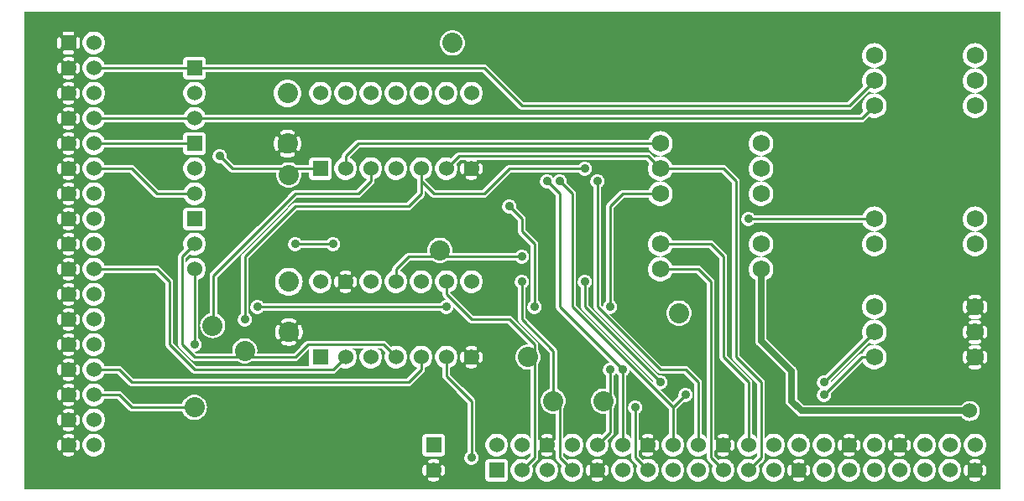
<source format=gtl>
G04 start of page 2 for group 0 idx 0 *
G04 Title: (unknown), top *
G04 Creator: pcb 20110918 *
G04 CreationDate: Wed 07 Dec 2016 14:25:13 GMT UTC *
G04 For: jasper *
G04 Format: Gerber/RS-274X *
G04 PCB-Dimensions: 393701 196850 *
G04 PCB-Coordinate-Origin: lower left *
%MOIN*%
%FSLAX25Y25*%
%LNTOP*%
%ADD22C,0.0300*%
%ADD21C,0.0280*%
%ADD20C,0.0380*%
%ADD19C,0.0350*%
%ADD18C,0.0200*%
%ADD17C,0.0360*%
%ADD16C,0.0680*%
%ADD15C,0.0800*%
%ADD14C,0.0600*%
%ADD13C,0.0250*%
%ADD12C,0.0100*%
%ADD11C,0.0001*%
G54D11*G36*
X383964Y194350D02*X390000D01*
Y4350D01*
X383964D01*
Y9869D01*
X383968Y9872D01*
X384051Y9956D01*
X384119Y10052D01*
X384170Y10158D01*
X384318Y10566D01*
X384422Y10987D01*
X384484Y11417D01*
X384505Y11850D01*
X384484Y12283D01*
X384422Y12713D01*
X384318Y13134D01*
X384175Y13544D01*
X384122Y13650D01*
X384053Y13746D01*
X383970Y13831D01*
X383964Y13836D01*
Y19706D01*
X384022Y19801D01*
X384293Y20455D01*
X384458Y21144D01*
X384500Y21850D01*
X384458Y22556D01*
X384293Y23245D01*
X384022Y23899D01*
X383964Y23994D01*
Y54414D01*
X384049Y54439D01*
X384155Y54489D01*
X384253Y54556D01*
X384339Y54637D01*
X384411Y54730D01*
X384466Y54834D01*
X384641Y55262D01*
X384770Y55705D01*
X384857Y56159D01*
X384900Y56619D01*
Y57081D01*
X384857Y57541D01*
X384770Y57995D01*
X384641Y58438D01*
X384471Y58868D01*
X384415Y58972D01*
X384342Y59066D01*
X384255Y59147D01*
X384157Y59214D01*
X384050Y59264D01*
X383964Y59290D01*
Y64414D01*
X384049Y64439D01*
X384155Y64489D01*
X384253Y64556D01*
X384339Y64637D01*
X384411Y64730D01*
X384466Y64834D01*
X384641Y65262D01*
X384770Y65705D01*
X384857Y66159D01*
X384900Y66619D01*
Y67081D01*
X384857Y67541D01*
X384770Y67995D01*
X384641Y68438D01*
X384471Y68868D01*
X384415Y68972D01*
X384342Y69066D01*
X384255Y69147D01*
X384157Y69214D01*
X384050Y69264D01*
X383964Y69290D01*
Y74414D01*
X384049Y74439D01*
X384155Y74489D01*
X384253Y74556D01*
X384339Y74637D01*
X384411Y74730D01*
X384466Y74834D01*
X384641Y75262D01*
X384770Y75705D01*
X384857Y76159D01*
X384900Y76619D01*
Y77081D01*
X384857Y77541D01*
X384770Y77995D01*
X384641Y78438D01*
X384471Y78868D01*
X384415Y78972D01*
X384342Y79066D01*
X384255Y79147D01*
X384157Y79214D01*
X384050Y79264D01*
X383964Y79290D01*
Y98946D01*
X383976Y98961D01*
X384379Y99619D01*
X384675Y100331D01*
X384855Y101081D01*
X384900Y101850D01*
X384855Y102619D01*
X384675Y103369D01*
X384379Y104081D01*
X383976Y104739D01*
X383964Y104754D01*
Y108946D01*
X383976Y108961D01*
X384379Y109619D01*
X384675Y110331D01*
X384855Y111081D01*
X384900Y111850D01*
X384855Y112619D01*
X384675Y113369D01*
X384379Y114081D01*
X383976Y114739D01*
X383964Y114754D01*
Y153946D01*
X383976Y153961D01*
X384379Y154619D01*
X384675Y155331D01*
X384855Y156081D01*
X384900Y156850D01*
X384855Y157619D01*
X384675Y158369D01*
X384379Y159081D01*
X383976Y159739D01*
X383964Y159754D01*
Y163946D01*
X383976Y163961D01*
X384379Y164619D01*
X384675Y165331D01*
X384855Y166081D01*
X384900Y166850D01*
X384855Y167619D01*
X384675Y168369D01*
X384379Y169081D01*
X383976Y169739D01*
X383964Y169754D01*
Y173946D01*
X383976Y173961D01*
X384379Y174619D01*
X384675Y175331D01*
X384855Y176081D01*
X384900Y176850D01*
X384855Y177619D01*
X384675Y178369D01*
X384379Y179081D01*
X383976Y179739D01*
X383964Y179754D01*
Y194350D01*
G37*
G36*
Y169754D02*X383476Y170326D01*
X382889Y170826D01*
X382231Y171229D01*
X381519Y171525D01*
X380769Y171705D01*
X380002Y171765D01*
Y171935D01*
X380769Y171995D01*
X381519Y172175D01*
X382231Y172471D01*
X382889Y172874D01*
X383476Y173374D01*
X383964Y173946D01*
Y169754D01*
G37*
G36*
Y159754D02*X383476Y160326D01*
X382889Y160826D01*
X382231Y161229D01*
X381519Y161525D01*
X380769Y161705D01*
X380002Y161765D01*
Y161935D01*
X380769Y161995D01*
X381519Y162175D01*
X382231Y162471D01*
X382889Y162874D01*
X383476Y163374D01*
X383964Y163946D01*
Y159754D01*
G37*
G36*
Y114754D02*X383476Y115326D01*
X382889Y115826D01*
X382231Y116229D01*
X381519Y116525D01*
X380769Y116705D01*
X380002Y116765D01*
Y151935D01*
X380769Y151995D01*
X381519Y152175D01*
X382231Y152471D01*
X382889Y152874D01*
X383476Y153374D01*
X383964Y153946D01*
Y114754D01*
G37*
G36*
Y104754D02*X383476Y105326D01*
X382889Y105826D01*
X382231Y106229D01*
X381519Y106525D01*
X380769Y106705D01*
X380002Y106765D01*
Y106935D01*
X380769Y106995D01*
X381519Y107175D01*
X382231Y107471D01*
X382889Y107874D01*
X383476Y108374D01*
X383964Y108946D01*
Y104754D01*
G37*
G36*
Y23994D02*X383652Y24503D01*
X383192Y25042D01*
X382653Y25502D01*
X382049Y25872D01*
X381395Y26143D01*
X380706Y26308D01*
X380002Y26364D01*
Y31997D01*
X380311Y32187D01*
X380790Y32596D01*
X381199Y33075D01*
X381528Y33611D01*
X381769Y34193D01*
X381916Y34805D01*
X381953Y35433D01*
X381916Y36061D01*
X381769Y36673D01*
X381528Y37255D01*
X381199Y37791D01*
X380790Y38270D01*
X380311Y38679D01*
X380002Y38869D01*
Y51950D01*
X380231D01*
X380691Y51993D01*
X381145Y52080D01*
X381588Y52209D01*
X382018Y52379D01*
X382122Y52435D01*
X382216Y52508D01*
X382297Y52595D01*
X382364Y52693D01*
X382414Y52800D01*
X382448Y52914D01*
X382462Y53032D01*
X382459Y53150D01*
X382436Y53267D01*
X382396Y53378D01*
X382339Y53482D01*
X382266Y53576D01*
X382180Y53657D01*
X382082Y53724D01*
X381975Y53775D01*
X381861Y53808D01*
X381743Y53823D01*
X381624Y53819D01*
X381508Y53797D01*
X381397Y53754D01*
X381101Y53633D01*
X380793Y53544D01*
X380479Y53484D01*
X380160Y53454D01*
X380002D01*
Y60246D01*
X380160D01*
X380479Y60216D01*
X380793Y60156D01*
X381101Y60067D01*
X381399Y59949D01*
X381509Y59907D01*
X381625Y59885D01*
X381743Y59881D01*
X381860Y59896D01*
X381973Y59929D01*
X382080Y59979D01*
X382178Y60046D01*
X382264Y60126D01*
X382336Y60220D01*
X382393Y60323D01*
X382433Y60434D01*
X382455Y60550D01*
X382459Y60668D01*
X382444Y60785D01*
X382411Y60899D01*
X382361Y61005D01*
X382294Y61103D01*
X382213Y61189D01*
X382120Y61261D01*
X382016Y61316D01*
X381588Y61491D01*
X381145Y61620D01*
X380691Y61707D01*
X380231Y61750D01*
X380002D01*
Y61950D01*
X380231D01*
X380691Y61993D01*
X381145Y62080D01*
X381588Y62209D01*
X382018Y62379D01*
X382122Y62435D01*
X382216Y62508D01*
X382297Y62595D01*
X382364Y62693D01*
X382414Y62800D01*
X382448Y62914D01*
X382462Y63032D01*
X382459Y63150D01*
X382436Y63267D01*
X382396Y63378D01*
X382339Y63482D01*
X382266Y63576D01*
X382180Y63657D01*
X382082Y63724D01*
X381975Y63775D01*
X381861Y63808D01*
X381743Y63823D01*
X381624Y63819D01*
X381508Y63797D01*
X381397Y63754D01*
X381101Y63633D01*
X380793Y63544D01*
X380479Y63484D01*
X380160Y63454D01*
X380002D01*
Y70246D01*
X380160D01*
X380479Y70216D01*
X380793Y70156D01*
X381101Y70067D01*
X381399Y69949D01*
X381509Y69907D01*
X381625Y69885D01*
X381743Y69881D01*
X381860Y69896D01*
X381973Y69929D01*
X382080Y69979D01*
X382178Y70046D01*
X382264Y70126D01*
X382336Y70220D01*
X382393Y70323D01*
X382433Y70434D01*
X382455Y70550D01*
X382459Y70668D01*
X382444Y70785D01*
X382411Y70899D01*
X382361Y71005D01*
X382294Y71103D01*
X382213Y71189D01*
X382120Y71261D01*
X382016Y71316D01*
X381588Y71491D01*
X381145Y71620D01*
X380691Y71707D01*
X380231Y71750D01*
X380002D01*
Y71950D01*
X380231D01*
X380691Y71993D01*
X381145Y72080D01*
X381588Y72209D01*
X382018Y72379D01*
X382122Y72435D01*
X382216Y72508D01*
X382297Y72595D01*
X382364Y72693D01*
X382414Y72800D01*
X382448Y72914D01*
X382462Y73032D01*
X382459Y73150D01*
X382436Y73267D01*
X382396Y73378D01*
X382339Y73482D01*
X382266Y73576D01*
X382180Y73657D01*
X382082Y73724D01*
X381975Y73775D01*
X381861Y73808D01*
X381743Y73823D01*
X381624Y73819D01*
X381508Y73797D01*
X381397Y73754D01*
X381101Y73633D01*
X380793Y73544D01*
X380479Y73484D01*
X380160Y73454D01*
X380002D01*
Y80246D01*
X380160D01*
X380479Y80216D01*
X380793Y80156D01*
X381101Y80067D01*
X381399Y79949D01*
X381509Y79907D01*
X381625Y79885D01*
X381743Y79881D01*
X381860Y79896D01*
X381973Y79929D01*
X382080Y79979D01*
X382178Y80046D01*
X382264Y80126D01*
X382336Y80220D01*
X382393Y80323D01*
X382433Y80434D01*
X382455Y80550D01*
X382459Y80668D01*
X382444Y80785D01*
X382411Y80899D01*
X382361Y81005D01*
X382294Y81103D01*
X382213Y81189D01*
X382120Y81261D01*
X382016Y81316D01*
X381588Y81491D01*
X381145Y81620D01*
X380691Y81707D01*
X380231Y81750D01*
X380002D01*
Y96935D01*
X380769Y96995D01*
X381519Y97175D01*
X382231Y97471D01*
X382889Y97874D01*
X383476Y98374D01*
X383964Y98946D01*
Y79290D01*
X383936Y79298D01*
X383818Y79312D01*
X383700Y79309D01*
X383583Y79287D01*
X383472Y79246D01*
X383368Y79189D01*
X383274Y79116D01*
X383193Y79030D01*
X383126Y78932D01*
X383075Y78825D01*
X383042Y78711D01*
X383027Y78593D01*
X383031Y78474D01*
X383053Y78358D01*
X383096Y78247D01*
X383217Y77951D01*
X383306Y77643D01*
X383366Y77329D01*
X383396Y77010D01*
Y76690D01*
X383366Y76371D01*
X383306Y76057D01*
X383217Y75749D01*
X383099Y75451D01*
X383057Y75341D01*
X383035Y75225D01*
X383031Y75107D01*
X383046Y74990D01*
X383079Y74877D01*
X383129Y74770D01*
X383196Y74672D01*
X383276Y74586D01*
X383370Y74514D01*
X383473Y74457D01*
X383584Y74417D01*
X383700Y74395D01*
X383818Y74391D01*
X383935Y74406D01*
X383964Y74414D01*
Y69290D01*
X383936Y69298D01*
X383818Y69312D01*
X383700Y69309D01*
X383583Y69287D01*
X383472Y69246D01*
X383368Y69189D01*
X383274Y69116D01*
X383193Y69030D01*
X383126Y68932D01*
X383075Y68825D01*
X383042Y68711D01*
X383027Y68593D01*
X383031Y68474D01*
X383053Y68358D01*
X383096Y68247D01*
X383217Y67951D01*
X383306Y67643D01*
X383366Y67329D01*
X383396Y67010D01*
Y66690D01*
X383366Y66371D01*
X383306Y66057D01*
X383217Y65749D01*
X383099Y65451D01*
X383057Y65341D01*
X383035Y65225D01*
X383031Y65107D01*
X383046Y64990D01*
X383079Y64877D01*
X383129Y64770D01*
X383196Y64672D01*
X383276Y64586D01*
X383370Y64514D01*
X383473Y64457D01*
X383584Y64417D01*
X383700Y64395D01*
X383818Y64391D01*
X383935Y64406D01*
X383964Y64414D01*
Y59290D01*
X383936Y59298D01*
X383818Y59312D01*
X383700Y59309D01*
X383583Y59287D01*
X383472Y59246D01*
X383368Y59189D01*
X383274Y59116D01*
X383193Y59030D01*
X383126Y58932D01*
X383075Y58825D01*
X383042Y58711D01*
X383027Y58593D01*
X383031Y58474D01*
X383053Y58358D01*
X383096Y58247D01*
X383217Y57951D01*
X383306Y57643D01*
X383366Y57329D01*
X383396Y57010D01*
Y56690D01*
X383366Y56371D01*
X383306Y56057D01*
X383217Y55749D01*
X383099Y55451D01*
X383057Y55341D01*
X383035Y55225D01*
X383031Y55107D01*
X383046Y54990D01*
X383079Y54877D01*
X383129Y54770D01*
X383196Y54672D01*
X383276Y54586D01*
X383370Y54514D01*
X383473Y54457D01*
X383584Y54417D01*
X383700Y54395D01*
X383818Y54391D01*
X383935Y54406D01*
X383964Y54414D01*
Y23994D01*
G37*
G36*
Y4350D02*X380002D01*
Y7345D01*
X380433Y7366D01*
X380863Y7428D01*
X381284Y7532D01*
X381694Y7675D01*
X381800Y7728D01*
X381896Y7797D01*
X381981Y7880D01*
X382051Y7975D01*
X382106Y8081D01*
X382143Y8193D01*
X382163Y8310D01*
X382164Y8429D01*
X382146Y8546D01*
X382110Y8659D01*
X382057Y8765D01*
X381988Y8862D01*
X381905Y8946D01*
X381809Y9017D01*
X381704Y9071D01*
X381592Y9109D01*
X381475Y9128D01*
X381356Y9129D01*
X381239Y9111D01*
X381126Y9073D01*
X380855Y8974D01*
X380575Y8906D01*
X380289Y8864D01*
X380002Y8850D01*
Y14850D01*
X380289Y14836D01*
X380575Y14794D01*
X380855Y14726D01*
X381128Y14630D01*
X381239Y14592D01*
X381356Y14575D01*
X381474Y14575D01*
X381591Y14595D01*
X381703Y14632D01*
X381807Y14686D01*
X381902Y14756D01*
X381985Y14841D01*
X382054Y14937D01*
X382107Y15042D01*
X382143Y15155D01*
X382160Y15271D01*
X382159Y15389D01*
X382140Y15506D01*
X382103Y15618D01*
X382048Y15723D01*
X381978Y15818D01*
X381894Y15901D01*
X381798Y15969D01*
X381692Y16020D01*
X381284Y16168D01*
X380863Y16272D01*
X380433Y16334D01*
X380002Y16355D01*
Y17336D01*
X380706Y17392D01*
X381395Y17557D01*
X382049Y17828D01*
X382653Y18198D01*
X383192Y18658D01*
X383652Y19197D01*
X383964Y19706D01*
Y13836D01*
X383875Y13901D01*
X383769Y13956D01*
X383657Y13993D01*
X383540Y14013D01*
X383421Y14014D01*
X383304Y13996D01*
X383191Y13960D01*
X383085Y13907D01*
X382988Y13838D01*
X382904Y13755D01*
X382833Y13659D01*
X382779Y13554D01*
X382741Y13442D01*
X382722Y13325D01*
X382721Y13206D01*
X382739Y13089D01*
X382777Y12976D01*
X382876Y12705D01*
X382944Y12425D01*
X382986Y12139D01*
X383000Y11850D01*
X382986Y11561D01*
X382944Y11275D01*
X382876Y10995D01*
X382780Y10722D01*
X382742Y10611D01*
X382725Y10494D01*
X382725Y10376D01*
X382745Y10259D01*
X382782Y10147D01*
X382836Y10043D01*
X382906Y9948D01*
X382991Y9865D01*
X383087Y9796D01*
X383192Y9743D01*
X383305Y9707D01*
X383421Y9690D01*
X383539Y9691D01*
X383656Y9710D01*
X383768Y9747D01*
X383873Y9802D01*
X383964Y9869D01*
Y4350D01*
G37*
G36*
X380002Y194350D02*X383964D01*
Y179754D01*
X383476Y180326D01*
X382889Y180826D01*
X382231Y181229D01*
X381519Y181525D01*
X380769Y181705D01*
X380002Y181765D01*
Y194350D01*
G37*
G36*
X376387Y31752D02*X376713Y31617D01*
X377325Y31470D01*
X377953Y31421D01*
X378581Y31470D01*
X379193Y31617D01*
X379775Y31858D01*
X380002Y31997D01*
Y26364D01*
X380000Y26364D01*
X379294Y26308D01*
X378605Y26143D01*
X377951Y25872D01*
X377347Y25502D01*
X376808Y25042D01*
X376387Y24548D01*
Y31752D01*
G37*
G36*
X380002Y4350D02*X376387D01*
Y9699D01*
X376460Y9687D01*
X376579Y9686D01*
X376696Y9704D01*
X376809Y9740D01*
X376915Y9793D01*
X377012Y9862D01*
X377096Y9945D01*
X377167Y10041D01*
X377221Y10146D01*
X377259Y10258D01*
X377278Y10375D01*
X377279Y10494D01*
X377261Y10611D01*
X377223Y10724D01*
X377124Y10995D01*
X377056Y11275D01*
X377014Y11561D01*
X377000Y11850D01*
X377014Y12139D01*
X377056Y12425D01*
X377124Y12705D01*
X377220Y12978D01*
X377258Y13089D01*
X377275Y13206D01*
X377275Y13324D01*
X377255Y13441D01*
X377218Y13553D01*
X377164Y13657D01*
X377094Y13752D01*
X377009Y13835D01*
X376913Y13904D01*
X376808Y13957D01*
X376695Y13993D01*
X376579Y14010D01*
X376461Y14009D01*
X376387Y13997D01*
Y19152D01*
X376808Y18658D01*
X377347Y18198D01*
X377951Y17828D01*
X378605Y17557D01*
X379294Y17392D01*
X380000Y17336D01*
X380002Y17336D01*
Y16355D01*
X380000Y16355D01*
X379567Y16334D01*
X379137Y16272D01*
X378716Y16168D01*
X378306Y16025D01*
X378200Y15972D01*
X378104Y15903D01*
X378019Y15820D01*
X377949Y15725D01*
X377894Y15619D01*
X377857Y15507D01*
X377837Y15390D01*
X377836Y15271D01*
X377854Y15154D01*
X377890Y15041D01*
X377943Y14935D01*
X378012Y14838D01*
X378095Y14754D01*
X378191Y14683D01*
X378296Y14629D01*
X378408Y14591D01*
X378525Y14572D01*
X378644Y14571D01*
X378761Y14589D01*
X378874Y14627D01*
X379145Y14726D01*
X379425Y14794D01*
X379711Y14836D01*
X380000Y14850D01*
X380002Y14850D01*
Y8850D01*
X380000Y8850D01*
X379711Y8864D01*
X379425Y8906D01*
X379145Y8974D01*
X378872Y9070D01*
X378761Y9108D01*
X378644Y9125D01*
X378526Y9125D01*
X378409Y9105D01*
X378297Y9068D01*
X378193Y9014D01*
X378098Y8944D01*
X378015Y8859D01*
X377946Y8763D01*
X377893Y8658D01*
X377857Y8545D01*
X377840Y8429D01*
X377841Y8311D01*
X377860Y8194D01*
X377897Y8082D01*
X377952Y7977D01*
X378022Y7882D01*
X378106Y7799D01*
X378202Y7731D01*
X378308Y7680D01*
X378716Y7532D01*
X379137Y7428D01*
X379567Y7366D01*
X380000Y7345D01*
X380002Y7345D01*
Y4350D01*
G37*
G36*
X376387D02*X369993D01*
Y7337D01*
X370000Y7336D01*
X370706Y7392D01*
X371395Y7557D01*
X372049Y7828D01*
X372653Y8198D01*
X373192Y8658D01*
X373652Y9197D01*
X374022Y9801D01*
X374293Y10455D01*
X374458Y11144D01*
X374500Y11850D01*
X374458Y12556D01*
X374293Y13245D01*
X374022Y13899D01*
X373652Y14503D01*
X373192Y15042D01*
X372653Y15502D01*
X372049Y15872D01*
X371395Y16143D01*
X370706Y16308D01*
X370000Y16364D01*
X369993Y16363D01*
Y17337D01*
X370000Y17336D01*
X370706Y17392D01*
X371395Y17557D01*
X372049Y17828D01*
X372653Y18198D01*
X373192Y18658D01*
X373652Y19197D01*
X374022Y19801D01*
X374293Y20455D01*
X374458Y21144D01*
X374500Y21850D01*
X374458Y22556D01*
X374293Y23245D01*
X374022Y23899D01*
X373652Y24503D01*
X373192Y25042D01*
X372653Y25502D01*
X372049Y25872D01*
X371395Y26143D01*
X370706Y26308D01*
X370000Y26364D01*
X369993Y26363D01*
Y33183D01*
X374641D01*
X374707Y33075D01*
X375116Y32596D01*
X375595Y32187D01*
X376131Y31858D01*
X376387Y31752D01*
Y24548D01*
X376348Y24503D01*
X375978Y23899D01*
X375707Y23245D01*
X375542Y22556D01*
X375486Y21850D01*
X375542Y21144D01*
X375707Y20455D01*
X375978Y19801D01*
X376348Y19197D01*
X376387Y19152D01*
Y13997D01*
X376344Y13990D01*
X376232Y13953D01*
X376127Y13898D01*
X376032Y13828D01*
X375949Y13744D01*
X375881Y13648D01*
X375830Y13542D01*
X375682Y13134D01*
X375578Y12713D01*
X375516Y12283D01*
X375495Y11850D01*
X375516Y11417D01*
X375578Y10987D01*
X375682Y10566D01*
X375825Y10156D01*
X375878Y10050D01*
X375947Y9954D01*
X376030Y9869D01*
X376125Y9799D01*
X376231Y9744D01*
X376343Y9707D01*
X376387Y9699D01*
Y4350D01*
G37*
G36*
X369993D02*X359993D01*
Y7337D01*
X360000Y7336D01*
X360706Y7392D01*
X361395Y7557D01*
X362049Y7828D01*
X362653Y8198D01*
X363192Y8658D01*
X363652Y9197D01*
X364022Y9801D01*
X364293Y10455D01*
X364458Y11144D01*
X364500Y11850D01*
X364458Y12556D01*
X364293Y13245D01*
X364022Y13899D01*
X363652Y14503D01*
X363192Y15042D01*
X362653Y15502D01*
X362049Y15872D01*
X361395Y16143D01*
X360706Y16308D01*
X360000Y16364D01*
X359993Y16363D01*
Y17337D01*
X360000Y17336D01*
X360706Y17392D01*
X361395Y17557D01*
X362049Y17828D01*
X362653Y18198D01*
X363192Y18658D01*
X363652Y19197D01*
X364022Y19801D01*
X364293Y20455D01*
X364458Y21144D01*
X364500Y21850D01*
X364458Y22556D01*
X364293Y23245D01*
X364022Y23899D01*
X363652Y24503D01*
X363192Y25042D01*
X362653Y25502D01*
X362049Y25872D01*
X361395Y26143D01*
X360706Y26308D01*
X360000Y26364D01*
X359993Y26363D01*
Y33183D01*
X369993D01*
Y26363D01*
X369294Y26308D01*
X368605Y26143D01*
X367951Y25872D01*
X367347Y25502D01*
X366808Y25042D01*
X366348Y24503D01*
X365978Y23899D01*
X365707Y23245D01*
X365542Y22556D01*
X365486Y21850D01*
X365542Y21144D01*
X365707Y20455D01*
X365978Y19801D01*
X366348Y19197D01*
X366808Y18658D01*
X367347Y18198D01*
X367951Y17828D01*
X368605Y17557D01*
X369294Y17392D01*
X369993Y17337D01*
Y16363D01*
X369294Y16308D01*
X368605Y16143D01*
X367951Y15872D01*
X367347Y15502D01*
X366808Y15042D01*
X366348Y14503D01*
X365978Y13899D01*
X365707Y13245D01*
X365542Y12556D01*
X365486Y11850D01*
X365542Y11144D01*
X365707Y10455D01*
X365978Y9801D01*
X366348Y9197D01*
X366808Y8658D01*
X367347Y8198D01*
X367951Y7828D01*
X368605Y7557D01*
X369294Y7392D01*
X369993Y7337D01*
Y4350D01*
G37*
G36*
X359993D02*X353613D01*
Y9152D01*
X353652Y9197D01*
X354022Y9801D01*
X354293Y10455D01*
X354458Y11144D01*
X354500Y11850D01*
X354458Y12556D01*
X354293Y13245D01*
X354022Y13899D01*
X353652Y14503D01*
X353613Y14548D01*
Y19703D01*
X353656Y19710D01*
X353768Y19747D01*
X353873Y19802D01*
X353968Y19872D01*
X354051Y19956D01*
X354119Y20052D01*
X354170Y20158D01*
X354318Y20566D01*
X354422Y20987D01*
X354484Y21417D01*
X354505Y21850D01*
X354484Y22283D01*
X354422Y22713D01*
X354318Y23134D01*
X354175Y23544D01*
X354122Y23650D01*
X354053Y23746D01*
X353970Y23831D01*
X353875Y23901D01*
X353769Y23956D01*
X353657Y23993D01*
X353613Y24001D01*
Y33183D01*
X359993D01*
Y26363D01*
X359294Y26308D01*
X358605Y26143D01*
X357951Y25872D01*
X357347Y25502D01*
X356808Y25042D01*
X356348Y24503D01*
X355978Y23899D01*
X355707Y23245D01*
X355542Y22556D01*
X355486Y21850D01*
X355542Y21144D01*
X355707Y20455D01*
X355978Y19801D01*
X356348Y19197D01*
X356808Y18658D01*
X357347Y18198D01*
X357951Y17828D01*
X358605Y17557D01*
X359294Y17392D01*
X359993Y17337D01*
Y16363D01*
X359294Y16308D01*
X358605Y16143D01*
X357951Y15872D01*
X357347Y15502D01*
X356808Y15042D01*
X356348Y14503D01*
X355978Y13899D01*
X355707Y13245D01*
X355542Y12556D01*
X355486Y11850D01*
X355542Y11144D01*
X355707Y10455D01*
X355978Y9801D01*
X356348Y9197D01*
X356808Y8658D01*
X357347Y8198D01*
X357951Y7828D01*
X358605Y7557D01*
X359294Y7392D01*
X359993Y7337D01*
Y4350D01*
G37*
G36*
X353613Y14548D02*X353192Y15042D01*
X352653Y15502D01*
X352049Y15872D01*
X351395Y16143D01*
X350706Y16308D01*
X350002Y16364D01*
Y17345D01*
X350433Y17366D01*
X350863Y17428D01*
X351284Y17532D01*
X351694Y17675D01*
X351800Y17728D01*
X351896Y17797D01*
X351981Y17880D01*
X352051Y17975D01*
X352106Y18081D01*
X352143Y18193D01*
X352163Y18310D01*
X352164Y18429D01*
X352146Y18546D01*
X352110Y18659D01*
X352057Y18765D01*
X351988Y18862D01*
X351905Y18946D01*
X351809Y19017D01*
X351704Y19071D01*
X351592Y19109D01*
X351475Y19128D01*
X351356Y19129D01*
X351239Y19111D01*
X351126Y19073D01*
X350855Y18974D01*
X350575Y18906D01*
X350289Y18864D01*
X350002Y18850D01*
Y24850D01*
X350289Y24836D01*
X350575Y24794D01*
X350855Y24726D01*
X351128Y24630D01*
X351239Y24592D01*
X351356Y24575D01*
X351474Y24575D01*
X351591Y24595D01*
X351703Y24632D01*
X351807Y24686D01*
X351902Y24756D01*
X351985Y24841D01*
X352054Y24937D01*
X352107Y25042D01*
X352143Y25155D01*
X352160Y25271D01*
X352159Y25389D01*
X352140Y25506D01*
X352103Y25618D01*
X352048Y25723D01*
X351978Y25818D01*
X351894Y25901D01*
X351798Y25969D01*
X351692Y26020D01*
X351284Y26168D01*
X350863Y26272D01*
X350433Y26334D01*
X350002Y26355D01*
Y33183D01*
X353613D01*
Y24001D01*
X353540Y24013D01*
X353421Y24014D01*
X353304Y23996D01*
X353191Y23960D01*
X353085Y23907D01*
X352988Y23838D01*
X352904Y23755D01*
X352833Y23659D01*
X352779Y23554D01*
X352741Y23442D01*
X352722Y23325D01*
X352721Y23206D01*
X352739Y23089D01*
X352777Y22976D01*
X352876Y22705D01*
X352944Y22425D01*
X352986Y22139D01*
X353000Y21850D01*
X352986Y21561D01*
X352944Y21275D01*
X352876Y20995D01*
X352780Y20722D01*
X352742Y20611D01*
X352725Y20494D01*
X352725Y20376D01*
X352745Y20259D01*
X352782Y20147D01*
X352836Y20043D01*
X352906Y19948D01*
X352991Y19865D01*
X353087Y19796D01*
X353192Y19743D01*
X353305Y19707D01*
X353421Y19690D01*
X353539Y19691D01*
X353613Y19703D01*
Y14548D01*
G37*
G36*
Y4350D02*X350002D01*
Y7336D01*
X350706Y7392D01*
X351395Y7557D01*
X352049Y7828D01*
X352653Y8198D01*
X353192Y8658D01*
X353613Y9152D01*
Y4350D01*
G37*
G36*
X346387Y33183D02*X350002D01*
Y26355D01*
X350000Y26355D01*
X349567Y26334D01*
X349137Y26272D01*
X348716Y26168D01*
X348306Y26025D01*
X348200Y25972D01*
X348104Y25903D01*
X348019Y25820D01*
X347949Y25725D01*
X347894Y25619D01*
X347857Y25507D01*
X347837Y25390D01*
X347836Y25271D01*
X347854Y25154D01*
X347890Y25041D01*
X347943Y24935D01*
X348012Y24838D01*
X348095Y24754D01*
X348191Y24683D01*
X348296Y24629D01*
X348408Y24591D01*
X348525Y24572D01*
X348644Y24571D01*
X348761Y24589D01*
X348874Y24627D01*
X349145Y24726D01*
X349425Y24794D01*
X349711Y24836D01*
X350000Y24850D01*
X350002Y24850D01*
Y18850D01*
X350000Y18850D01*
X349711Y18864D01*
X349425Y18906D01*
X349145Y18974D01*
X348872Y19070D01*
X348761Y19108D01*
X348644Y19125D01*
X348526Y19125D01*
X348409Y19105D01*
X348297Y19068D01*
X348193Y19014D01*
X348098Y18944D01*
X348015Y18859D01*
X347946Y18763D01*
X347893Y18658D01*
X347857Y18545D01*
X347840Y18429D01*
X347841Y18311D01*
X347860Y18194D01*
X347897Y18082D01*
X347952Y17977D01*
X348022Y17882D01*
X348106Y17799D01*
X348202Y17731D01*
X348308Y17680D01*
X348716Y17532D01*
X349137Y17428D01*
X349567Y17366D01*
X350000Y17345D01*
X350002Y17345D01*
Y16364D01*
X350000Y16364D01*
X349294Y16308D01*
X348605Y16143D01*
X347951Y15872D01*
X347347Y15502D01*
X346808Y15042D01*
X346387Y14548D01*
Y19699D01*
X346460Y19687D01*
X346579Y19686D01*
X346696Y19704D01*
X346809Y19740D01*
X346915Y19793D01*
X347012Y19862D01*
X347096Y19945D01*
X347167Y20041D01*
X347221Y20146D01*
X347259Y20258D01*
X347278Y20375D01*
X347279Y20494D01*
X347261Y20611D01*
X347223Y20724D01*
X347124Y20995D01*
X347056Y21275D01*
X347014Y21561D01*
X347000Y21850D01*
X347014Y22139D01*
X347056Y22425D01*
X347124Y22705D01*
X347220Y22978D01*
X347258Y23089D01*
X347275Y23206D01*
X347275Y23324D01*
X347255Y23441D01*
X347218Y23553D01*
X347164Y23657D01*
X347094Y23752D01*
X347009Y23835D01*
X346913Y23904D01*
X346808Y23957D01*
X346695Y23993D01*
X346579Y24010D01*
X346461Y24009D01*
X346387Y23997D01*
Y33183D01*
G37*
G36*
X350002Y4350D02*X346387D01*
Y9152D01*
X346808Y8658D01*
X347347Y8198D01*
X347951Y7828D01*
X348605Y7557D01*
X349294Y7392D01*
X350000Y7336D01*
X350002Y7336D01*
Y4350D01*
G37*
G36*
X346387D02*X339992D01*
Y7337D01*
X340000Y7336D01*
X340706Y7392D01*
X341395Y7557D01*
X342049Y7828D01*
X342653Y8198D01*
X343192Y8658D01*
X343652Y9197D01*
X344022Y9801D01*
X344293Y10455D01*
X344458Y11144D01*
X344500Y11850D01*
X344458Y12556D01*
X344293Y13245D01*
X344022Y13899D01*
X343652Y14503D01*
X343192Y15042D01*
X342653Y15502D01*
X342049Y15872D01*
X341395Y16143D01*
X340706Y16308D01*
X340000Y16364D01*
X339992Y16363D01*
Y17337D01*
X340000Y17336D01*
X340706Y17392D01*
X341395Y17557D01*
X342049Y17828D01*
X342653Y18198D01*
X343192Y18658D01*
X343652Y19197D01*
X344022Y19801D01*
X344293Y20455D01*
X344458Y21144D01*
X344500Y21850D01*
X344458Y22556D01*
X344293Y23245D01*
X344022Y23899D01*
X343652Y24503D01*
X343192Y25042D01*
X342653Y25502D01*
X342049Y25872D01*
X341395Y26143D01*
X340706Y26308D01*
X340000Y26364D01*
X339992Y26363D01*
Y33183D01*
X346387D01*
Y23997D01*
X346344Y23990D01*
X346232Y23953D01*
X346127Y23898D01*
X346032Y23828D01*
X345949Y23744D01*
X345881Y23648D01*
X345830Y23542D01*
X345682Y23134D01*
X345578Y22713D01*
X345516Y22283D01*
X345495Y21850D01*
X345516Y21417D01*
X345578Y20987D01*
X345682Y20566D01*
X345825Y20156D01*
X345878Y20050D01*
X345947Y19954D01*
X346030Y19869D01*
X346125Y19799D01*
X346231Y19744D01*
X346343Y19707D01*
X346387Y19699D01*
Y14548D01*
X346348Y14503D01*
X345978Y13899D01*
X345707Y13245D01*
X345542Y12556D01*
X345486Y11850D01*
X345542Y11144D01*
X345707Y10455D01*
X345978Y9801D01*
X346348Y9197D01*
X346387Y9152D01*
Y4350D01*
G37*
G36*
X376036Y98946D02*X376524Y98374D01*
X377111Y97874D01*
X377769Y97471D01*
X378481Y97175D01*
X379231Y96995D01*
X380000Y96935D01*
X380002Y96935D01*
Y81750D01*
X379769D01*
X379309Y81707D01*
X378855Y81620D01*
X378412Y81491D01*
X377982Y81321D01*
X377878Y81265D01*
X377784Y81192D01*
X377703Y81105D01*
X377636Y81007D01*
X377586Y80900D01*
X377552Y80786D01*
X377538Y80668D01*
X377541Y80550D01*
X377563Y80433D01*
X377604Y80322D01*
X377661Y80218D01*
X377734Y80124D01*
X377820Y80043D01*
X377918Y79976D01*
X378025Y79925D01*
X378139Y79892D01*
X378257Y79877D01*
X378376Y79881D01*
X378492Y79903D01*
X378603Y79946D01*
X378899Y80067D01*
X379207Y80156D01*
X379521Y80216D01*
X379840Y80246D01*
X380002D01*
Y73454D01*
X379840D01*
X379521Y73484D01*
X379207Y73544D01*
X378899Y73633D01*
X378601Y73751D01*
X378491Y73793D01*
X378375Y73815D01*
X378257Y73819D01*
X378140Y73804D01*
X378027Y73771D01*
X377920Y73721D01*
X377822Y73654D01*
X377736Y73574D01*
X377664Y73480D01*
X377607Y73377D01*
X377567Y73266D01*
X377545Y73150D01*
X377541Y73032D01*
X377556Y72915D01*
X377589Y72801D01*
X377639Y72695D01*
X377706Y72597D01*
X377787Y72511D01*
X377880Y72439D01*
X377984Y72384D01*
X378412Y72209D01*
X378855Y72080D01*
X379309Y71993D01*
X379769Y71950D01*
X380002D01*
Y71750D01*
X379769D01*
X379309Y71707D01*
X378855Y71620D01*
X378412Y71491D01*
X377982Y71321D01*
X377878Y71265D01*
X377784Y71192D01*
X377703Y71105D01*
X377636Y71007D01*
X377586Y70900D01*
X377552Y70786D01*
X377538Y70668D01*
X377541Y70550D01*
X377563Y70433D01*
X377604Y70322D01*
X377661Y70218D01*
X377734Y70124D01*
X377820Y70043D01*
X377918Y69976D01*
X378025Y69925D01*
X378139Y69892D01*
X378257Y69877D01*
X378376Y69881D01*
X378492Y69903D01*
X378603Y69946D01*
X378899Y70067D01*
X379207Y70156D01*
X379521Y70216D01*
X379840Y70246D01*
X380002D01*
Y63454D01*
X379840D01*
X379521Y63484D01*
X379207Y63544D01*
X378899Y63633D01*
X378601Y63751D01*
X378491Y63793D01*
X378375Y63815D01*
X378257Y63819D01*
X378140Y63804D01*
X378027Y63771D01*
X377920Y63721D01*
X377822Y63654D01*
X377736Y63574D01*
X377664Y63480D01*
X377607Y63377D01*
X377567Y63266D01*
X377545Y63150D01*
X377541Y63032D01*
X377556Y62915D01*
X377589Y62801D01*
X377639Y62695D01*
X377706Y62597D01*
X377787Y62511D01*
X377880Y62439D01*
X377984Y62384D01*
X378412Y62209D01*
X378855Y62080D01*
X379309Y61993D01*
X379769Y61950D01*
X380002D01*
Y61750D01*
X379769D01*
X379309Y61707D01*
X378855Y61620D01*
X378412Y61491D01*
X377982Y61321D01*
X377878Y61265D01*
X377784Y61192D01*
X377703Y61105D01*
X377636Y61007D01*
X377586Y60900D01*
X377552Y60786D01*
X377538Y60668D01*
X377541Y60550D01*
X377563Y60433D01*
X377604Y60322D01*
X377661Y60218D01*
X377734Y60124D01*
X377820Y60043D01*
X377918Y59976D01*
X378025Y59925D01*
X378139Y59892D01*
X378257Y59877D01*
X378376Y59881D01*
X378492Y59903D01*
X378603Y59946D01*
X378899Y60067D01*
X379207Y60156D01*
X379521Y60216D01*
X379840Y60246D01*
X380002D01*
Y53454D01*
X379840D01*
X379521Y53484D01*
X379207Y53544D01*
X378899Y53633D01*
X378601Y53751D01*
X378491Y53793D01*
X378375Y53815D01*
X378257Y53819D01*
X378140Y53804D01*
X378027Y53771D01*
X377920Y53721D01*
X377822Y53654D01*
X377736Y53574D01*
X377664Y53480D01*
X377607Y53377D01*
X377567Y53266D01*
X377545Y53150D01*
X377541Y53032D01*
X377556Y52915D01*
X377589Y52801D01*
X377639Y52695D01*
X377706Y52597D01*
X377787Y52511D01*
X377880Y52439D01*
X377984Y52384D01*
X378412Y52209D01*
X378855Y52080D01*
X379309Y51993D01*
X379769Y51950D01*
X380002D01*
Y38869D01*
X379775Y39008D01*
X379193Y39249D01*
X378581Y39396D01*
X377953Y39445D01*
X377325Y39396D01*
X376713Y39249D01*
X376131Y39008D01*
X376036Y38950D01*
Y54410D01*
X376064Y54402D01*
X376182Y54388D01*
X376300Y54391D01*
X376417Y54414D01*
X376528Y54454D01*
X376632Y54511D01*
X376726Y54584D01*
X376807Y54670D01*
X376874Y54768D01*
X376925Y54875D01*
X376958Y54989D01*
X376973Y55107D01*
X376969Y55226D01*
X376947Y55342D01*
X376904Y55453D01*
X376783Y55749D01*
X376694Y56057D01*
X376634Y56371D01*
X376604Y56690D01*
Y57010D01*
X376634Y57329D01*
X376694Y57643D01*
X376783Y57951D01*
X376901Y58249D01*
X376943Y58359D01*
X376965Y58475D01*
X376969Y58593D01*
X376954Y58710D01*
X376921Y58823D01*
X376871Y58930D01*
X376804Y59028D01*
X376724Y59114D01*
X376630Y59186D01*
X376527Y59243D01*
X376416Y59283D01*
X376300Y59305D01*
X376182Y59309D01*
X376065Y59294D01*
X376036Y59286D01*
Y64410D01*
X376064Y64402D01*
X376182Y64388D01*
X376300Y64391D01*
X376417Y64414D01*
X376528Y64454D01*
X376632Y64511D01*
X376726Y64584D01*
X376807Y64670D01*
X376874Y64768D01*
X376925Y64875D01*
X376958Y64989D01*
X376973Y65107D01*
X376969Y65226D01*
X376947Y65342D01*
X376904Y65453D01*
X376783Y65749D01*
X376694Y66057D01*
X376634Y66371D01*
X376604Y66690D01*
Y67010D01*
X376634Y67329D01*
X376694Y67643D01*
X376783Y67951D01*
X376901Y68249D01*
X376943Y68359D01*
X376965Y68475D01*
X376969Y68593D01*
X376954Y68710D01*
X376921Y68823D01*
X376871Y68930D01*
X376804Y69028D01*
X376724Y69114D01*
X376630Y69186D01*
X376527Y69243D01*
X376416Y69283D01*
X376300Y69305D01*
X376182Y69309D01*
X376065Y69294D01*
X376036Y69286D01*
Y74410D01*
X376064Y74402D01*
X376182Y74388D01*
X376300Y74391D01*
X376417Y74414D01*
X376528Y74454D01*
X376632Y74511D01*
X376726Y74584D01*
X376807Y74670D01*
X376874Y74768D01*
X376925Y74875D01*
X376958Y74989D01*
X376973Y75107D01*
X376969Y75226D01*
X376947Y75342D01*
X376904Y75453D01*
X376783Y75749D01*
X376694Y76057D01*
X376634Y76371D01*
X376604Y76690D01*
Y77010D01*
X376634Y77329D01*
X376694Y77643D01*
X376783Y77951D01*
X376901Y78249D01*
X376943Y78359D01*
X376965Y78475D01*
X376969Y78593D01*
X376954Y78710D01*
X376921Y78823D01*
X376871Y78930D01*
X376804Y79028D01*
X376724Y79114D01*
X376630Y79186D01*
X376527Y79243D01*
X376416Y79283D01*
X376300Y79305D01*
X376182Y79309D01*
X376065Y79294D01*
X376036Y79286D01*
Y98946D01*
G37*
G36*
Y108946D02*X376524Y108374D01*
X377111Y107874D01*
X377769Y107471D01*
X378481Y107175D01*
X379231Y106995D01*
X380000Y106935D01*
X380002Y106935D01*
Y106765D01*
X380000Y106765D01*
X379231Y106705D01*
X378481Y106525D01*
X377769Y106229D01*
X377111Y105826D01*
X376524Y105326D01*
X376036Y104754D01*
Y108946D01*
G37*
G36*
Y153946D02*X376524Y153374D01*
X377111Y152874D01*
X377769Y152471D01*
X378481Y152175D01*
X379231Y151995D01*
X380000Y151935D01*
X380002Y151935D01*
Y116765D01*
X380000Y116765D01*
X379231Y116705D01*
X378481Y116525D01*
X377769Y116229D01*
X377111Y115826D01*
X376524Y115326D01*
X376036Y114754D01*
Y153946D01*
G37*
G36*
Y163946D02*X376524Y163374D01*
X377111Y162874D01*
X377769Y162471D01*
X378481Y162175D01*
X379231Y161995D01*
X380000Y161935D01*
X380002Y161935D01*
Y161765D01*
X380000Y161765D01*
X379231Y161705D01*
X378481Y161525D01*
X377769Y161229D01*
X377111Y160826D01*
X376524Y160326D01*
X376036Y159754D01*
Y163946D01*
G37*
G36*
Y173946D02*X376524Y173374D01*
X377111Y172874D01*
X377769Y172471D01*
X378481Y172175D01*
X379231Y171995D01*
X380000Y171935D01*
X380002Y171935D01*
Y171765D01*
X380000Y171765D01*
X379231Y171705D01*
X378481Y171525D01*
X377769Y171229D01*
X377111Y170826D01*
X376524Y170326D01*
X376036Y169754D01*
Y173946D01*
G37*
G36*
Y194350D02*X380002D01*
Y181765D01*
X380000Y181765D01*
X379231Y181705D01*
X378481Y181525D01*
X377769Y181229D01*
X377111Y180826D01*
X376524Y180326D01*
X376036Y179754D01*
Y194350D01*
G37*
G36*
X339992D02*X376036D01*
Y179754D01*
X376024Y179739D01*
X375621Y179081D01*
X375325Y178369D01*
X375145Y177619D01*
X375085Y176850D01*
X375145Y176081D01*
X375325Y175331D01*
X375621Y174619D01*
X376024Y173961D01*
X376036Y173946D01*
Y169754D01*
X376024Y169739D01*
X375621Y169081D01*
X375325Y168369D01*
X375145Y167619D01*
X375085Y166850D01*
X375145Y166081D01*
X375325Y165331D01*
X375621Y164619D01*
X376024Y163961D01*
X376036Y163946D01*
Y159754D01*
X376024Y159739D01*
X375621Y159081D01*
X375325Y158369D01*
X375145Y157619D01*
X375085Y156850D01*
X375145Y156081D01*
X375325Y155331D01*
X375621Y154619D01*
X376024Y153961D01*
X376036Y153946D01*
Y114754D01*
X376024Y114739D01*
X375621Y114081D01*
X375325Y113369D01*
X375145Y112619D01*
X375085Y111850D01*
X375145Y111081D01*
X375325Y110331D01*
X375621Y109619D01*
X376024Y108961D01*
X376036Y108946D01*
Y104754D01*
X376024Y104739D01*
X375621Y104081D01*
X375325Y103369D01*
X375145Y102619D01*
X375085Y101850D01*
X375145Y101081D01*
X375325Y100331D01*
X375621Y99619D01*
X376024Y98961D01*
X376036Y98946D01*
Y79286D01*
X375951Y79261D01*
X375845Y79211D01*
X375747Y79144D01*
X375661Y79063D01*
X375589Y78970D01*
X375534Y78866D01*
X375359Y78438D01*
X375230Y77995D01*
X375143Y77541D01*
X375100Y77081D01*
Y76619D01*
X375143Y76159D01*
X375230Y75705D01*
X375359Y75262D01*
X375529Y74832D01*
X375585Y74728D01*
X375658Y74634D01*
X375745Y74553D01*
X375843Y74486D01*
X375950Y74436D01*
X376036Y74410D01*
Y69286D01*
X375951Y69261D01*
X375845Y69211D01*
X375747Y69144D01*
X375661Y69063D01*
X375589Y68970D01*
X375534Y68866D01*
X375359Y68438D01*
X375230Y67995D01*
X375143Y67541D01*
X375100Y67081D01*
Y66619D01*
X375143Y66159D01*
X375230Y65705D01*
X375359Y65262D01*
X375529Y64832D01*
X375585Y64728D01*
X375658Y64634D01*
X375745Y64553D01*
X375843Y64486D01*
X375950Y64436D01*
X376036Y64410D01*
Y59286D01*
X375951Y59261D01*
X375845Y59211D01*
X375747Y59144D01*
X375661Y59063D01*
X375589Y58970D01*
X375534Y58866D01*
X375359Y58438D01*
X375230Y57995D01*
X375143Y57541D01*
X375100Y57081D01*
Y56619D01*
X375143Y56159D01*
X375230Y55705D01*
X375359Y55262D01*
X375529Y54832D01*
X375585Y54728D01*
X375658Y54634D01*
X375745Y54553D01*
X375843Y54486D01*
X375950Y54436D01*
X376036Y54410D01*
Y38950D01*
X375595Y38679D01*
X375116Y38270D01*
X374707Y37791D01*
X374641Y37683D01*
X339992D01*
Y51935D01*
X340000Y51935D01*
X340769Y51995D01*
X341519Y52175D01*
X342231Y52471D01*
X342889Y52874D01*
X343476Y53374D01*
X343976Y53961D01*
X344379Y54619D01*
X344675Y55331D01*
X344855Y56081D01*
X344900Y56850D01*
X344855Y57619D01*
X344675Y58369D01*
X344379Y59081D01*
X343976Y59739D01*
X343476Y60326D01*
X342889Y60826D01*
X342231Y61229D01*
X341519Y61525D01*
X340769Y61705D01*
X340000Y61765D01*
X339992Y61765D01*
Y61935D01*
X340000Y61935D01*
X340769Y61995D01*
X341519Y62175D01*
X342231Y62471D01*
X342889Y62874D01*
X343476Y63374D01*
X343976Y63961D01*
X344379Y64619D01*
X344675Y65331D01*
X344855Y66081D01*
X344900Y66850D01*
X344855Y67619D01*
X344675Y68369D01*
X344379Y69081D01*
X343976Y69739D01*
X343476Y70326D01*
X342889Y70826D01*
X342231Y71229D01*
X341519Y71525D01*
X340769Y71705D01*
X340000Y71765D01*
X339992Y71765D01*
Y71935D01*
X340000Y71935D01*
X340769Y71995D01*
X341519Y72175D01*
X342231Y72471D01*
X342889Y72874D01*
X343476Y73374D01*
X343976Y73961D01*
X344379Y74619D01*
X344675Y75331D01*
X344855Y76081D01*
X344900Y76850D01*
X344855Y77619D01*
X344675Y78369D01*
X344379Y79081D01*
X343976Y79739D01*
X343476Y80326D01*
X342889Y80826D01*
X342231Y81229D01*
X341519Y81525D01*
X340769Y81705D01*
X340000Y81765D01*
X339992Y81765D01*
Y96935D01*
X340000Y96935D01*
X340769Y96995D01*
X341519Y97175D01*
X342231Y97471D01*
X342889Y97874D01*
X343476Y98374D01*
X343976Y98961D01*
X344379Y99619D01*
X344675Y100331D01*
X344855Y101081D01*
X344900Y101850D01*
X344855Y102619D01*
X344675Y103369D01*
X344379Y104081D01*
X343976Y104739D01*
X343476Y105326D01*
X342889Y105826D01*
X342231Y106229D01*
X341519Y106525D01*
X340769Y106705D01*
X340000Y106765D01*
X339992Y106765D01*
Y106935D01*
X340000Y106935D01*
X340769Y106995D01*
X341519Y107175D01*
X342231Y107471D01*
X342889Y107874D01*
X343476Y108374D01*
X343976Y108961D01*
X344379Y109619D01*
X344675Y110331D01*
X344855Y111081D01*
X344900Y111850D01*
X344855Y112619D01*
X344675Y113369D01*
X344379Y114081D01*
X343976Y114739D01*
X343476Y115326D01*
X342889Y115826D01*
X342231Y116229D01*
X341519Y116525D01*
X340769Y116705D01*
X340000Y116765D01*
X339992Y116765D01*
Y151935D01*
X340000Y151935D01*
X340769Y151995D01*
X341519Y152175D01*
X342231Y152471D01*
X342889Y152874D01*
X343476Y153374D01*
X343976Y153961D01*
X344379Y154619D01*
X344675Y155331D01*
X344855Y156081D01*
X344900Y156850D01*
X344855Y157619D01*
X344675Y158369D01*
X344379Y159081D01*
X343976Y159739D01*
X343476Y160326D01*
X342889Y160826D01*
X342231Y161229D01*
X341519Y161525D01*
X340769Y161705D01*
X340000Y161765D01*
X339992Y161765D01*
Y161935D01*
X340000Y161935D01*
X340769Y161995D01*
X341519Y162175D01*
X342231Y162471D01*
X342889Y162874D01*
X343476Y163374D01*
X343976Y163961D01*
X344379Y164619D01*
X344675Y165331D01*
X344855Y166081D01*
X344900Y166850D01*
X344855Y167619D01*
X344675Y168369D01*
X344379Y169081D01*
X343976Y169739D01*
X343476Y170326D01*
X342889Y170826D01*
X342231Y171229D01*
X341519Y171525D01*
X340769Y171705D01*
X340000Y171765D01*
X339992Y171765D01*
Y171935D01*
X340000Y171935D01*
X340769Y171995D01*
X341519Y172175D01*
X342231Y172471D01*
X342889Y172874D01*
X343476Y173374D01*
X343976Y173961D01*
X344379Y174619D01*
X344675Y175331D01*
X344855Y176081D01*
X344900Y176850D01*
X344855Y177619D01*
X344675Y178369D01*
X344379Y179081D01*
X343976Y179739D01*
X343476Y180326D01*
X342889Y180826D01*
X342231Y181229D01*
X341519Y181525D01*
X340769Y181705D01*
X340000Y181765D01*
X339992Y181765D01*
Y194350D01*
G37*
G36*
X322733Y47461D02*X337752Y62481D01*
X337769Y62471D01*
X338481Y62175D01*
X339231Y61995D01*
X339992Y61935D01*
Y61765D01*
X339231Y61705D01*
X338481Y61525D01*
X337769Y61229D01*
X337111Y60826D01*
X336524Y60326D01*
X336024Y59739D01*
X335621Y59081D01*
X335325Y58369D01*
X335321Y58350D01*
X335059D01*
X335000Y58355D01*
X334765Y58336D01*
X334535Y58281D01*
X334317Y58191D01*
X334116Y58067D01*
X334115Y58067D01*
X333936Y57914D01*
X333898Y57869D01*
X322795Y46766D01*
X322800Y46850D01*
X322774Y47289D01*
X322733Y47461D01*
G37*
G36*
X339992Y161765D02*X339231Y161705D01*
X338481Y161525D01*
X337769Y161229D01*
X337111Y160826D01*
X336524Y160326D01*
X336024Y159739D01*
X335621Y159081D01*
X335325Y158369D01*
X335145Y157619D01*
X335085Y156850D01*
X335145Y156081D01*
X335325Y155331D01*
X335621Y154619D01*
X335631Y154602D01*
X334379Y153350D01*
X185193D01*
Y169536D01*
X198898Y155831D01*
X198936Y155786D01*
X199116Y155633D01*
X199317Y155509D01*
X199535Y155419D01*
X199765Y155364D01*
X200000Y155345D01*
X200059Y155350D01*
X329941D01*
X330000Y155345D01*
X330235Y155364D01*
X330235Y155364D01*
X330465Y155419D01*
X330683Y155509D01*
X330884Y155633D01*
X331064Y155786D01*
X331102Y155831D01*
X337752Y162481D01*
X337769Y162471D01*
X338481Y162175D01*
X339231Y161995D01*
X339992Y161935D01*
Y161765D01*
G37*
G36*
X294992Y110350D02*X335321D01*
X335325Y110331D01*
X335621Y109619D01*
X336024Y108961D01*
X336524Y108374D01*
X337111Y107874D01*
X337769Y107471D01*
X338481Y107175D01*
X339231Y106995D01*
X339992Y106935D01*
Y106765D01*
X339231Y106705D01*
X338481Y106525D01*
X337769Y106229D01*
X337111Y105826D01*
X336524Y105326D01*
X336024Y104739D01*
X335621Y104081D01*
X335325Y103369D01*
X335145Y102619D01*
X335085Y101850D01*
X335145Y101081D01*
X335325Y100331D01*
X335621Y99619D01*
X336024Y98961D01*
X336524Y98374D01*
X337111Y97874D01*
X337769Y97471D01*
X338481Y97175D01*
X339231Y96995D01*
X339992Y96935D01*
Y81765D01*
X339231Y81705D01*
X338481Y81525D01*
X337769Y81229D01*
X337111Y80826D01*
X336524Y80326D01*
X336024Y79739D01*
X335621Y79081D01*
X335325Y78369D01*
X335145Y77619D01*
X335085Y76850D01*
X335145Y76081D01*
X335325Y75331D01*
X335621Y74619D01*
X336024Y73961D01*
X336524Y73374D01*
X337111Y72874D01*
X337769Y72471D01*
X338481Y72175D01*
X339231Y71995D01*
X339992Y71935D01*
Y71765D01*
X339231Y71705D01*
X338481Y71525D01*
X337769Y71229D01*
X337111Y70826D01*
X336524Y70326D01*
X336024Y69739D01*
X335621Y69081D01*
X335325Y68369D01*
X335145Y67619D01*
X335085Y66850D01*
X335145Y66081D01*
X335325Y65331D01*
X335621Y64619D01*
X335631Y64602D01*
X320611Y49583D01*
X320439Y49624D01*
X320000Y49659D01*
X319561Y49624D01*
X319132Y49521D01*
X318725Y49353D01*
X318349Y49122D01*
X318014Y48836D01*
X317728Y48501D01*
X317497Y48125D01*
X317329Y47718D01*
X317226Y47289D01*
X317191Y46850D01*
X317226Y46411D01*
X317329Y45982D01*
X317497Y45575D01*
X317728Y45199D01*
X318014Y44864D01*
X318349Y44578D01*
X318721Y44350D01*
X318349Y44122D01*
X318014Y43836D01*
X317728Y43501D01*
X317497Y43125D01*
X317329Y42718D01*
X317226Y42289D01*
X317191Y41850D01*
X317226Y41411D01*
X317329Y40982D01*
X317497Y40575D01*
X317728Y40199D01*
X318014Y39864D01*
X318349Y39578D01*
X318725Y39347D01*
X319132Y39179D01*
X319561Y39076D01*
X320000Y39041D01*
X320439Y39076D01*
X320868Y39179D01*
X321275Y39347D01*
X321651Y39578D01*
X321986Y39864D01*
X322272Y40199D01*
X322503Y40575D01*
X322671Y40982D01*
X322774Y41411D01*
X322800Y41850D01*
X322774Y42289D01*
X322733Y42461D01*
X335407Y55135D01*
X335621Y54619D01*
X336024Y53961D01*
X336524Y53374D01*
X337111Y52874D01*
X337769Y52471D01*
X338481Y52175D01*
X339231Y51995D01*
X339992Y51935D01*
Y37683D01*
X311956D01*
X309337Y40302D01*
Y51093D01*
X309344Y51181D01*
X309316Y51534D01*
X309316Y51534D01*
X309316Y51534D01*
X309316Y51534D01*
X309279Y51688D01*
X309233Y51878D01*
X309233Y51878D01*
X309233Y51879D01*
X309187Y51992D01*
X309098Y52206D01*
X309098Y52206D01*
X309098Y52206D01*
X309013Y52344D01*
X308913Y52508D01*
X308913Y52508D01*
X308913Y52508D01*
X308913Y52508D01*
X308683Y52777D01*
X308616Y52834D01*
X297250Y64199D01*
Y87482D01*
X297889Y87874D01*
X298476Y88374D01*
X298976Y88961D01*
X299379Y89619D01*
X299675Y90331D01*
X299855Y91081D01*
X299900Y91850D01*
X299855Y92619D01*
X299675Y93369D01*
X299379Y94081D01*
X298976Y94739D01*
X298476Y95326D01*
X297889Y95826D01*
X297231Y96229D01*
X296519Y96525D01*
X295769Y96705D01*
X295000Y96765D01*
X294992Y96765D01*
Y96935D01*
X295000Y96935D01*
X295769Y96995D01*
X296519Y97175D01*
X297231Y97471D01*
X297889Y97874D01*
X298476Y98374D01*
X298976Y98961D01*
X299379Y99619D01*
X299675Y100331D01*
X299855Y101081D01*
X299900Y101850D01*
X299855Y102619D01*
X299675Y103369D01*
X299379Y104081D01*
X298976Y104739D01*
X298476Y105326D01*
X297889Y105826D01*
X297231Y106229D01*
X296519Y106525D01*
X295769Y106705D01*
X295000Y106765D01*
X294992Y106765D01*
Y110350D01*
G37*
G36*
Y150350D02*X334941D01*
X335000Y150345D01*
X335235Y150364D01*
X335235Y150364D01*
X335465Y150419D01*
X335683Y150509D01*
X335884Y150633D01*
X336064Y150786D01*
X336102Y150831D01*
X337752Y152481D01*
X337769Y152471D01*
X338481Y152175D01*
X339231Y151995D01*
X339992Y151935D01*
Y116765D01*
X339231Y116705D01*
X338481Y116525D01*
X337769Y116229D01*
X337111Y115826D01*
X336524Y115326D01*
X336024Y114739D01*
X335621Y114081D01*
X335325Y113369D01*
X335321Y113350D01*
X294992D01*
Y116935D01*
X295000Y116935D01*
X295769Y116995D01*
X296519Y117175D01*
X297231Y117471D01*
X297889Y117874D01*
X298476Y118374D01*
X298976Y118961D01*
X299379Y119619D01*
X299675Y120331D01*
X299855Y121081D01*
X299900Y121850D01*
X299855Y122619D01*
X299675Y123369D01*
X299379Y124081D01*
X298976Y124739D01*
X298476Y125326D01*
X297889Y125826D01*
X297231Y126229D01*
X296519Y126525D01*
X295769Y126705D01*
X295000Y126765D01*
X294992Y126765D01*
Y126935D01*
X295000Y126935D01*
X295769Y126995D01*
X296519Y127175D01*
X297231Y127471D01*
X297889Y127874D01*
X298476Y128374D01*
X298976Y128961D01*
X299379Y129619D01*
X299675Y130331D01*
X299855Y131081D01*
X299900Y131850D01*
X299855Y132619D01*
X299675Y133369D01*
X299379Y134081D01*
X298976Y134739D01*
X298476Y135326D01*
X297889Y135826D01*
X297231Y136229D01*
X296519Y136525D01*
X295769Y136705D01*
X295000Y136765D01*
X294992Y136765D01*
Y136935D01*
X295000Y136935D01*
X295769Y136995D01*
X296519Y137175D01*
X297231Y137471D01*
X297889Y137874D01*
X298476Y138374D01*
X298976Y138961D01*
X299379Y139619D01*
X299675Y140331D01*
X299855Y141081D01*
X299900Y141850D01*
X299855Y142619D01*
X299675Y143369D01*
X299379Y144081D01*
X298976Y144739D01*
X298476Y145326D01*
X297889Y145826D01*
X297231Y146229D01*
X296519Y146525D01*
X295769Y146705D01*
X295000Y146765D01*
X294992Y146765D01*
Y150350D01*
G37*
G36*
X339992Y4350D02*X333613D01*
Y9152D01*
X333652Y9197D01*
X334022Y9801D01*
X334293Y10455D01*
X334458Y11144D01*
X334500Y11850D01*
X334458Y12556D01*
X334293Y13245D01*
X334022Y13899D01*
X333652Y14503D01*
X333613Y14548D01*
Y19703D01*
X333656Y19710D01*
X333768Y19747D01*
X333873Y19802D01*
X333968Y19872D01*
X334051Y19956D01*
X334119Y20052D01*
X334170Y20158D01*
X334318Y20566D01*
X334422Y20987D01*
X334484Y21417D01*
X334505Y21850D01*
X334484Y22283D01*
X334422Y22713D01*
X334318Y23134D01*
X334175Y23544D01*
X334122Y23650D01*
X334053Y23746D01*
X333970Y23831D01*
X333875Y23901D01*
X333769Y23956D01*
X333657Y23993D01*
X333613Y24001D01*
Y33183D01*
X339992D01*
Y26363D01*
X339294Y26308D01*
X338605Y26143D01*
X337951Y25872D01*
X337347Y25502D01*
X336808Y25042D01*
X336348Y24503D01*
X335978Y23899D01*
X335707Y23245D01*
X335542Y22556D01*
X335486Y21850D01*
X335542Y21144D01*
X335707Y20455D01*
X335978Y19801D01*
X336348Y19197D01*
X336808Y18658D01*
X337347Y18198D01*
X337951Y17828D01*
X338605Y17557D01*
X339294Y17392D01*
X339992Y17337D01*
Y16363D01*
X339294Y16308D01*
X338605Y16143D01*
X337951Y15872D01*
X337347Y15502D01*
X336808Y15042D01*
X336348Y14503D01*
X335978Y13899D01*
X335707Y13245D01*
X335542Y12556D01*
X335486Y11850D01*
X335542Y11144D01*
X335707Y10455D01*
X335978Y9801D01*
X336348Y9197D01*
X336808Y8658D01*
X337347Y8198D01*
X337951Y7828D01*
X338605Y7557D01*
X339294Y7392D01*
X339992Y7337D01*
Y4350D01*
G37*
G36*
X333613Y14548D02*X333192Y15042D01*
X332653Y15502D01*
X332049Y15872D01*
X331395Y16143D01*
X330706Y16308D01*
X330000Y16364D01*
X329993Y16363D01*
Y17345D01*
X330000Y17345D01*
X330433Y17366D01*
X330863Y17428D01*
X331284Y17532D01*
X331694Y17675D01*
X331800Y17728D01*
X331896Y17797D01*
X331981Y17880D01*
X332051Y17975D01*
X332106Y18081D01*
X332143Y18193D01*
X332163Y18310D01*
X332164Y18429D01*
X332146Y18546D01*
X332110Y18659D01*
X332057Y18765D01*
X331988Y18862D01*
X331905Y18946D01*
X331809Y19017D01*
X331704Y19071D01*
X331592Y19109D01*
X331475Y19128D01*
X331356Y19129D01*
X331239Y19111D01*
X331126Y19073D01*
X330855Y18974D01*
X330575Y18906D01*
X330289Y18864D01*
X330000Y18850D01*
X329993Y18850D01*
Y24850D01*
X330000Y24850D01*
X330289Y24836D01*
X330575Y24794D01*
X330855Y24726D01*
X331128Y24630D01*
X331239Y24592D01*
X331356Y24575D01*
X331474Y24575D01*
X331591Y24595D01*
X331703Y24632D01*
X331807Y24686D01*
X331902Y24756D01*
X331985Y24841D01*
X332054Y24937D01*
X332107Y25042D01*
X332143Y25155D01*
X332160Y25271D01*
X332159Y25389D01*
X332140Y25506D01*
X332103Y25618D01*
X332048Y25723D01*
X331978Y25818D01*
X331894Y25901D01*
X331798Y25969D01*
X331692Y26020D01*
X331284Y26168D01*
X330863Y26272D01*
X330433Y26334D01*
X330000Y26355D01*
X329993Y26355D01*
Y33183D01*
X333613D01*
Y24001D01*
X333540Y24013D01*
X333421Y24014D01*
X333304Y23996D01*
X333191Y23960D01*
X333085Y23907D01*
X332988Y23838D01*
X332904Y23755D01*
X332833Y23659D01*
X332779Y23554D01*
X332741Y23442D01*
X332722Y23325D01*
X332721Y23206D01*
X332739Y23089D01*
X332777Y22976D01*
X332876Y22705D01*
X332944Y22425D01*
X332986Y22139D01*
X333000Y21850D01*
X332986Y21561D01*
X332944Y21275D01*
X332876Y20995D01*
X332780Y20722D01*
X332742Y20611D01*
X332725Y20494D01*
X332725Y20376D01*
X332745Y20259D01*
X332782Y20147D01*
X332836Y20043D01*
X332906Y19948D01*
X332991Y19865D01*
X333087Y19796D01*
X333192Y19743D01*
X333305Y19707D01*
X333421Y19690D01*
X333539Y19691D01*
X333613Y19703D01*
Y14548D01*
G37*
G36*
Y4350D02*X329993D01*
Y7337D01*
X330000Y7336D01*
X330706Y7392D01*
X331395Y7557D01*
X332049Y7828D01*
X332653Y8198D01*
X333192Y8658D01*
X333613Y9152D01*
Y4350D01*
G37*
G36*
X326387Y33183D02*X329993D01*
Y26355D01*
X329567Y26334D01*
X329137Y26272D01*
X328716Y26168D01*
X328306Y26025D01*
X328200Y25972D01*
X328104Y25903D01*
X328019Y25820D01*
X327949Y25725D01*
X327894Y25619D01*
X327857Y25507D01*
X327837Y25390D01*
X327836Y25271D01*
X327854Y25154D01*
X327890Y25041D01*
X327943Y24935D01*
X328012Y24838D01*
X328095Y24754D01*
X328191Y24683D01*
X328296Y24629D01*
X328408Y24591D01*
X328525Y24572D01*
X328644Y24571D01*
X328761Y24589D01*
X328874Y24627D01*
X329145Y24726D01*
X329425Y24794D01*
X329711Y24836D01*
X329993Y24850D01*
Y18850D01*
X329711Y18864D01*
X329425Y18906D01*
X329145Y18974D01*
X328872Y19070D01*
X328761Y19108D01*
X328644Y19125D01*
X328526Y19125D01*
X328409Y19105D01*
X328297Y19068D01*
X328193Y19014D01*
X328098Y18944D01*
X328015Y18859D01*
X327946Y18763D01*
X327893Y18658D01*
X327857Y18545D01*
X327840Y18429D01*
X327841Y18311D01*
X327860Y18194D01*
X327897Y18082D01*
X327952Y17977D01*
X328022Y17882D01*
X328106Y17799D01*
X328202Y17731D01*
X328308Y17680D01*
X328716Y17532D01*
X329137Y17428D01*
X329567Y17366D01*
X329993Y17345D01*
Y16363D01*
X329294Y16308D01*
X328605Y16143D01*
X327951Y15872D01*
X327347Y15502D01*
X326808Y15042D01*
X326387Y14548D01*
Y19699D01*
X326460Y19687D01*
X326579Y19686D01*
X326696Y19704D01*
X326809Y19740D01*
X326915Y19793D01*
X327012Y19862D01*
X327096Y19945D01*
X327167Y20041D01*
X327221Y20146D01*
X327259Y20258D01*
X327278Y20375D01*
X327279Y20494D01*
X327261Y20611D01*
X327223Y20724D01*
X327124Y20995D01*
X327056Y21275D01*
X327014Y21561D01*
X327000Y21850D01*
X327014Y22139D01*
X327056Y22425D01*
X327124Y22705D01*
X327220Y22978D01*
X327258Y23089D01*
X327275Y23206D01*
X327275Y23324D01*
X327255Y23441D01*
X327218Y23553D01*
X327164Y23657D01*
X327094Y23752D01*
X327009Y23835D01*
X326913Y23904D01*
X326808Y23957D01*
X326695Y23993D01*
X326579Y24010D01*
X326461Y24009D01*
X326387Y23997D01*
Y33183D01*
G37*
G36*
X329993Y4350D02*X326387D01*
Y9152D01*
X326808Y8658D01*
X327347Y8198D01*
X327951Y7828D01*
X328605Y7557D01*
X329294Y7392D01*
X329993Y7337D01*
Y4350D01*
G37*
G36*
X326387D02*X319993D01*
Y7337D01*
X320000Y7336D01*
X320706Y7392D01*
X321395Y7557D01*
X322049Y7828D01*
X322653Y8198D01*
X323192Y8658D01*
X323652Y9197D01*
X324022Y9801D01*
X324293Y10455D01*
X324458Y11144D01*
X324500Y11850D01*
X324458Y12556D01*
X324293Y13245D01*
X324022Y13899D01*
X323652Y14503D01*
X323192Y15042D01*
X322653Y15502D01*
X322049Y15872D01*
X321395Y16143D01*
X320706Y16308D01*
X320000Y16364D01*
X319993Y16363D01*
Y17337D01*
X320000Y17336D01*
X320706Y17392D01*
X321395Y17557D01*
X322049Y17828D01*
X322653Y18198D01*
X323192Y18658D01*
X323652Y19197D01*
X324022Y19801D01*
X324293Y20455D01*
X324458Y21144D01*
X324500Y21850D01*
X324458Y22556D01*
X324293Y23245D01*
X324022Y23899D01*
X323652Y24503D01*
X323192Y25042D01*
X322653Y25502D01*
X322049Y25872D01*
X321395Y26143D01*
X320706Y26308D01*
X320000Y26364D01*
X319993Y26363D01*
Y33183D01*
X326387D01*
Y23997D01*
X326344Y23990D01*
X326232Y23953D01*
X326127Y23898D01*
X326032Y23828D01*
X325949Y23744D01*
X325881Y23648D01*
X325830Y23542D01*
X325682Y23134D01*
X325578Y22713D01*
X325516Y22283D01*
X325495Y21850D01*
X325516Y21417D01*
X325578Y20987D01*
X325682Y20566D01*
X325825Y20156D01*
X325878Y20050D01*
X325947Y19954D01*
X326030Y19869D01*
X326125Y19799D01*
X326231Y19744D01*
X326343Y19707D01*
X326387Y19699D01*
Y14548D01*
X326348Y14503D01*
X325978Y13899D01*
X325707Y13245D01*
X325542Y12556D01*
X325486Y11850D01*
X325542Y11144D01*
X325707Y10455D01*
X325978Y9801D01*
X326348Y9197D01*
X326387Y9152D01*
Y4350D01*
G37*
G36*
X319993D02*X313613D01*
Y9703D01*
X313656Y9710D01*
X313768Y9747D01*
X313873Y9802D01*
X313968Y9872D01*
X314051Y9956D01*
X314119Y10052D01*
X314170Y10158D01*
X314318Y10566D01*
X314422Y10987D01*
X314484Y11417D01*
X314505Y11850D01*
X314484Y12283D01*
X314422Y12713D01*
X314318Y13134D01*
X314175Y13544D01*
X314122Y13650D01*
X314053Y13746D01*
X313970Y13831D01*
X313875Y13901D01*
X313769Y13956D01*
X313657Y13993D01*
X313613Y14001D01*
Y19152D01*
X313652Y19197D01*
X314022Y19801D01*
X314293Y20455D01*
X314458Y21144D01*
X314500Y21850D01*
X314458Y22556D01*
X314293Y23245D01*
X314022Y23899D01*
X313652Y24503D01*
X313613Y24548D01*
Y33183D01*
X319993D01*
Y26363D01*
X319294Y26308D01*
X318605Y26143D01*
X317951Y25872D01*
X317347Y25502D01*
X316808Y25042D01*
X316348Y24503D01*
X315978Y23899D01*
X315707Y23245D01*
X315542Y22556D01*
X315486Y21850D01*
X315542Y21144D01*
X315707Y20455D01*
X315978Y19801D01*
X316348Y19197D01*
X316808Y18658D01*
X317347Y18198D01*
X317951Y17828D01*
X318605Y17557D01*
X319294Y17392D01*
X319993Y17337D01*
Y16363D01*
X319294Y16308D01*
X318605Y16143D01*
X317951Y15872D01*
X317347Y15502D01*
X316808Y15042D01*
X316348Y14503D01*
X315978Y13899D01*
X315707Y13245D01*
X315542Y12556D01*
X315486Y11850D01*
X315542Y11144D01*
X315707Y10455D01*
X315978Y9801D01*
X316348Y9197D01*
X316808Y8658D01*
X317347Y8198D01*
X317951Y7828D01*
X318605Y7557D01*
X319294Y7392D01*
X319993Y7337D01*
Y4350D01*
G37*
G36*
X313613Y24548D02*X313192Y25042D01*
X312653Y25502D01*
X312049Y25872D01*
X311395Y26143D01*
X310706Y26308D01*
X310002Y26364D01*
Y33421D01*
X310327Y33287D01*
X310671Y33204D01*
X310671D01*
X311024Y33176D01*
X311112Y33183D01*
X313613D01*
Y24548D01*
G37*
G36*
Y4350D02*X310002D01*
Y7345D01*
X310433Y7366D01*
X310863Y7428D01*
X311284Y7532D01*
X311694Y7675D01*
X311800Y7728D01*
X311896Y7797D01*
X311981Y7880D01*
X312051Y7975D01*
X312106Y8081D01*
X312143Y8193D01*
X312163Y8310D01*
X312164Y8429D01*
X312146Y8546D01*
X312110Y8659D01*
X312057Y8765D01*
X311988Y8862D01*
X311905Y8946D01*
X311809Y9017D01*
X311704Y9071D01*
X311592Y9109D01*
X311475Y9128D01*
X311356Y9129D01*
X311239Y9111D01*
X311126Y9073D01*
X310855Y8974D01*
X310575Y8906D01*
X310289Y8864D01*
X310002Y8850D01*
Y14850D01*
X310289Y14836D01*
X310575Y14794D01*
X310855Y14726D01*
X311128Y14630D01*
X311239Y14592D01*
X311356Y14575D01*
X311474Y14575D01*
X311591Y14595D01*
X311703Y14632D01*
X311807Y14686D01*
X311902Y14756D01*
X311985Y14841D01*
X312054Y14937D01*
X312107Y15042D01*
X312143Y15155D01*
X312160Y15271D01*
X312159Y15389D01*
X312140Y15506D01*
X312103Y15618D01*
X312048Y15723D01*
X311978Y15818D01*
X311894Y15901D01*
X311798Y15969D01*
X311692Y16020D01*
X311284Y16168D01*
X310863Y16272D01*
X310433Y16334D01*
X310002Y16355D01*
Y17336D01*
X310706Y17392D01*
X311395Y17557D01*
X312049Y17828D01*
X312653Y18198D01*
X313192Y18658D01*
X313613Y19152D01*
Y14001D01*
X313540Y14013D01*
X313421Y14014D01*
X313304Y13996D01*
X313191Y13960D01*
X313085Y13907D01*
X312988Y13838D01*
X312904Y13755D01*
X312833Y13659D01*
X312779Y13554D01*
X312741Y13442D01*
X312722Y13325D01*
X312721Y13206D01*
X312739Y13089D01*
X312777Y12976D01*
X312876Y12705D01*
X312944Y12425D01*
X312986Y12139D01*
X313000Y11850D01*
X312986Y11561D01*
X312944Y11275D01*
X312876Y10995D01*
X312780Y10722D01*
X312742Y10611D01*
X312725Y10494D01*
X312725Y10376D01*
X312745Y10259D01*
X312782Y10147D01*
X312836Y10043D01*
X312906Y9948D01*
X312991Y9865D01*
X313087Y9796D01*
X313192Y9743D01*
X313305Y9707D01*
X313421Y9690D01*
X313539Y9691D01*
X313613Y9703D01*
Y4350D01*
G37*
G36*
X306387Y36888D02*X309371Y33904D01*
X309428Y33837D01*
X309697Y33607D01*
X309697Y33607D01*
X309885Y33492D01*
X309999Y33422D01*
X310002Y33421D01*
Y26364D01*
X310000Y26364D01*
X309294Y26308D01*
X308605Y26143D01*
X307951Y25872D01*
X307347Y25502D01*
X306808Y25042D01*
X306387Y24548D01*
Y36888D01*
G37*
G36*
X310002Y4350D02*X306387D01*
Y9699D01*
X306460Y9687D01*
X306579Y9686D01*
X306696Y9704D01*
X306809Y9740D01*
X306915Y9793D01*
X307012Y9862D01*
X307096Y9945D01*
X307167Y10041D01*
X307221Y10146D01*
X307259Y10258D01*
X307278Y10375D01*
X307279Y10494D01*
X307261Y10611D01*
X307223Y10724D01*
X307124Y10995D01*
X307056Y11275D01*
X307014Y11561D01*
X307000Y11850D01*
X307014Y12139D01*
X307056Y12425D01*
X307124Y12705D01*
X307220Y12978D01*
X307258Y13089D01*
X307275Y13206D01*
X307275Y13324D01*
X307255Y13441D01*
X307218Y13553D01*
X307164Y13657D01*
X307094Y13752D01*
X307009Y13835D01*
X306913Y13904D01*
X306808Y13957D01*
X306695Y13993D01*
X306579Y14010D01*
X306461Y14009D01*
X306387Y13997D01*
Y19152D01*
X306808Y18658D01*
X307347Y18198D01*
X307951Y17828D01*
X308605Y17557D01*
X309294Y17392D01*
X310000Y17336D01*
X310002Y17336D01*
Y16355D01*
X310000Y16355D01*
X309567Y16334D01*
X309137Y16272D01*
X308716Y16168D01*
X308306Y16025D01*
X308200Y15972D01*
X308104Y15903D01*
X308019Y15820D01*
X307949Y15725D01*
X307894Y15619D01*
X307857Y15507D01*
X307837Y15390D01*
X307836Y15271D01*
X307854Y15154D01*
X307890Y15041D01*
X307943Y14935D01*
X308012Y14838D01*
X308095Y14754D01*
X308191Y14683D01*
X308296Y14629D01*
X308408Y14591D01*
X308525Y14572D01*
X308644Y14571D01*
X308761Y14589D01*
X308874Y14627D01*
X309145Y14726D01*
X309425Y14794D01*
X309711Y14836D01*
X310000Y14850D01*
X310002Y14850D01*
Y8850D01*
X310000Y8850D01*
X309711Y8864D01*
X309425Y8906D01*
X309145Y8974D01*
X308872Y9070D01*
X308761Y9108D01*
X308644Y9125D01*
X308526Y9125D01*
X308409Y9105D01*
X308297Y9068D01*
X308193Y9014D01*
X308098Y8944D01*
X308015Y8859D01*
X307946Y8763D01*
X307893Y8658D01*
X307857Y8545D01*
X307840Y8429D01*
X307841Y8311D01*
X307860Y8194D01*
X307897Y8082D01*
X307952Y7977D01*
X308022Y7882D01*
X308106Y7799D01*
X308202Y7731D01*
X308308Y7680D01*
X308716Y7532D01*
X309137Y7428D01*
X309567Y7366D01*
X310000Y7345D01*
X310002Y7345D01*
Y4350D01*
G37*
G36*
X306387D02*X299993D01*
Y7337D01*
X300000Y7336D01*
X300706Y7392D01*
X301395Y7557D01*
X302049Y7828D01*
X302653Y8198D01*
X303192Y8658D01*
X303652Y9197D01*
X304022Y9801D01*
X304293Y10455D01*
X304458Y11144D01*
X304500Y11850D01*
X304458Y12556D01*
X304293Y13245D01*
X304022Y13899D01*
X303652Y14503D01*
X303192Y15042D01*
X302653Y15502D01*
X302049Y15872D01*
X301395Y16143D01*
X300706Y16308D01*
X300000Y16364D01*
X299993Y16363D01*
Y17337D01*
X300000Y17336D01*
X300706Y17392D01*
X301395Y17557D01*
X302049Y17828D01*
X302653Y18198D01*
X303192Y18658D01*
X303652Y19197D01*
X304022Y19801D01*
X304293Y20455D01*
X304458Y21144D01*
X304500Y21850D01*
X304458Y22556D01*
X304293Y23245D01*
X304022Y23899D01*
X303652Y24503D01*
X303192Y25042D01*
X302653Y25502D01*
X302049Y25872D01*
X301395Y26143D01*
X300706Y26308D01*
X300000Y26364D01*
X299993Y26363D01*
Y55093D01*
X304837Y50249D01*
Y39458D01*
X304830Y39370D01*
X304858Y39017D01*
Y39017D01*
X304941Y38673D01*
X305076Y38345D01*
X305146Y38231D01*
X305261Y38043D01*
X305261Y38043D01*
X305491Y37774D01*
X305558Y37717D01*
X306387Y36888D01*
Y24548D01*
X306348Y24503D01*
X305978Y23899D01*
X305707Y23245D01*
X305542Y22556D01*
X305486Y21850D01*
X305542Y21144D01*
X305707Y20455D01*
X305978Y19801D01*
X306348Y19197D01*
X306387Y19152D01*
Y13997D01*
X306344Y13990D01*
X306232Y13953D01*
X306127Y13898D01*
X306032Y13828D01*
X305949Y13744D01*
X305881Y13648D01*
X305830Y13542D01*
X305682Y13134D01*
X305578Y12713D01*
X305516Y12283D01*
X305495Y11850D01*
X305516Y11417D01*
X305578Y10987D01*
X305682Y10566D01*
X305825Y10156D01*
X305878Y10050D01*
X305947Y9954D01*
X306030Y9869D01*
X306125Y9799D01*
X306231Y9744D01*
X306343Y9707D01*
X306387Y9699D01*
Y4350D01*
G37*
G36*
X299993Y26363D02*X299294Y26308D01*
X298605Y26143D01*
X297951Y25872D01*
X297347Y25502D01*
X296808Y25042D01*
X296500Y24681D01*
Y46791D01*
X296505Y46850D01*
X296486Y47085D01*
X296431Y47315D01*
X296341Y47533D01*
X296217Y47734D01*
X296064Y47914D01*
X296019Y47952D01*
X294992Y48979D01*
Y60093D01*
X299993Y55093D01*
Y26363D01*
G37*
G36*
Y4350D02*X294992D01*
Y14721D01*
X296019Y15748D01*
X296064Y15786D01*
X296217Y15965D01*
X296217Y15966D01*
X296341Y16167D01*
X296431Y16385D01*
X296486Y16615D01*
X296505Y16850D01*
X296500Y16909D01*
Y19019D01*
X296808Y18658D01*
X297347Y18198D01*
X297951Y17828D01*
X298605Y17557D01*
X299294Y17392D01*
X299993Y17337D01*
Y16363D01*
X299294Y16308D01*
X298605Y16143D01*
X297951Y15872D01*
X297347Y15502D01*
X296808Y15042D01*
X296348Y14503D01*
X295978Y13899D01*
X295707Y13245D01*
X295542Y12556D01*
X295486Y11850D01*
X295542Y11144D01*
X295707Y10455D01*
X295978Y9801D01*
X296348Y9197D01*
X296808Y8658D01*
X297347Y8198D01*
X297951Y7828D01*
X298605Y7557D01*
X299294Y7392D01*
X299993Y7337D01*
Y4350D01*
G37*
G36*
X294992Y48979D02*X286500Y57471D01*
Y126791D01*
X286505Y126850D01*
X286486Y127085D01*
X286431Y127315D01*
X286341Y127533D01*
X286217Y127734D01*
X286064Y127914D01*
X286019Y127952D01*
X281102Y132869D01*
X281064Y132914D01*
X280884Y133067D01*
X280683Y133191D01*
X280465Y133281D01*
X280235Y133336D01*
X280000Y133355D01*
X279941Y133350D01*
X259679D01*
X259675Y133369D01*
X259379Y134081D01*
X258976Y134739D01*
X258476Y135326D01*
X257889Y135826D01*
X257231Y136229D01*
X256519Y136525D01*
X255769Y136705D01*
X255000Y136765D01*
X254231Y136705D01*
X253481Y136525D01*
X252769Y136229D01*
X252752Y136219D01*
X251102Y137869D01*
X251064Y137914D01*
X250884Y138067D01*
X250683Y138191D01*
X250465Y138281D01*
X250235Y138336D01*
X250000Y138355D01*
X249941Y138350D01*
X185193D01*
Y140350D01*
X250321D01*
X250325Y140331D01*
X250621Y139619D01*
X251024Y138961D01*
X251524Y138374D01*
X252111Y137874D01*
X252769Y137471D01*
X253481Y137175D01*
X254231Y136995D01*
X255000Y136935D01*
X255769Y136995D01*
X256519Y137175D01*
X257231Y137471D01*
X257889Y137874D01*
X258476Y138374D01*
X258976Y138961D01*
X259379Y139619D01*
X259675Y140331D01*
X259855Y141081D01*
X259900Y141850D01*
X259855Y142619D01*
X259675Y143369D01*
X259379Y144081D01*
X258976Y144739D01*
X258476Y145326D01*
X257889Y145826D01*
X257231Y146229D01*
X256519Y146525D01*
X255769Y146705D01*
X255000Y146765D01*
X254231Y146705D01*
X253481Y146525D01*
X252769Y146229D01*
X252111Y145826D01*
X251524Y145326D01*
X251024Y144739D01*
X250621Y144081D01*
X250325Y143369D01*
X250321Y143350D01*
X185193D01*
Y150350D01*
X294992D01*
Y146765D01*
X294231Y146705D01*
X293481Y146525D01*
X292769Y146229D01*
X292111Y145826D01*
X291524Y145326D01*
X291024Y144739D01*
X290621Y144081D01*
X290325Y143369D01*
X290145Y142619D01*
X290085Y141850D01*
X290145Y141081D01*
X290325Y140331D01*
X290621Y139619D01*
X291024Y138961D01*
X291524Y138374D01*
X292111Y137874D01*
X292769Y137471D01*
X293481Y137175D01*
X294231Y136995D01*
X294992Y136935D01*
Y136765D01*
X294231Y136705D01*
X293481Y136525D01*
X292769Y136229D01*
X292111Y135826D01*
X291524Y135326D01*
X291024Y134739D01*
X290621Y134081D01*
X290325Y133369D01*
X290145Y132619D01*
X290085Y131850D01*
X290145Y131081D01*
X290325Y130331D01*
X290621Y129619D01*
X291024Y128961D01*
X291524Y128374D01*
X292111Y127874D01*
X292769Y127471D01*
X293481Y127175D01*
X294231Y126995D01*
X294992Y126935D01*
Y126765D01*
X294231Y126705D01*
X293481Y126525D01*
X292769Y126229D01*
X292111Y125826D01*
X291524Y125326D01*
X291024Y124739D01*
X290621Y124081D01*
X290325Y123369D01*
X290145Y122619D01*
X290085Y121850D01*
X290145Y121081D01*
X290325Y120331D01*
X290621Y119619D01*
X291024Y118961D01*
X291524Y118374D01*
X292111Y117874D01*
X292769Y117471D01*
X293481Y117175D01*
X294231Y116995D01*
X294992Y116935D01*
Y113350D01*
X292365D01*
X292272Y113501D01*
X291986Y113836D01*
X291651Y114122D01*
X291275Y114353D01*
X290868Y114521D01*
X290439Y114624D01*
X290000Y114659D01*
X289561Y114624D01*
X289132Y114521D01*
X288725Y114353D01*
X288349Y114122D01*
X288014Y113836D01*
X287728Y113501D01*
X287497Y113125D01*
X287329Y112718D01*
X287226Y112289D01*
X287191Y111850D01*
X287226Y111411D01*
X287329Y110982D01*
X287497Y110575D01*
X287728Y110199D01*
X288014Y109864D01*
X288349Y109578D01*
X288725Y109347D01*
X289132Y109179D01*
X289561Y109076D01*
X290000Y109041D01*
X290439Y109076D01*
X290868Y109179D01*
X291275Y109347D01*
X291651Y109578D01*
X291986Y109864D01*
X292272Y110199D01*
X292365Y110350D01*
X294992D01*
Y106765D01*
X294231Y106705D01*
X293481Y106525D01*
X292769Y106229D01*
X292111Y105826D01*
X291524Y105326D01*
X291024Y104739D01*
X290621Y104081D01*
X290325Y103369D01*
X290145Y102619D01*
X290085Y101850D01*
X290145Y101081D01*
X290325Y100331D01*
X290621Y99619D01*
X291024Y98961D01*
X291524Y98374D01*
X292111Y97874D01*
X292769Y97471D01*
X293481Y97175D01*
X294231Y96995D01*
X294992Y96935D01*
Y96765D01*
X294231Y96705D01*
X293481Y96525D01*
X292769Y96229D01*
X292111Y95826D01*
X291524Y95326D01*
X291024Y94739D01*
X290621Y94081D01*
X290325Y93369D01*
X290145Y92619D01*
X290085Y91850D01*
X290145Y91081D01*
X290325Y90331D01*
X290621Y89619D01*
X291024Y88961D01*
X291524Y88374D01*
X292111Y87874D01*
X292750Y87482D01*
Y63355D01*
X292743Y63267D01*
X292771Y62914D01*
X292771Y62914D01*
X292771Y62914D01*
X292771Y62914D01*
X292810Y62752D01*
X292854Y62570D01*
X292854Y62570D01*
X292854Y62569D01*
X292913Y62425D01*
X292918Y62413D01*
X292989Y62242D01*
X292989Y62242D01*
X292989Y62242D01*
X293066Y62117D01*
X293174Y61940D01*
X293174Y61940D01*
X293174Y61940D01*
X293174Y61940D01*
X293404Y61671D01*
X293471Y61614D01*
X294992Y60093D01*
Y48979D01*
G37*
G36*
X255846Y38883D02*X258500Y36229D01*
Y26099D01*
X257951Y25872D01*
X257347Y25502D01*
X256808Y25042D01*
X256348Y24503D01*
X255978Y23899D01*
X255846Y23580D01*
Y38883D01*
G37*
G36*
X262492Y90350D02*X269379D01*
X273500Y86229D01*
Y24681D01*
X273192Y25042D01*
X272653Y25502D01*
X272049Y25872D01*
X271500Y26099D01*
Y46791D01*
X271505Y46850D01*
X271486Y47085D01*
X271431Y47315D01*
X271341Y47533D01*
X271217Y47734D01*
X271064Y47914D01*
X271019Y47952D01*
X266102Y52869D01*
X266064Y52914D01*
X265884Y53067D01*
X265683Y53191D01*
X265465Y53281D01*
X265235Y53336D01*
X265000Y53355D01*
X264941Y53350D01*
X262492D01*
Y69335D01*
X262500Y69335D01*
X263285Y69396D01*
X264050Y69580D01*
X264777Y69881D01*
X265448Y70292D01*
X266046Y70804D01*
X266558Y71402D01*
X266969Y72073D01*
X267270Y72800D01*
X267454Y73565D01*
X267500Y74350D01*
X267454Y75135D01*
X267270Y75900D01*
X266969Y76627D01*
X266558Y77298D01*
X266046Y77896D01*
X265448Y78408D01*
X264777Y78819D01*
X264050Y79120D01*
X263285Y79304D01*
X262500Y79365D01*
X262492Y79365D01*
Y90350D01*
G37*
G36*
X255846Y87014D02*X256519Y87175D01*
X257231Y87471D01*
X257889Y87874D01*
X258476Y88374D01*
X258976Y88961D01*
X259379Y89619D01*
X259675Y90331D01*
X259679Y90350D01*
X262492D01*
Y79365D01*
X261715Y79304D01*
X260950Y79120D01*
X260223Y78819D01*
X259552Y78408D01*
X258954Y77896D01*
X258442Y77298D01*
X258031Y76627D01*
X257730Y75900D01*
X257546Y75135D01*
X257485Y74350D01*
X257546Y73565D01*
X257730Y72800D01*
X258031Y72073D01*
X258442Y71402D01*
X258954Y70804D01*
X259552Y70292D01*
X260223Y69881D01*
X260950Y69580D01*
X261715Y69396D01*
X262492Y69335D01*
Y53350D01*
X255846D01*
Y87014D01*
G37*
G36*
Y127014D02*X256519Y127175D01*
X257231Y127471D01*
X257889Y127874D01*
X258476Y128374D01*
X258976Y128961D01*
X259379Y129619D01*
X259675Y130331D01*
X259679Y130350D01*
X279379D01*
X283500Y126229D01*
Y56909D01*
X283495Y56850D01*
X283514Y56615D01*
X283569Y56385D01*
X283659Y56167D01*
X283783Y55966D01*
X283936Y55786D01*
X283981Y55748D01*
X293500Y46229D01*
Y24681D01*
X293192Y25042D01*
X292653Y25502D01*
X292049Y25872D01*
X291500Y26099D01*
Y46791D01*
X291505Y46850D01*
X291486Y47085D01*
X291431Y47315D01*
X291341Y47533D01*
X291217Y47734D01*
X291064Y47914D01*
X291019Y47952D01*
X281500Y57471D01*
Y96791D01*
X281505Y96850D01*
X281486Y97085D01*
X281431Y97315D01*
X281341Y97533D01*
X281217Y97734D01*
X281064Y97914D01*
X281019Y97952D01*
X276102Y102869D01*
X276064Y102914D01*
X275884Y103067D01*
X275683Y103191D01*
X275465Y103281D01*
X275235Y103336D01*
X275000Y103355D01*
X274941Y103350D01*
X259679D01*
X259675Y103369D01*
X259379Y104081D01*
X258976Y104739D01*
X258476Y105326D01*
X257889Y105826D01*
X257231Y106229D01*
X256519Y106525D01*
X255846Y106686D01*
Y117014D01*
X256519Y117175D01*
X257231Y117471D01*
X257889Y117874D01*
X258476Y118374D01*
X258976Y118961D01*
X259379Y119619D01*
X259675Y120331D01*
X259855Y121081D01*
X259900Y121850D01*
X259855Y122619D01*
X259675Y123369D01*
X259379Y124081D01*
X258976Y124739D01*
X258476Y125326D01*
X257889Y125826D01*
X257231Y126229D01*
X256519Y126525D01*
X255846Y126686D01*
Y127014D01*
G37*
G36*
X294992Y4350D02*X283613D01*
Y9152D01*
X283652Y9197D01*
X284022Y9801D01*
X284293Y10455D01*
X284458Y11144D01*
X284500Y11850D01*
X284458Y12556D01*
X284293Y13245D01*
X284022Y13899D01*
X283652Y14503D01*
X283613Y14548D01*
Y19703D01*
X283656Y19710D01*
X283768Y19747D01*
X283873Y19802D01*
X283968Y19872D01*
X284051Y19956D01*
X284119Y20052D01*
X284170Y20158D01*
X284318Y20566D01*
X284422Y20987D01*
X284484Y21417D01*
X284505Y21850D01*
X284484Y22283D01*
X284422Y22713D01*
X284318Y23134D01*
X284175Y23544D01*
X284122Y23650D01*
X284053Y23746D01*
X283970Y23831D01*
X283875Y23901D01*
X283769Y23956D01*
X283657Y23993D01*
X283613Y24001D01*
Y51116D01*
X288500Y46229D01*
Y26099D01*
X287951Y25872D01*
X287347Y25502D01*
X286808Y25042D01*
X286348Y24503D01*
X285978Y23899D01*
X285707Y23245D01*
X285542Y22556D01*
X285486Y21850D01*
X285542Y21144D01*
X285707Y20455D01*
X285978Y19801D01*
X286348Y19197D01*
X286808Y18658D01*
X287347Y18198D01*
X287951Y17828D01*
X288605Y17557D01*
X289294Y17392D01*
X290000Y17336D01*
X290706Y17392D01*
X291395Y17557D01*
X292049Y17828D01*
X292653Y18198D01*
X293192Y18658D01*
X293500Y19019D01*
Y17471D01*
X291944Y15915D01*
X291395Y16143D01*
X290706Y16308D01*
X290000Y16364D01*
X289294Y16308D01*
X288605Y16143D01*
X287951Y15872D01*
X287347Y15502D01*
X286808Y15042D01*
X286348Y14503D01*
X285978Y13899D01*
X285707Y13245D01*
X285542Y12556D01*
X285486Y11850D01*
X285542Y11144D01*
X285707Y10455D01*
X285978Y9801D01*
X286348Y9197D01*
X286808Y8658D01*
X287347Y8198D01*
X287951Y7828D01*
X288605Y7557D01*
X289294Y7392D01*
X290000Y7336D01*
X290706Y7392D01*
X291395Y7557D01*
X292049Y7828D01*
X292653Y8198D01*
X293192Y8658D01*
X293652Y9197D01*
X294022Y9801D01*
X294293Y10455D01*
X294458Y11144D01*
X294500Y11850D01*
X294458Y12556D01*
X294293Y13245D01*
X294065Y13794D01*
X294992Y14721D01*
Y4350D01*
G37*
G36*
X283613Y14548D02*X283192Y15042D01*
X282653Y15502D01*
X282049Y15872D01*
X281395Y16143D01*
X280706Y16308D01*
X280002Y16364D01*
Y17345D01*
X280433Y17366D01*
X280863Y17428D01*
X281284Y17532D01*
X281694Y17675D01*
X281800Y17728D01*
X281896Y17797D01*
X281981Y17880D01*
X282051Y17975D01*
X282106Y18081D01*
X282143Y18193D01*
X282163Y18310D01*
X282164Y18429D01*
X282146Y18546D01*
X282110Y18659D01*
X282057Y18765D01*
X281988Y18862D01*
X281905Y18946D01*
X281809Y19017D01*
X281704Y19071D01*
X281592Y19109D01*
X281475Y19128D01*
X281356Y19129D01*
X281239Y19111D01*
X281126Y19073D01*
X280855Y18974D01*
X280575Y18906D01*
X280289Y18864D01*
X280002Y18850D01*
Y24850D01*
X280289Y24836D01*
X280575Y24794D01*
X280855Y24726D01*
X281128Y24630D01*
X281239Y24592D01*
X281356Y24575D01*
X281474Y24575D01*
X281591Y24595D01*
X281703Y24632D01*
X281807Y24686D01*
X281902Y24756D01*
X281985Y24841D01*
X282054Y24937D01*
X282107Y25042D01*
X282143Y25155D01*
X282160Y25271D01*
X282159Y25389D01*
X282140Y25506D01*
X282103Y25618D01*
X282048Y25723D01*
X281978Y25818D01*
X281894Y25901D01*
X281798Y25969D01*
X281692Y26020D01*
X281284Y26168D01*
X280863Y26272D01*
X280433Y26334D01*
X280002Y26355D01*
Y54727D01*
X283613Y51116D01*
Y24001D01*
X283540Y24013D01*
X283421Y24014D01*
X283304Y23996D01*
X283191Y23960D01*
X283085Y23907D01*
X282988Y23838D01*
X282904Y23755D01*
X282833Y23659D01*
X282779Y23554D01*
X282741Y23442D01*
X282722Y23325D01*
X282721Y23206D01*
X282739Y23089D01*
X282777Y22976D01*
X282876Y22705D01*
X282944Y22425D01*
X282986Y22139D01*
X283000Y21850D01*
X282986Y21561D01*
X282944Y21275D01*
X282876Y20995D01*
X282780Y20722D01*
X282742Y20611D01*
X282725Y20494D01*
X282725Y20376D01*
X282745Y20259D01*
X282782Y20147D01*
X282836Y20043D01*
X282906Y19948D01*
X282991Y19865D01*
X283087Y19796D01*
X283192Y19743D01*
X283305Y19707D01*
X283421Y19690D01*
X283539Y19691D01*
X283613Y19703D01*
Y14548D01*
G37*
G36*
Y4350D02*X280002D01*
Y7336D01*
X280706Y7392D01*
X281395Y7557D01*
X282049Y7828D01*
X282653Y8198D01*
X283192Y8658D01*
X283613Y9152D01*
Y4350D01*
G37*
G36*
X280002Y16364D02*X280000Y16364D01*
X279294Y16308D01*
X278605Y16143D01*
X278056Y15915D01*
X276500Y17471D01*
Y19687D01*
X276579Y19686D01*
X276696Y19704D01*
X276809Y19740D01*
X276915Y19793D01*
X277012Y19862D01*
X277096Y19945D01*
X277167Y20041D01*
X277221Y20146D01*
X277259Y20258D01*
X277278Y20375D01*
X277279Y20494D01*
X277261Y20611D01*
X277223Y20724D01*
X277124Y20995D01*
X277056Y21275D01*
X277014Y21561D01*
X277000Y21850D01*
X277014Y22139D01*
X277056Y22425D01*
X277124Y22705D01*
X277220Y22978D01*
X277258Y23089D01*
X277275Y23206D01*
X277275Y23324D01*
X277255Y23441D01*
X277218Y23553D01*
X277164Y23657D01*
X277094Y23752D01*
X277009Y23835D01*
X276913Y23904D01*
X276808Y23957D01*
X276695Y23993D01*
X276579Y24010D01*
X276500Y24010D01*
Y86791D01*
X276505Y86850D01*
X276486Y87085D01*
X276431Y87315D01*
X276341Y87533D01*
X276217Y87734D01*
X276064Y87914D01*
X276019Y87952D01*
X271102Y92869D01*
X271064Y92914D01*
X270884Y93067D01*
X270683Y93191D01*
X270465Y93281D01*
X270235Y93336D01*
X270000Y93355D01*
X269941Y93350D01*
X259679D01*
X259675Y93369D01*
X259379Y94081D01*
X258976Y94739D01*
X258476Y95326D01*
X257889Y95826D01*
X257231Y96229D01*
X256519Y96525D01*
X255846Y96686D01*
Y97014D01*
X256519Y97175D01*
X257231Y97471D01*
X257889Y97874D01*
X258476Y98374D01*
X258976Y98961D01*
X259379Y99619D01*
X259675Y100331D01*
X259679Y100350D01*
X274379D01*
X278500Y96229D01*
Y56909D01*
X278495Y56850D01*
X278514Y56615D01*
X278569Y56385D01*
X278659Y56167D01*
X278783Y55966D01*
X278936Y55786D01*
X278981Y55748D01*
X280002Y54727D01*
Y26355D01*
X280000Y26355D01*
X279567Y26334D01*
X279137Y26272D01*
X278716Y26168D01*
X278306Y26025D01*
X278200Y25972D01*
X278104Y25903D01*
X278019Y25820D01*
X277949Y25725D01*
X277894Y25619D01*
X277857Y25507D01*
X277837Y25390D01*
X277836Y25271D01*
X277854Y25154D01*
X277890Y25041D01*
X277943Y24935D01*
X278012Y24838D01*
X278095Y24754D01*
X278191Y24683D01*
X278296Y24629D01*
X278408Y24591D01*
X278525Y24572D01*
X278644Y24571D01*
X278761Y24589D01*
X278874Y24627D01*
X279145Y24726D01*
X279425Y24794D01*
X279711Y24836D01*
X280000Y24850D01*
X280002Y24850D01*
Y18850D01*
X280000Y18850D01*
X279711Y18864D01*
X279425Y18906D01*
X279145Y18974D01*
X278872Y19070D01*
X278761Y19108D01*
X278644Y19125D01*
X278526Y19125D01*
X278409Y19105D01*
X278297Y19068D01*
X278193Y19014D01*
X278098Y18944D01*
X278015Y18859D01*
X277946Y18763D01*
X277893Y18658D01*
X277857Y18545D01*
X277840Y18429D01*
X277841Y18311D01*
X277860Y18194D01*
X277897Y18082D01*
X277952Y17977D01*
X278022Y17882D01*
X278106Y17799D01*
X278202Y17731D01*
X278308Y17680D01*
X278716Y17532D01*
X279137Y17428D01*
X279567Y17366D01*
X280000Y17345D01*
X280002Y17345D01*
Y16364D01*
G37*
G36*
Y4350D02*X269993D01*
Y7337D01*
X270000Y7336D01*
X270706Y7392D01*
X271395Y7557D01*
X272049Y7828D01*
X272653Y8198D01*
X273192Y8658D01*
X273652Y9197D01*
X274022Y9801D01*
X274293Y10455D01*
X274458Y11144D01*
X274500Y11850D01*
X274458Y12556D01*
X274293Y13245D01*
X274022Y13899D01*
X273652Y14503D01*
X273192Y15042D01*
X272653Y15502D01*
X272049Y15872D01*
X271395Y16143D01*
X270706Y16308D01*
X270000Y16364D01*
X269993Y16363D01*
Y17337D01*
X270000Y17336D01*
X270706Y17392D01*
X271395Y17557D01*
X272049Y17828D01*
X272653Y18198D01*
X273192Y18658D01*
X273500Y19019D01*
Y16909D01*
X273495Y16850D01*
X273514Y16615D01*
X273569Y16385D01*
X273659Y16167D01*
X273783Y15966D01*
X273936Y15786D01*
X273981Y15748D01*
X275935Y13794D01*
X275707Y13245D01*
X275542Y12556D01*
X275486Y11850D01*
X275542Y11144D01*
X275707Y10455D01*
X275978Y9801D01*
X276348Y9197D01*
X276808Y8658D01*
X277347Y8198D01*
X277951Y7828D01*
X278605Y7557D01*
X279294Y7392D01*
X280000Y7336D01*
X280002Y7336D01*
Y4350D01*
G37*
G36*
X269993D02*X255846D01*
Y10120D01*
X255978Y9801D01*
X256348Y9197D01*
X256808Y8658D01*
X257347Y8198D01*
X257951Y7828D01*
X258605Y7557D01*
X259294Y7392D01*
X260000Y7336D01*
X260706Y7392D01*
X261395Y7557D01*
X262049Y7828D01*
X262653Y8198D01*
X263192Y8658D01*
X263652Y9197D01*
X264022Y9801D01*
X264293Y10455D01*
X264458Y11144D01*
X264500Y11850D01*
X264458Y12556D01*
X264293Y13245D01*
X264022Y13899D01*
X263652Y14503D01*
X263192Y15042D01*
X262653Y15502D01*
X262049Y15872D01*
X261395Y16143D01*
X260706Y16308D01*
X260000Y16364D01*
X259294Y16308D01*
X258605Y16143D01*
X257951Y15872D01*
X257347Y15502D01*
X256808Y15042D01*
X256348Y14503D01*
X255978Y13899D01*
X255846Y13580D01*
Y20120D01*
X255978Y19801D01*
X256348Y19197D01*
X256808Y18658D01*
X257347Y18198D01*
X257951Y17828D01*
X258605Y17557D01*
X259294Y17392D01*
X260000Y17336D01*
X260706Y17392D01*
X261395Y17557D01*
X262049Y17828D01*
X262653Y18198D01*
X263192Y18658D01*
X263652Y19197D01*
X264022Y19801D01*
X264293Y20455D01*
X264458Y21144D01*
X264500Y21850D01*
X264458Y22556D01*
X264293Y23245D01*
X264022Y23899D01*
X263652Y24503D01*
X263192Y25042D01*
X262653Y25502D01*
X262049Y25872D01*
X261500Y26099D01*
Y36229D01*
X264389Y39117D01*
X264561Y39076D01*
X265000Y39041D01*
X265439Y39076D01*
X265868Y39179D01*
X266275Y39347D01*
X266651Y39578D01*
X266986Y39864D01*
X267272Y40199D01*
X267503Y40575D01*
X267671Y40982D01*
X267774Y41411D01*
X267800Y41850D01*
X267774Y42289D01*
X267671Y42718D01*
X267503Y43125D01*
X267272Y43501D01*
X266986Y43836D01*
X266651Y44122D01*
X266275Y44353D01*
X265868Y44521D01*
X265439Y44624D01*
X265000Y44659D01*
X264561Y44624D01*
X264132Y44521D01*
X263725Y44353D01*
X263349Y44122D01*
X263014Y43836D01*
X262728Y43501D01*
X262497Y43125D01*
X262329Y42718D01*
X262226Y42289D01*
X262191Y41850D01*
X262226Y41411D01*
X262267Y41239D01*
X260000Y38971D01*
X255846Y43126D01*
Y44173D01*
X255868Y44179D01*
X256275Y44347D01*
X256651Y44578D01*
X256986Y44864D01*
X257272Y45199D01*
X257503Y45575D01*
X257671Y45982D01*
X257774Y46411D01*
X257800Y46850D01*
X257774Y47289D01*
X257671Y47718D01*
X257503Y48125D01*
X257272Y48501D01*
X256986Y48836D01*
X256651Y49122D01*
X256275Y49353D01*
X255868Y49521D01*
X255846Y49527D01*
Y50350D01*
X264379D01*
X268500Y46229D01*
Y26099D01*
X267951Y25872D01*
X267347Y25502D01*
X266808Y25042D01*
X266348Y24503D01*
X265978Y23899D01*
X265707Y23245D01*
X265542Y22556D01*
X265486Y21850D01*
X265542Y21144D01*
X265707Y20455D01*
X265978Y19801D01*
X266348Y19197D01*
X266808Y18658D01*
X267347Y18198D01*
X267951Y17828D01*
X268605Y17557D01*
X269294Y17392D01*
X269993Y17337D01*
Y16363D01*
X269294Y16308D01*
X268605Y16143D01*
X267951Y15872D01*
X267347Y15502D01*
X266808Y15042D01*
X266348Y14503D01*
X265978Y13899D01*
X265707Y13245D01*
X265542Y12556D01*
X265486Y11850D01*
X265542Y11144D01*
X265707Y10455D01*
X265978Y9801D01*
X266348Y9197D01*
X266808Y8658D01*
X267347Y8198D01*
X267951Y7828D01*
X268605Y7557D01*
X269294Y7392D01*
X269993Y7337D01*
Y4350D01*
G37*
G36*
X255846Y43126D02*X254924Y44047D01*
X255000Y44041D01*
X255439Y44076D01*
X255846Y44173D01*
Y43126D01*
G37*
G36*
Y106686D02*X255769Y106705D01*
X255000Y106765D01*
X254231Y106705D01*
X253481Y106525D01*
X252769Y106229D01*
X252111Y105826D01*
X251524Y105326D01*
X251024Y104739D01*
X250621Y104081D01*
X250325Y103369D01*
X250145Y102619D01*
X250085Y101850D01*
X250145Y101081D01*
X250325Y100331D01*
X250621Y99619D01*
X251024Y98961D01*
X251524Y98374D01*
X252111Y97874D01*
X252769Y97471D01*
X253481Y97175D01*
X254231Y96995D01*
X255000Y96935D01*
X255769Y96995D01*
X255846Y97014D01*
Y96686D01*
X255769Y96705D01*
X255000Y96765D01*
X254231Y96705D01*
X253481Y96525D01*
X252769Y96229D01*
X252111Y95826D01*
X251524Y95326D01*
X251024Y94739D01*
X250621Y94081D01*
X250325Y93369D01*
X250145Y92619D01*
X250085Y91850D01*
X250145Y91081D01*
X250325Y90331D01*
X250621Y89619D01*
X251024Y88961D01*
X251524Y88374D01*
X252111Y87874D01*
X252769Y87471D01*
X253481Y87175D01*
X254231Y86995D01*
X255000Y86935D01*
X255769Y86995D01*
X255846Y87014D01*
Y53350D01*
X255621D01*
X234924Y74047D01*
X235000Y74041D01*
X235439Y74076D01*
X235868Y74179D01*
X236275Y74347D01*
X236651Y74578D01*
X236986Y74864D01*
X237272Y75199D01*
X237503Y75575D01*
X237671Y75982D01*
X237774Y76411D01*
X237800Y76850D01*
X237774Y77289D01*
X237671Y77718D01*
X237503Y78125D01*
X237272Y78501D01*
X236986Y78836D01*
X236651Y79122D01*
X236500Y79215D01*
Y116229D01*
X240621Y120350D01*
X250321D01*
X250325Y120331D01*
X250621Y119619D01*
X251024Y118961D01*
X251524Y118374D01*
X252111Y117874D01*
X252769Y117471D01*
X253481Y117175D01*
X254231Y116995D01*
X255000Y116935D01*
X255769Y116995D01*
X255846Y117014D01*
Y106686D01*
G37*
G36*
X210846Y58883D02*X211000Y58729D01*
Y44132D01*
X210950Y44120D01*
X210846Y44077D01*
Y58883D01*
G37*
G36*
Y130350D02*X222635D01*
X222728Y130199D01*
X223014Y129864D01*
X223349Y129578D01*
X223725Y129347D01*
X224132Y129179D01*
X224561Y129076D01*
X225000Y129041D01*
X225439Y129076D01*
X225868Y129179D01*
X226275Y129347D01*
X226651Y129578D01*
X226986Y129864D01*
X227272Y130199D01*
X227503Y130575D01*
X227671Y130982D01*
X227774Y131411D01*
X227800Y131850D01*
X227774Y132289D01*
X227671Y132718D01*
X227503Y133125D01*
X227272Y133501D01*
X226986Y133836D01*
X226651Y134122D01*
X226275Y134353D01*
X225868Y134521D01*
X225439Y134624D01*
X225000Y134659D01*
X224561Y134624D01*
X224132Y134521D01*
X223725Y134353D01*
X223349Y134122D01*
X223014Y133836D01*
X222728Y133501D01*
X222635Y133350D01*
X210846D01*
Y135350D01*
X249379D01*
X250631Y134098D01*
X250621Y134081D01*
X250325Y133369D01*
X250145Y132619D01*
X250085Y131850D01*
X250145Y131081D01*
X250325Y130331D01*
X250621Y129619D01*
X251024Y128961D01*
X251524Y128374D01*
X252111Y127874D01*
X252769Y127471D01*
X253481Y127175D01*
X254231Y126995D01*
X255000Y126935D01*
X255769Y126995D01*
X255846Y127014D01*
Y126686D01*
X255769Y126705D01*
X255000Y126765D01*
X254231Y126705D01*
X253481Y126525D01*
X252769Y126229D01*
X252111Y125826D01*
X251524Y125326D01*
X251024Y124739D01*
X250621Y124081D01*
X250325Y123369D01*
X250321Y123350D01*
X240059D01*
X240000Y123355D01*
X239765Y123336D01*
X239535Y123281D01*
X239317Y123191D01*
X239116Y123067D01*
X239116Y123067D01*
X238936Y122914D01*
X238898Y122869D01*
X233981Y117952D01*
X233936Y117914D01*
X233783Y117734D01*
X233659Y117533D01*
X233569Y117315D01*
X233514Y117085D01*
X233514Y117085D01*
X233495Y116850D01*
X233500Y116791D01*
Y79215D01*
X233349Y79122D01*
X233014Y78836D01*
X232728Y78501D01*
X232497Y78125D01*
X232329Y77718D01*
X232226Y77289D01*
X232191Y76850D01*
X232197Y76774D01*
X231500Y77471D01*
Y124485D01*
X231651Y124578D01*
X231986Y124864D01*
X232272Y125199D01*
X232503Y125575D01*
X232671Y125982D01*
X232774Y126411D01*
X232800Y126850D01*
X232774Y127289D01*
X232671Y127718D01*
X232503Y128125D01*
X232272Y128501D01*
X231986Y128836D01*
X231651Y129122D01*
X231275Y129353D01*
X230868Y129521D01*
X230439Y129624D01*
X230000Y129659D01*
X229561Y129624D01*
X229132Y129521D01*
X228725Y129353D01*
X228349Y129122D01*
X228014Y128836D01*
X227728Y128501D01*
X227497Y128125D01*
X227329Y127718D01*
X227226Y127289D01*
X227191Y126850D01*
X227226Y126411D01*
X227329Y125982D01*
X227497Y125575D01*
X227728Y125199D01*
X228014Y124864D01*
X228349Y124578D01*
X228500Y124485D01*
Y76909D01*
X228495Y76850D01*
X228514Y76615D01*
X228569Y76385D01*
X228659Y76167D01*
X228783Y75966D01*
X228936Y75786D01*
X228981Y75748D01*
X253898Y50831D01*
X253936Y50786D01*
X254116Y50633D01*
X254317Y50509D01*
X254535Y50419D01*
X254765Y50364D01*
X255000Y50345D01*
X255059Y50350D01*
X255846D01*
Y49527D01*
X255439Y49624D01*
X255000Y49659D01*
X254561Y49624D01*
X254389Y49583D01*
X226500Y77471D01*
Y84485D01*
X226651Y84578D01*
X226986Y84864D01*
X227272Y85199D01*
X227503Y85575D01*
X227671Y85982D01*
X227774Y86411D01*
X227800Y86850D01*
X227774Y87289D01*
X227671Y87718D01*
X227503Y88125D01*
X227272Y88501D01*
X226986Y88836D01*
X226651Y89122D01*
X226275Y89353D01*
X225868Y89521D01*
X225439Y89624D01*
X225000Y89659D01*
X224561Y89624D01*
X224132Y89521D01*
X223725Y89353D01*
X223349Y89122D01*
X223014Y88836D01*
X222728Y88501D01*
X222497Y88125D01*
X222329Y87718D01*
X222226Y87289D01*
X222191Y86850D01*
X222226Y86411D01*
X222329Y85982D01*
X222497Y85575D01*
X222728Y85199D01*
X223014Y84864D01*
X223349Y84578D01*
X223500Y84485D01*
Y76909D01*
X223495Y76850D01*
X223514Y76615D01*
X223569Y76385D01*
X223659Y76167D01*
X223783Y75966D01*
X223936Y75786D01*
X223981Y75748D01*
X252267Y47461D01*
X252226Y47289D01*
X252191Y46850D01*
X252197Y46774D01*
X221500Y77471D01*
Y121791D01*
X221505Y121850D01*
X221486Y122085D01*
X221431Y122315D01*
X221341Y122533D01*
X221217Y122734D01*
X221064Y122914D01*
X221019Y122952D01*
X217733Y126239D01*
X217774Y126411D01*
X217800Y126850D01*
X217774Y127289D01*
X217671Y127718D01*
X217503Y128125D01*
X217272Y128501D01*
X216986Y128836D01*
X216651Y129122D01*
X216275Y129353D01*
X215868Y129521D01*
X215439Y129624D01*
X215000Y129659D01*
X214561Y129624D01*
X214132Y129521D01*
X213725Y129353D01*
X213349Y129122D01*
X213014Y128836D01*
X212728Y128501D01*
X212500Y128129D01*
X212272Y128501D01*
X211986Y128836D01*
X211651Y129122D01*
X211275Y129353D01*
X210868Y129521D01*
X210846Y129527D01*
Y130350D01*
G37*
G36*
X230002Y35017D02*X230223Y34881D01*
X230950Y34580D01*
X231715Y34396D01*
X232500Y34335D01*
X233285Y34396D01*
X233500Y34448D01*
Y27471D01*
X231944Y25915D01*
X231395Y26143D01*
X230706Y26308D01*
X230002Y26364D01*
Y35017D01*
G37*
G36*
Y59727D02*X235076Y54653D01*
X235000Y54659D01*
X234561Y54624D01*
X234132Y54521D01*
X233725Y54353D01*
X233349Y54122D01*
X233014Y53836D01*
X232728Y53501D01*
X232497Y53125D01*
X232329Y52718D01*
X232226Y52289D01*
X232191Y51850D01*
X232226Y51411D01*
X232329Y50982D01*
X232497Y50575D01*
X232728Y50199D01*
X233014Y49864D01*
X233349Y49578D01*
X233500Y49485D01*
Y44252D01*
X233285Y44304D01*
X232500Y44365D01*
X231715Y44304D01*
X230950Y44120D01*
X230223Y43819D01*
X230002Y43683D01*
Y59727D01*
G37*
G36*
X255846Y4350D02*X253613D01*
Y9152D01*
X253652Y9197D01*
X254022Y9801D01*
X254293Y10455D01*
X254458Y11144D01*
X254500Y11850D01*
X254458Y12556D01*
X254293Y13245D01*
X254022Y13899D01*
X253652Y14503D01*
X253613Y14548D01*
Y19703D01*
X253656Y19710D01*
X253768Y19747D01*
X253873Y19802D01*
X253968Y19872D01*
X254051Y19956D01*
X254119Y20052D01*
X254170Y20158D01*
X254318Y20566D01*
X254422Y20987D01*
X254484Y21417D01*
X254505Y21850D01*
X254484Y22283D01*
X254422Y22713D01*
X254318Y23134D01*
X254175Y23544D01*
X254122Y23650D01*
X254053Y23746D01*
X253970Y23831D01*
X253875Y23901D01*
X253769Y23956D01*
X253657Y23993D01*
X253613Y24001D01*
Y41116D01*
X255846Y38883D01*
Y23580D01*
X255707Y23245D01*
X255542Y22556D01*
X255486Y21850D01*
X255542Y21144D01*
X255707Y20455D01*
X255846Y20120D01*
Y13580D01*
X255707Y13245D01*
X255542Y12556D01*
X255486Y11850D01*
X255542Y11144D01*
X255707Y10455D01*
X255846Y10120D01*
Y4350D01*
G37*
G36*
X253613Y14548D02*X253192Y15042D01*
X252653Y15502D01*
X252049Y15872D01*
X251395Y16143D01*
X250706Y16308D01*
X250002Y16364D01*
Y17345D01*
X250433Y17366D01*
X250863Y17428D01*
X251284Y17532D01*
X251694Y17675D01*
X251800Y17728D01*
X251896Y17797D01*
X251981Y17880D01*
X252051Y17975D01*
X252106Y18081D01*
X252143Y18193D01*
X252163Y18310D01*
X252164Y18429D01*
X252146Y18546D01*
X252110Y18659D01*
X252057Y18765D01*
X251988Y18862D01*
X251905Y18946D01*
X251809Y19017D01*
X251704Y19071D01*
X251592Y19109D01*
X251475Y19128D01*
X251356Y19129D01*
X251239Y19111D01*
X251126Y19073D01*
X250855Y18974D01*
X250575Y18906D01*
X250289Y18864D01*
X250002Y18850D01*
Y24850D01*
X250289Y24836D01*
X250575Y24794D01*
X250855Y24726D01*
X251128Y24630D01*
X251239Y24592D01*
X251356Y24575D01*
X251474Y24575D01*
X251591Y24595D01*
X251703Y24632D01*
X251807Y24686D01*
X251902Y24756D01*
X251985Y24841D01*
X252054Y24937D01*
X252107Y25042D01*
X252143Y25155D01*
X252160Y25271D01*
X252159Y25389D01*
X252140Y25506D01*
X252103Y25618D01*
X252048Y25723D01*
X251978Y25818D01*
X251894Y25901D01*
X251798Y25969D01*
X251692Y26020D01*
X251284Y26168D01*
X250863Y26272D01*
X250433Y26334D01*
X250002Y26355D01*
Y44727D01*
X253613Y41116D01*
Y24001D01*
X253540Y24013D01*
X253421Y24014D01*
X253304Y23996D01*
X253191Y23960D01*
X253085Y23907D01*
X252988Y23838D01*
X252904Y23755D01*
X252833Y23659D01*
X252779Y23554D01*
X252741Y23442D01*
X252722Y23325D01*
X252721Y23206D01*
X252739Y23089D01*
X252777Y22976D01*
X252876Y22705D01*
X252944Y22425D01*
X252986Y22139D01*
X253000Y21850D01*
X252986Y21561D01*
X252944Y21275D01*
X252876Y20995D01*
X252780Y20722D01*
X252742Y20611D01*
X252725Y20494D01*
X252725Y20376D01*
X252745Y20259D01*
X252782Y20147D01*
X252836Y20043D01*
X252906Y19948D01*
X252991Y19865D01*
X253087Y19796D01*
X253192Y19743D01*
X253305Y19707D01*
X253421Y19690D01*
X253539Y19691D01*
X253613Y19703D01*
Y14548D01*
G37*
G36*
Y4350D02*X250002D01*
Y7336D01*
X250706Y7392D01*
X251395Y7557D01*
X252049Y7828D01*
X252653Y8198D01*
X253192Y8658D01*
X253613Y9152D01*
Y4350D01*
G37*
G36*
X250002Y16364D02*X250000Y16364D01*
X249294Y16308D01*
X248605Y16143D01*
X248056Y15915D01*
X246500Y17471D01*
Y19687D01*
X246579Y19686D01*
X246696Y19704D01*
X246809Y19740D01*
X246915Y19793D01*
X247012Y19862D01*
X247096Y19945D01*
X247167Y20041D01*
X247221Y20146D01*
X247259Y20258D01*
X247278Y20375D01*
X247279Y20494D01*
X247261Y20611D01*
X247223Y20724D01*
X247124Y20995D01*
X247056Y21275D01*
X247014Y21561D01*
X247000Y21850D01*
X247014Y22139D01*
X247056Y22425D01*
X247124Y22705D01*
X247220Y22978D01*
X247258Y23089D01*
X247275Y23206D01*
X247275Y23324D01*
X247255Y23441D01*
X247218Y23553D01*
X247164Y23657D01*
X247094Y23752D01*
X247009Y23835D01*
X246913Y23904D01*
X246808Y23957D01*
X246695Y23993D01*
X246579Y24010D01*
X246500Y24010D01*
Y34485D01*
X246651Y34578D01*
X246986Y34864D01*
X247272Y35199D01*
X247503Y35575D01*
X247671Y35982D01*
X247774Y36411D01*
X247800Y36850D01*
X247774Y37289D01*
X247671Y37718D01*
X247503Y38125D01*
X247272Y38501D01*
X246986Y38836D01*
X246651Y39122D01*
X246275Y39353D01*
X245868Y39521D01*
X245439Y39624D01*
X245000Y39659D01*
X244561Y39624D01*
X244132Y39521D01*
X243725Y39353D01*
X243349Y39122D01*
X243014Y38836D01*
X242728Y38501D01*
X242497Y38125D01*
X242329Y37718D01*
X242226Y37289D01*
X242191Y36850D01*
X242226Y36411D01*
X242329Y35982D01*
X242497Y35575D01*
X242728Y35199D01*
X243014Y34864D01*
X243349Y34578D01*
X243500Y34485D01*
Y24681D01*
X243192Y25042D01*
X242653Y25502D01*
X242049Y25872D01*
X241500Y26099D01*
Y49485D01*
X241651Y49578D01*
X241986Y49864D01*
X242272Y50199D01*
X242503Y50575D01*
X242671Y50982D01*
X242774Y51411D01*
X242800Y51850D01*
X242795Y51934D01*
X250002Y44727D01*
Y26355D01*
X250000Y26355D01*
X249567Y26334D01*
X249137Y26272D01*
X248716Y26168D01*
X248306Y26025D01*
X248200Y25972D01*
X248104Y25903D01*
X248019Y25820D01*
X247949Y25725D01*
X247894Y25619D01*
X247857Y25507D01*
X247837Y25390D01*
X247836Y25271D01*
X247854Y25154D01*
X247890Y25041D01*
X247943Y24935D01*
X248012Y24838D01*
X248095Y24754D01*
X248191Y24683D01*
X248296Y24629D01*
X248408Y24591D01*
X248525Y24572D01*
X248644Y24571D01*
X248761Y24589D01*
X248874Y24627D01*
X249145Y24726D01*
X249425Y24794D01*
X249711Y24836D01*
X250000Y24850D01*
X250002Y24850D01*
Y18850D01*
X250000Y18850D01*
X249711Y18864D01*
X249425Y18906D01*
X249145Y18974D01*
X248872Y19070D01*
X248761Y19108D01*
X248644Y19125D01*
X248526Y19125D01*
X248409Y19105D01*
X248297Y19068D01*
X248193Y19014D01*
X248098Y18944D01*
X248015Y18859D01*
X247946Y18763D01*
X247893Y18658D01*
X247857Y18545D01*
X247840Y18429D01*
X247841Y18311D01*
X247860Y18194D01*
X247897Y18082D01*
X247952Y17977D01*
X248022Y17882D01*
X248106Y17799D01*
X248202Y17731D01*
X248308Y17680D01*
X248716Y17532D01*
X249137Y17428D01*
X249567Y17366D01*
X250000Y17345D01*
X250002Y17345D01*
Y16364D01*
G37*
G36*
Y4350D02*X239993D01*
Y7337D01*
X240000Y7336D01*
X240706Y7392D01*
X241395Y7557D01*
X242049Y7828D01*
X242653Y8198D01*
X243192Y8658D01*
X243652Y9197D01*
X244022Y9801D01*
X244293Y10455D01*
X244458Y11144D01*
X244500Y11850D01*
X244458Y12556D01*
X244293Y13245D01*
X244022Y13899D01*
X243652Y14503D01*
X243192Y15042D01*
X242653Y15502D01*
X242049Y15872D01*
X241395Y16143D01*
X240706Y16308D01*
X240000Y16364D01*
X239993Y16363D01*
Y17337D01*
X240000Y17336D01*
X240706Y17392D01*
X241395Y17557D01*
X242049Y17828D01*
X242653Y18198D01*
X243192Y18658D01*
X243500Y19019D01*
Y16909D01*
X243495Y16850D01*
X243514Y16615D01*
X243569Y16385D01*
X243659Y16167D01*
X243783Y15966D01*
X243936Y15786D01*
X243981Y15748D01*
X245935Y13794D01*
X245707Y13245D01*
X245542Y12556D01*
X245486Y11850D01*
X245542Y11144D01*
X245707Y10455D01*
X245978Y9801D01*
X246348Y9197D01*
X246808Y8658D01*
X247347Y8198D01*
X247951Y7828D01*
X248605Y7557D01*
X249294Y7392D01*
X250000Y7336D01*
X250002Y7336D01*
Y4350D01*
G37*
G36*
X239993D02*X233613D01*
Y9703D01*
X233656Y9710D01*
X233768Y9747D01*
X233873Y9802D01*
X233968Y9872D01*
X234051Y9956D01*
X234119Y10052D01*
X234170Y10158D01*
X234318Y10566D01*
X234422Y10987D01*
X234484Y11417D01*
X234505Y11850D01*
X234484Y12283D01*
X234422Y12713D01*
X234318Y13134D01*
X234175Y13544D01*
X234122Y13650D01*
X234053Y13746D01*
X233970Y13831D01*
X233875Y13901D01*
X233769Y13956D01*
X233657Y13993D01*
X233613Y14001D01*
Y19152D01*
X233652Y19197D01*
X234022Y19801D01*
X234293Y20455D01*
X234458Y21144D01*
X234500Y21850D01*
X234458Y22556D01*
X234293Y23245D01*
X234065Y23794D01*
X236019Y25748D01*
X236064Y25786D01*
X236217Y25965D01*
X236217Y25966D01*
X236341Y26167D01*
X236431Y26385D01*
X236486Y26615D01*
X236505Y26850D01*
X236500Y26909D01*
Y36335D01*
X236558Y36402D01*
X236969Y37073D01*
X237270Y37800D01*
X237454Y38565D01*
X237500Y39350D01*
X237454Y40135D01*
X237270Y40900D01*
X236969Y41627D01*
X236558Y42298D01*
X236500Y42365D01*
Y49485D01*
X236651Y49578D01*
X236986Y49864D01*
X237272Y50199D01*
X237500Y50571D01*
X237728Y50199D01*
X238014Y49864D01*
X238349Y49578D01*
X238500Y49485D01*
Y26099D01*
X237951Y25872D01*
X237347Y25502D01*
X236808Y25042D01*
X236348Y24503D01*
X235978Y23899D01*
X235707Y23245D01*
X235542Y22556D01*
X235486Y21850D01*
X235542Y21144D01*
X235707Y20455D01*
X235978Y19801D01*
X236348Y19197D01*
X236808Y18658D01*
X237347Y18198D01*
X237951Y17828D01*
X238605Y17557D01*
X239294Y17392D01*
X239993Y17337D01*
Y16363D01*
X239294Y16308D01*
X238605Y16143D01*
X237951Y15872D01*
X237347Y15502D01*
X236808Y15042D01*
X236348Y14503D01*
X235978Y13899D01*
X235707Y13245D01*
X235542Y12556D01*
X235486Y11850D01*
X235542Y11144D01*
X235707Y10455D01*
X235978Y9801D01*
X236348Y9197D01*
X236808Y8658D01*
X237347Y8198D01*
X237951Y7828D01*
X238605Y7557D01*
X239294Y7392D01*
X239993Y7337D01*
Y4350D01*
G37*
G36*
X233613D02*X230002D01*
Y7345D01*
X230433Y7366D01*
X230863Y7428D01*
X231284Y7532D01*
X231694Y7675D01*
X231800Y7728D01*
X231896Y7797D01*
X231981Y7880D01*
X232051Y7975D01*
X232106Y8081D01*
X232143Y8193D01*
X232163Y8310D01*
X232164Y8429D01*
X232146Y8546D01*
X232110Y8659D01*
X232057Y8765D01*
X231988Y8862D01*
X231905Y8946D01*
X231809Y9017D01*
X231704Y9071D01*
X231592Y9109D01*
X231475Y9128D01*
X231356Y9129D01*
X231239Y9111D01*
X231126Y9073D01*
X230855Y8974D01*
X230575Y8906D01*
X230289Y8864D01*
X230002Y8850D01*
Y14850D01*
X230289Y14836D01*
X230575Y14794D01*
X230855Y14726D01*
X231128Y14630D01*
X231239Y14592D01*
X231356Y14575D01*
X231474Y14575D01*
X231591Y14595D01*
X231703Y14632D01*
X231807Y14686D01*
X231902Y14756D01*
X231985Y14841D01*
X232054Y14937D01*
X232107Y15042D01*
X232143Y15155D01*
X232160Y15271D01*
X232159Y15389D01*
X232140Y15506D01*
X232103Y15618D01*
X232048Y15723D01*
X231978Y15818D01*
X231894Y15901D01*
X231798Y15969D01*
X231692Y16020D01*
X231284Y16168D01*
X230863Y16272D01*
X230433Y16334D01*
X230002Y16355D01*
Y17336D01*
X230706Y17392D01*
X231395Y17557D01*
X232049Y17828D01*
X232653Y18198D01*
X233192Y18658D01*
X233613Y19152D01*
Y14001D01*
X233540Y14013D01*
X233421Y14014D01*
X233304Y13996D01*
X233191Y13960D01*
X233085Y13907D01*
X232988Y13838D01*
X232904Y13755D01*
X232833Y13659D01*
X232779Y13554D01*
X232741Y13442D01*
X232722Y13325D01*
X232721Y13206D01*
X232739Y13089D01*
X232777Y12976D01*
X232876Y12705D01*
X232944Y12425D01*
X232986Y12139D01*
X233000Y11850D01*
X232986Y11561D01*
X232944Y11275D01*
X232876Y10995D01*
X232780Y10722D01*
X232742Y10611D01*
X232725Y10494D01*
X232725Y10376D01*
X232745Y10259D01*
X232782Y10147D01*
X232836Y10043D01*
X232906Y9948D01*
X232991Y9865D01*
X233087Y9796D01*
X233192Y9743D01*
X233305Y9707D01*
X233421Y9690D01*
X233539Y9691D01*
X233613Y9703D01*
Y4350D01*
G37*
G36*
X226387Y63342D02*X230002Y59727D01*
Y43683D01*
X229552Y43408D01*
X228954Y42896D01*
X228442Y42298D01*
X228031Y41627D01*
X227730Y40900D01*
X227546Y40135D01*
X227485Y39350D01*
X227546Y38565D01*
X227730Y37800D01*
X228031Y37073D01*
X228442Y36402D01*
X228954Y35804D01*
X229552Y35292D01*
X230002Y35017D01*
Y26364D01*
X230000Y26364D01*
X229294Y26308D01*
X228605Y26143D01*
X227951Y25872D01*
X227347Y25502D01*
X226808Y25042D01*
X226387Y24548D01*
Y63342D01*
G37*
G36*
X230002Y4350D02*X226387D01*
Y9699D01*
X226460Y9687D01*
X226579Y9686D01*
X226696Y9704D01*
X226809Y9740D01*
X226915Y9793D01*
X227012Y9862D01*
X227096Y9945D01*
X227167Y10041D01*
X227221Y10146D01*
X227259Y10258D01*
X227278Y10375D01*
X227279Y10494D01*
X227261Y10611D01*
X227223Y10724D01*
X227124Y10995D01*
X227056Y11275D01*
X227014Y11561D01*
X227000Y11850D01*
X227014Y12139D01*
X227056Y12425D01*
X227124Y12705D01*
X227220Y12978D01*
X227258Y13089D01*
X227275Y13206D01*
X227275Y13324D01*
X227255Y13441D01*
X227218Y13553D01*
X227164Y13657D01*
X227094Y13752D01*
X227009Y13835D01*
X226913Y13904D01*
X226808Y13957D01*
X226695Y13993D01*
X226579Y14010D01*
X226461Y14009D01*
X226387Y13997D01*
Y19152D01*
X226808Y18658D01*
X227347Y18198D01*
X227951Y17828D01*
X228605Y17557D01*
X229294Y17392D01*
X230000Y17336D01*
X230002Y17336D01*
Y16355D01*
X230000Y16355D01*
X229567Y16334D01*
X229137Y16272D01*
X228716Y16168D01*
X228306Y16025D01*
X228200Y15972D01*
X228104Y15903D01*
X228019Y15820D01*
X227949Y15725D01*
X227894Y15619D01*
X227857Y15507D01*
X227837Y15390D01*
X227836Y15271D01*
X227854Y15154D01*
X227890Y15041D01*
X227943Y14935D01*
X228012Y14838D01*
X228095Y14754D01*
X228191Y14683D01*
X228296Y14629D01*
X228408Y14591D01*
X228525Y14572D01*
X228644Y14571D01*
X228761Y14589D01*
X228874Y14627D01*
X229145Y14726D01*
X229425Y14794D01*
X229711Y14836D01*
X230000Y14850D01*
X230002Y14850D01*
Y8850D01*
X230000Y8850D01*
X229711Y8864D01*
X229425Y8906D01*
X229145Y8974D01*
X228872Y9070D01*
X228761Y9108D01*
X228644Y9125D01*
X228526Y9125D01*
X228409Y9105D01*
X228297Y9068D01*
X228193Y9014D01*
X228098Y8944D01*
X228015Y8859D01*
X227946Y8763D01*
X227893Y8658D01*
X227857Y8545D01*
X227840Y8429D01*
X227841Y8311D01*
X227860Y8194D01*
X227897Y8082D01*
X227952Y7977D01*
X228022Y7882D01*
X228106Y7799D01*
X228202Y7731D01*
X228308Y7680D01*
X228716Y7532D01*
X229137Y7428D01*
X229567Y7366D01*
X230000Y7345D01*
X230002Y7345D01*
Y4350D01*
G37*
G36*
X226387D02*X210846D01*
Y7425D01*
X211395Y7557D01*
X212049Y7828D01*
X212653Y8198D01*
X213192Y8658D01*
X213652Y9197D01*
X214022Y9801D01*
X214293Y10455D01*
X214458Y11144D01*
X214500Y11850D01*
X214458Y12556D01*
X214293Y13245D01*
X214022Y13899D01*
X213652Y14503D01*
X213192Y15042D01*
X212653Y15502D01*
X212049Y15872D01*
X211395Y16143D01*
X210846Y16275D01*
Y17426D01*
X210863Y17428D01*
X211284Y17532D01*
X211694Y17675D01*
X211800Y17728D01*
X211896Y17797D01*
X211981Y17880D01*
X212051Y17975D01*
X212106Y18081D01*
X212143Y18193D01*
X212163Y18310D01*
X212164Y18429D01*
X212146Y18546D01*
X212110Y18659D01*
X212057Y18765D01*
X211988Y18862D01*
X211905Y18946D01*
X211809Y19017D01*
X211704Y19071D01*
X211592Y19109D01*
X211475Y19128D01*
X211356Y19129D01*
X211239Y19111D01*
X211126Y19073D01*
X210855Y18974D01*
X210846Y18972D01*
Y24728D01*
X210855Y24726D01*
X211128Y24630D01*
X211239Y24592D01*
X211356Y24575D01*
X211474Y24575D01*
X211591Y24595D01*
X211703Y24632D01*
X211807Y24686D01*
X211902Y24756D01*
X211985Y24841D01*
X212054Y24937D01*
X212107Y25042D01*
X212143Y25155D01*
X212160Y25271D01*
X212159Y25389D01*
X212140Y25506D01*
X212103Y25618D01*
X212048Y25723D01*
X211978Y25818D01*
X211894Y25901D01*
X211798Y25969D01*
X211692Y26020D01*
X211284Y26168D01*
X210863Y26272D01*
X210846Y26274D01*
Y34623D01*
X210950Y34580D01*
X211715Y34396D01*
X212500Y34335D01*
X213285Y34396D01*
X213500Y34448D01*
Y24013D01*
X213421Y24014D01*
X213304Y23996D01*
X213191Y23960D01*
X213085Y23907D01*
X212988Y23838D01*
X212904Y23755D01*
X212833Y23659D01*
X212779Y23554D01*
X212741Y23442D01*
X212722Y23325D01*
X212721Y23206D01*
X212739Y23089D01*
X212777Y22976D01*
X212876Y22705D01*
X212944Y22425D01*
X212986Y22139D01*
X213000Y21850D01*
X212986Y21561D01*
X212944Y21275D01*
X212876Y20995D01*
X212780Y20722D01*
X212742Y20611D01*
X212725Y20494D01*
X212725Y20376D01*
X212745Y20259D01*
X212782Y20147D01*
X212836Y20043D01*
X212906Y19948D01*
X212991Y19865D01*
X213087Y19796D01*
X213192Y19743D01*
X213305Y19707D01*
X213421Y19690D01*
X213500Y19690D01*
Y16909D01*
X213495Y16850D01*
X213514Y16615D01*
X213569Y16385D01*
X213659Y16167D01*
X213783Y15966D01*
X213936Y15786D01*
X213981Y15748D01*
X215935Y13794D01*
X215707Y13245D01*
X215542Y12556D01*
X215486Y11850D01*
X215542Y11144D01*
X215707Y10455D01*
X215978Y9801D01*
X216348Y9197D01*
X216808Y8658D01*
X217347Y8198D01*
X217951Y7828D01*
X218605Y7557D01*
X219294Y7392D01*
X220000Y7336D01*
X220706Y7392D01*
X221395Y7557D01*
X222049Y7828D01*
X222653Y8198D01*
X223192Y8658D01*
X223652Y9197D01*
X224022Y9801D01*
X224293Y10455D01*
X224458Y11144D01*
X224500Y11850D01*
X224458Y12556D01*
X224293Y13245D01*
X224022Y13899D01*
X223652Y14503D01*
X223192Y15042D01*
X222653Y15502D01*
X222049Y15872D01*
X221395Y16143D01*
X220706Y16308D01*
X220000Y16364D01*
X219294Y16308D01*
X218605Y16143D01*
X218056Y15915D01*
X216500Y17471D01*
Y19019D01*
X216808Y18658D01*
X217347Y18198D01*
X217951Y17828D01*
X218605Y17557D01*
X219294Y17392D01*
X220000Y17336D01*
X220706Y17392D01*
X221395Y17557D01*
X222049Y17828D01*
X222653Y18198D01*
X223192Y18658D01*
X223652Y19197D01*
X224022Y19801D01*
X224293Y20455D01*
X224458Y21144D01*
X224500Y21850D01*
X224458Y22556D01*
X224293Y23245D01*
X224022Y23899D01*
X223652Y24503D01*
X223192Y25042D01*
X222653Y25502D01*
X222049Y25872D01*
X221395Y26143D01*
X220706Y26308D01*
X220000Y26364D01*
X219294Y26308D01*
X218605Y26143D01*
X217951Y25872D01*
X217347Y25502D01*
X216808Y25042D01*
X216500Y24681D01*
Y36335D01*
X216558Y36402D01*
X216969Y37073D01*
X217270Y37800D01*
X217454Y38565D01*
X217500Y39350D01*
X217454Y40135D01*
X217270Y40900D01*
X216969Y41627D01*
X216558Y42298D01*
X216046Y42896D01*
X215448Y43408D01*
X214777Y43819D01*
X214050Y44120D01*
X214000Y44132D01*
Y59291D01*
X214005Y59350D01*
X213986Y59585D01*
X213931Y59815D01*
X213841Y60033D01*
X213717Y60234D01*
X213564Y60414D01*
X213519Y60452D01*
X210846Y63126D01*
Y123883D01*
X213500Y121229D01*
Y76909D01*
X213495Y76850D01*
X213514Y76615D01*
X213569Y76385D01*
X213659Y76167D01*
X213783Y75966D01*
X213936Y75786D01*
X213981Y75748D01*
X226387Y63342D01*
Y24548D01*
X226348Y24503D01*
X225978Y23899D01*
X225707Y23245D01*
X225542Y22556D01*
X225486Y21850D01*
X225542Y21144D01*
X225707Y20455D01*
X225978Y19801D01*
X226348Y19197D01*
X226387Y19152D01*
Y13997D01*
X226344Y13990D01*
X226232Y13953D01*
X226127Y13898D01*
X226032Y13828D01*
X225949Y13744D01*
X225881Y13648D01*
X225830Y13542D01*
X225682Y13134D01*
X225578Y12713D01*
X225516Y12283D01*
X225495Y11850D01*
X225516Y11417D01*
X225578Y10987D01*
X225682Y10566D01*
X225825Y10156D01*
X225878Y10050D01*
X225947Y9954D01*
X226030Y9869D01*
X226125Y9799D01*
X226231Y9744D01*
X226343Y9707D01*
X226387Y9699D01*
Y4350D01*
G37*
G36*
X210846Y133350D02*X195059D01*
X195000Y133355D01*
X194765Y133336D01*
X194535Y133281D01*
X194317Y133191D01*
X194116Y133067D01*
X194115Y133067D01*
X193936Y132914D01*
X193898Y132869D01*
X185193Y124164D01*
Y135350D01*
X210846D01*
Y133350D01*
G37*
G36*
X199996Y94042D02*X200000Y94041D01*
X200439Y94076D01*
X200868Y94179D01*
X201275Y94347D01*
X201651Y94578D01*
X201986Y94864D01*
X202272Y95199D01*
X202503Y95575D01*
X202671Y95982D01*
X202774Y96411D01*
X202800Y96850D01*
X202774Y97289D01*
X202671Y97718D01*
X202503Y98125D01*
X202272Y98501D01*
X201986Y98836D01*
X201651Y99122D01*
X201275Y99353D01*
X200868Y99521D01*
X200439Y99624D01*
X200000Y99659D01*
X199996Y99658D01*
Y104733D01*
X203500Y101229D01*
Y79215D01*
X203349Y79122D01*
X203014Y78836D01*
X202728Y78501D01*
X202497Y78125D01*
X202329Y77718D01*
X202226Y77289D01*
X202191Y76850D01*
X202226Y76411D01*
X202329Y75982D01*
X202497Y75575D01*
X202728Y75199D01*
X203014Y74864D01*
X203349Y74578D01*
X203725Y74347D01*
X204132Y74179D01*
X204561Y74076D01*
X205000Y74041D01*
X205439Y74076D01*
X205868Y74179D01*
X206275Y74347D01*
X206651Y74578D01*
X206986Y74864D01*
X207272Y75199D01*
X207503Y75575D01*
X207671Y75982D01*
X207774Y76411D01*
X207800Y76850D01*
X207774Y77289D01*
X207671Y77718D01*
X207503Y78125D01*
X207272Y78501D01*
X206986Y78836D01*
X206651Y79122D01*
X206500Y79215D01*
Y101791D01*
X206505Y101850D01*
X206486Y102085D01*
X206431Y102315D01*
X206341Y102533D01*
X206217Y102734D01*
X206064Y102914D01*
X206019Y102952D01*
X201500Y107471D01*
Y111791D01*
X201505Y111850D01*
X201486Y112085D01*
X201431Y112315D01*
X201341Y112533D01*
X201217Y112734D01*
X201064Y112914D01*
X201019Y112952D01*
X199996Y113976D01*
Y130350D01*
X210846D01*
Y129527D01*
X210439Y129624D01*
X210000Y129659D01*
X209561Y129624D01*
X209132Y129521D01*
X208725Y129353D01*
X208349Y129122D01*
X208014Y128836D01*
X207728Y128501D01*
X207497Y128125D01*
X207329Y127718D01*
X207226Y127289D01*
X207191Y126850D01*
X207226Y126411D01*
X207329Y125982D01*
X207497Y125575D01*
X207728Y125199D01*
X208014Y124864D01*
X208349Y124578D01*
X208725Y124347D01*
X209132Y124179D01*
X209561Y124076D01*
X210000Y124041D01*
X210439Y124076D01*
X210611Y124117D01*
X210846Y123883D01*
Y63126D01*
X201500Y72471D01*
Y84485D01*
X201651Y84578D01*
X201986Y84864D01*
X202272Y85199D01*
X202503Y85575D01*
X202671Y85982D01*
X202774Y86411D01*
X202800Y86850D01*
X202774Y87289D01*
X202671Y87718D01*
X202503Y88125D01*
X202272Y88501D01*
X201986Y88836D01*
X201651Y89122D01*
X201275Y89353D01*
X200868Y89521D01*
X200439Y89624D01*
X200000Y89659D01*
X199996Y89658D01*
Y94042D01*
G37*
G36*
Y17336D02*X200000Y17336D01*
X200706Y17392D01*
X201395Y17557D01*
X202049Y17828D01*
X202653Y18198D01*
X203192Y18658D01*
X203500Y19019D01*
Y17471D01*
X201944Y15915D01*
X201395Y16143D01*
X200706Y16308D01*
X200000Y16364D01*
X199996Y16364D01*
Y17336D01*
G37*
G36*
Y52521D02*X200223Y52381D01*
X200950Y52080D01*
X201715Y51896D01*
X202500Y51835D01*
X203285Y51896D01*
X203500Y51948D01*
Y24681D01*
X203192Y25042D01*
X202653Y25502D01*
X202049Y25872D01*
X201395Y26143D01*
X200706Y26308D01*
X200000Y26364D01*
X199996Y26364D01*
Y52521D01*
G37*
G36*
Y64733D02*X202894Y61834D01*
X202500Y61865D01*
X201715Y61804D01*
X200950Y61620D01*
X200223Y61319D01*
X199996Y61179D01*
Y64733D01*
G37*
G36*
X210846Y4350D02*X199996D01*
Y7336D01*
X200000Y7336D01*
X200706Y7392D01*
X201395Y7557D01*
X202049Y7828D01*
X202653Y8198D01*
X203192Y8658D01*
X203652Y9197D01*
X204022Y9801D01*
X204293Y10455D01*
X204458Y11144D01*
X204500Y11850D01*
X204458Y12556D01*
X204293Y13245D01*
X204065Y13794D01*
X206019Y15748D01*
X206064Y15786D01*
X206217Y15965D01*
X206217Y15966D01*
X206341Y16167D01*
X206431Y16385D01*
X206486Y16615D01*
X206505Y16850D01*
X206500Y16909D01*
Y19687D01*
X206579Y19686D01*
X206696Y19704D01*
X206809Y19740D01*
X206915Y19793D01*
X207012Y19862D01*
X207096Y19945D01*
X207167Y20041D01*
X207221Y20146D01*
X207259Y20258D01*
X207278Y20375D01*
X207279Y20494D01*
X207261Y20611D01*
X207223Y20724D01*
X207124Y20995D01*
X207056Y21275D01*
X207014Y21561D01*
X207000Y21850D01*
X207014Y22139D01*
X207056Y22425D01*
X207124Y22705D01*
X207220Y22978D01*
X207258Y23089D01*
X207275Y23206D01*
X207275Y23324D01*
X207255Y23441D01*
X207218Y23553D01*
X207164Y23657D01*
X207094Y23752D01*
X207009Y23835D01*
X206913Y23904D01*
X206808Y23957D01*
X206695Y23993D01*
X206579Y24010D01*
X206500Y24010D01*
Y53835D01*
X206558Y53902D01*
X206969Y54573D01*
X207270Y55300D01*
X207454Y56065D01*
X207500Y56850D01*
X207454Y57635D01*
X207270Y58400D01*
X206969Y59127D01*
X206558Y59798D01*
X206500Y59865D01*
Y61791D01*
X206505Y61850D01*
X206486Y62085D01*
X206431Y62315D01*
X206341Y62533D01*
X206217Y62734D01*
X206064Y62914D01*
X206019Y62952D01*
X199996Y68976D01*
Y69733D01*
X210846Y58883D01*
Y44077D01*
X210223Y43819D01*
X209552Y43408D01*
X208954Y42896D01*
X208442Y42298D01*
X208031Y41627D01*
X207730Y40900D01*
X207546Y40135D01*
X207485Y39350D01*
X207546Y38565D01*
X207730Y37800D01*
X208031Y37073D01*
X208442Y36402D01*
X208954Y35804D01*
X209552Y35292D01*
X210223Y34881D01*
X210846Y34623D01*
Y26274D01*
X210433Y26334D01*
X210000Y26355D01*
X209567Y26334D01*
X209137Y26272D01*
X208716Y26168D01*
X208306Y26025D01*
X208200Y25972D01*
X208104Y25903D01*
X208019Y25820D01*
X207949Y25725D01*
X207894Y25619D01*
X207857Y25507D01*
X207837Y25390D01*
X207836Y25271D01*
X207854Y25154D01*
X207890Y25041D01*
X207943Y24935D01*
X208012Y24838D01*
X208095Y24754D01*
X208191Y24683D01*
X208296Y24629D01*
X208408Y24591D01*
X208525Y24572D01*
X208644Y24571D01*
X208761Y24589D01*
X208874Y24627D01*
X209145Y24726D01*
X209425Y24794D01*
X209711Y24836D01*
X210000Y24850D01*
X210289Y24836D01*
X210575Y24794D01*
X210846Y24728D01*
Y18972D01*
X210575Y18906D01*
X210289Y18864D01*
X210000Y18850D01*
X209711Y18864D01*
X209425Y18906D01*
X209145Y18974D01*
X208872Y19070D01*
X208761Y19108D01*
X208644Y19125D01*
X208526Y19125D01*
X208409Y19105D01*
X208297Y19068D01*
X208193Y19014D01*
X208098Y18944D01*
X208015Y18859D01*
X207946Y18763D01*
X207893Y18658D01*
X207857Y18545D01*
X207840Y18429D01*
X207841Y18311D01*
X207860Y18194D01*
X207897Y18082D01*
X207952Y17977D01*
X208022Y17882D01*
X208106Y17799D01*
X208202Y17731D01*
X208308Y17680D01*
X208716Y17532D01*
X209137Y17428D01*
X209567Y17366D01*
X210000Y17345D01*
X210433Y17366D01*
X210846Y17426D01*
Y16275D01*
X210706Y16308D01*
X210000Y16364D01*
X209294Y16308D01*
X208605Y16143D01*
X207951Y15872D01*
X207347Y15502D01*
X206808Y15042D01*
X206348Y14503D01*
X205978Y13899D01*
X205707Y13245D01*
X205542Y12556D01*
X205486Y11850D01*
X205542Y11144D01*
X205707Y10455D01*
X205978Y9801D01*
X206348Y9197D01*
X206808Y8658D01*
X207347Y8198D01*
X207951Y7828D01*
X208605Y7557D01*
X209294Y7392D01*
X210000Y7336D01*
X210706Y7392D01*
X210846Y7425D01*
Y4350D01*
G37*
G36*
X199996Y99658D02*X199561Y99624D01*
X199132Y99521D01*
X198725Y99353D01*
X198349Y99122D01*
X198014Y98836D01*
X197728Y98501D01*
X197635Y98350D01*
X190000D01*
Y124729D01*
X195621Y130350D01*
X199996D01*
Y113976D01*
X197733Y116239D01*
X197774Y116411D01*
X197800Y116850D01*
X197774Y117289D01*
X197671Y117718D01*
X197503Y118125D01*
X197272Y118501D01*
X196986Y118836D01*
X196651Y119122D01*
X196275Y119353D01*
X195868Y119521D01*
X195439Y119624D01*
X195000Y119659D01*
X194561Y119624D01*
X194132Y119521D01*
X193725Y119353D01*
X193349Y119122D01*
X193014Y118836D01*
X192728Y118501D01*
X192497Y118125D01*
X192329Y117718D01*
X192226Y117289D01*
X192191Y116850D01*
X192226Y116411D01*
X192329Y115982D01*
X192497Y115575D01*
X192728Y115199D01*
X193014Y114864D01*
X193349Y114578D01*
X193725Y114347D01*
X194132Y114179D01*
X194561Y114076D01*
X195000Y114041D01*
X195439Y114076D01*
X195611Y114117D01*
X198500Y111229D01*
Y106909D01*
X198495Y106850D01*
X198514Y106615D01*
X198569Y106385D01*
X198659Y106167D01*
X198783Y105966D01*
X198936Y105786D01*
X198981Y105748D01*
X199996Y104733D01*
Y99658D01*
G37*
G36*
Y68976D02*X196102Y72869D01*
X196064Y72914D01*
X195884Y73067D01*
X195683Y73191D01*
X195465Y73281D01*
X195235Y73336D01*
X195000Y73355D01*
X194941Y73350D01*
X190000D01*
Y95350D01*
X197635D01*
X197728Y95199D01*
X198014Y94864D01*
X198349Y94578D01*
X198725Y94347D01*
X199132Y94179D01*
X199561Y94076D01*
X199996Y94042D01*
Y89658D01*
X199561Y89624D01*
X199132Y89521D01*
X198725Y89353D01*
X198349Y89122D01*
X198014Y88836D01*
X197728Y88501D01*
X197497Y88125D01*
X197329Y87718D01*
X197226Y87289D01*
X197191Y86850D01*
X197226Y86411D01*
X197329Y85982D01*
X197497Y85575D01*
X197728Y85199D01*
X198014Y84864D01*
X198349Y84578D01*
X198500Y84485D01*
Y71909D01*
X198495Y71850D01*
X198514Y71615D01*
X198569Y71385D01*
X198659Y71167D01*
X198783Y70966D01*
X198936Y70786D01*
X198981Y70748D01*
X199996Y69733D01*
Y68976D01*
G37*
G36*
Y4350D02*X190000D01*
Y7357D01*
X193235Y7364D01*
X193465Y7419D01*
X193683Y7509D01*
X193884Y7633D01*
X194064Y7786D01*
X194217Y7966D01*
X194341Y8167D01*
X194431Y8385D01*
X194486Y8615D01*
X194500Y8850D01*
X194486Y15085D01*
X194431Y15315D01*
X194341Y15533D01*
X194217Y15734D01*
X194064Y15914D01*
X193884Y16067D01*
X193683Y16191D01*
X193465Y16281D01*
X193235Y16336D01*
X193000Y16350D01*
X190000Y16343D01*
Y17336D01*
X190706Y17392D01*
X191395Y17557D01*
X192049Y17828D01*
X192653Y18198D01*
X193192Y18658D01*
X193652Y19197D01*
X194022Y19801D01*
X194293Y20455D01*
X194458Y21144D01*
X194500Y21850D01*
X194458Y22556D01*
X194293Y23245D01*
X194022Y23899D01*
X193652Y24503D01*
X193192Y25042D01*
X192653Y25502D01*
X192049Y25872D01*
X191395Y26143D01*
X190706Y26308D01*
X190000Y26364D01*
Y70350D01*
X194379D01*
X199996Y64733D01*
Y61179D01*
X199552Y60908D01*
X198954Y60396D01*
X198442Y59798D01*
X198031Y59127D01*
X197730Y58400D01*
X197546Y57635D01*
X197485Y56850D01*
X197546Y56065D01*
X197730Y55300D01*
X198031Y54573D01*
X198442Y53902D01*
X198954Y53304D01*
X199552Y52792D01*
X199996Y52521D01*
Y26364D01*
X199294Y26308D01*
X198605Y26143D01*
X197951Y25872D01*
X197347Y25502D01*
X196808Y25042D01*
X196348Y24503D01*
X195978Y23899D01*
X195707Y23245D01*
X195542Y22556D01*
X195486Y21850D01*
X195542Y21144D01*
X195707Y20455D01*
X195978Y19801D01*
X196348Y19197D01*
X196808Y18658D01*
X197347Y18198D01*
X197951Y17828D01*
X198605Y17557D01*
X199294Y17392D01*
X199996Y17336D01*
Y16364D01*
X199294Y16308D01*
X198605Y16143D01*
X197951Y15872D01*
X197347Y15502D01*
X196808Y15042D01*
X196348Y14503D01*
X195978Y13899D01*
X195707Y13245D01*
X195542Y12556D01*
X195486Y11850D01*
X195542Y11144D01*
X195707Y10455D01*
X195978Y9801D01*
X196348Y9197D01*
X196808Y8658D01*
X197347Y8198D01*
X197951Y7828D01*
X198605Y7557D01*
X199294Y7392D01*
X199996Y7336D01*
Y4350D01*
G37*
G36*
X190000Y98350D02*X185193D01*
Y120361D01*
X185235Y120364D01*
X185235Y120364D01*
X185465Y120419D01*
X185683Y120509D01*
X185884Y120633D01*
X186064Y120786D01*
X186102Y120831D01*
X190000Y124729D01*
Y98350D01*
G37*
G36*
Y73350D02*X185193D01*
Y95350D01*
X190000D01*
Y73350D01*
G37*
G36*
Y4350D02*X185193D01*
Y70350D01*
X190000D01*
Y26364D01*
X189294Y26308D01*
X188605Y26143D01*
X187951Y25872D01*
X187347Y25502D01*
X186808Y25042D01*
X186348Y24503D01*
X185978Y23899D01*
X185707Y23245D01*
X185542Y22556D01*
X185486Y21850D01*
X185542Y21144D01*
X185707Y20455D01*
X185978Y19801D01*
X186348Y19197D01*
X186808Y18658D01*
X187347Y18198D01*
X187951Y17828D01*
X188605Y17557D01*
X189294Y17392D01*
X190000Y17336D01*
Y16343D01*
X186765Y16336D01*
X186535Y16281D01*
X186317Y16191D01*
X186116Y16067D01*
X185936Y15914D01*
X185783Y15734D01*
X185659Y15533D01*
X185569Y15315D01*
X185514Y15085D01*
X185500Y14850D01*
X185514Y8615D01*
X185569Y8385D01*
X185659Y8167D01*
X185783Y7966D01*
X185936Y7786D01*
X186116Y7633D01*
X186317Y7509D01*
X186535Y7419D01*
X186765Y7364D01*
X187000Y7350D01*
X190000Y7357D01*
Y4350D01*
G37*
G36*
X185193Y194350D02*X339992D01*
Y181765D01*
X339231Y181705D01*
X338481Y181525D01*
X337769Y181229D01*
X337111Y180826D01*
X336524Y180326D01*
X336024Y179739D01*
X335621Y179081D01*
X335325Y178369D01*
X335145Y177619D01*
X335085Y176850D01*
X335145Y176081D01*
X335325Y175331D01*
X335621Y174619D01*
X336024Y173961D01*
X336524Y173374D01*
X337111Y172874D01*
X337769Y172471D01*
X338481Y172175D01*
X339231Y171995D01*
X339992Y171935D01*
Y171765D01*
X339231Y171705D01*
X338481Y171525D01*
X337769Y171229D01*
X337111Y170826D01*
X336524Y170326D01*
X336024Y169739D01*
X335621Y169081D01*
X335325Y168369D01*
X335145Y167619D01*
X335085Y166850D01*
X335145Y166081D01*
X335325Y165331D01*
X335621Y164619D01*
X335631Y164602D01*
X329379Y158350D01*
X200621D01*
X186102Y172869D01*
X186064Y172914D01*
X185884Y173067D01*
X185683Y173191D01*
X185465Y173281D01*
X185235Y173336D01*
X185193Y173339D01*
Y194350D01*
G37*
G36*
X94993Y55350D02*X109941D01*
X110000Y55345D01*
X110235Y55364D01*
X110235Y55364D01*
X110465Y55419D01*
X110683Y55509D01*
X110884Y55633D01*
X111064Y55786D01*
X111102Y55831D01*
X115564Y60292D01*
X115514Y60085D01*
X115500Y59850D01*
X115514Y53615D01*
X115569Y53385D01*
X115584Y53350D01*
X94993D01*
Y55350D01*
G37*
G36*
X183613Y70350D02*X185193D01*
Y4350D01*
X183613D01*
Y54703D01*
X183656Y54710D01*
X183768Y54747D01*
X183873Y54802D01*
X183968Y54872D01*
X184051Y54956D01*
X184119Y55052D01*
X184170Y55158D01*
X184318Y55566D01*
X184422Y55987D01*
X184484Y56417D01*
X184505Y56850D01*
X184484Y57283D01*
X184422Y57713D01*
X184318Y58134D01*
X184175Y58544D01*
X184122Y58650D01*
X184053Y58746D01*
X183970Y58831D01*
X183875Y58901D01*
X183769Y58956D01*
X183657Y58993D01*
X183613Y59001D01*
Y70350D01*
G37*
G36*
X180002Y70346D02*X180059Y70350D01*
X183613D01*
Y59001D01*
X183540Y59013D01*
X183421Y59014D01*
X183304Y58996D01*
X183191Y58960D01*
X183085Y58907D01*
X182988Y58838D01*
X182904Y58755D01*
X182833Y58659D01*
X182779Y58554D01*
X182741Y58442D01*
X182722Y58325D01*
X182721Y58206D01*
X182739Y58089D01*
X182777Y57976D01*
X182876Y57705D01*
X182944Y57425D01*
X182986Y57139D01*
X183000Y56850D01*
X182986Y56561D01*
X182944Y56275D01*
X182876Y55995D01*
X182780Y55722D01*
X182742Y55611D01*
X182725Y55494D01*
X182725Y55376D01*
X182745Y55259D01*
X182782Y55147D01*
X182836Y55043D01*
X182906Y54948D01*
X182991Y54865D01*
X183087Y54796D01*
X183192Y54743D01*
X183305Y54707D01*
X183421Y54690D01*
X183539Y54691D01*
X183613Y54703D01*
Y4350D01*
X180002D01*
Y14042D01*
X180439Y14076D01*
X180868Y14179D01*
X181275Y14347D01*
X181651Y14578D01*
X181986Y14864D01*
X182272Y15199D01*
X182503Y15575D01*
X182671Y15982D01*
X182774Y16411D01*
X182800Y16850D01*
X182774Y17289D01*
X182671Y17718D01*
X182503Y18125D01*
X182272Y18501D01*
X181986Y18836D01*
X181651Y19122D01*
X181500Y19215D01*
Y39291D01*
X181505Y39350D01*
X181486Y39585D01*
X181431Y39815D01*
X181341Y40033D01*
X181217Y40234D01*
X181064Y40414D01*
X181019Y40452D01*
X180002Y41470D01*
Y52345D01*
X180433Y52366D01*
X180863Y52428D01*
X181284Y52532D01*
X181694Y52675D01*
X181800Y52728D01*
X181896Y52797D01*
X181981Y52880D01*
X182051Y52975D01*
X182106Y53081D01*
X182143Y53193D01*
X182163Y53310D01*
X182164Y53429D01*
X182146Y53546D01*
X182110Y53659D01*
X182057Y53765D01*
X181988Y53862D01*
X181905Y53946D01*
X181809Y54017D01*
X181704Y54071D01*
X181592Y54109D01*
X181475Y54128D01*
X181356Y54129D01*
X181239Y54111D01*
X181126Y54073D01*
X180855Y53974D01*
X180575Y53906D01*
X180289Y53864D01*
X180002Y53850D01*
Y59850D01*
X180289Y59836D01*
X180575Y59794D01*
X180855Y59726D01*
X181128Y59630D01*
X181239Y59592D01*
X181356Y59575D01*
X181474Y59575D01*
X181591Y59595D01*
X181703Y59632D01*
X181807Y59686D01*
X181902Y59756D01*
X181985Y59841D01*
X182054Y59937D01*
X182107Y60042D01*
X182143Y60155D01*
X182160Y60271D01*
X182159Y60389D01*
X182140Y60506D01*
X182103Y60618D01*
X182048Y60723D01*
X181978Y60818D01*
X181894Y60901D01*
X181798Y60969D01*
X181692Y61020D01*
X181284Y61168D01*
X180863Y61272D01*
X180433Y61334D01*
X180002Y61355D01*
Y70346D01*
G37*
G36*
Y4350D02*X174143D01*
Y43086D01*
X178500Y38729D01*
Y19215D01*
X178349Y19122D01*
X178014Y18836D01*
X177728Y18501D01*
X177497Y18125D01*
X177329Y17718D01*
X177226Y17289D01*
X177191Y16850D01*
X177226Y16411D01*
X177329Y15982D01*
X177497Y15575D01*
X177728Y15199D01*
X178014Y14864D01*
X178349Y14578D01*
X178725Y14347D01*
X179132Y14179D01*
X179561Y14076D01*
X180000Y14041D01*
X180002Y14042D01*
Y4350D01*
G37*
G36*
X176387Y73342D02*X178898Y70831D01*
X178936Y70786D01*
X179116Y70633D01*
X179317Y70509D01*
X179535Y70419D01*
X179765Y70364D01*
X180000Y70345D01*
X180002Y70346D01*
Y61355D01*
X180000Y61355D01*
X179567Y61334D01*
X179137Y61272D01*
X178716Y61168D01*
X178306Y61025D01*
X178200Y60972D01*
X178104Y60903D01*
X178019Y60820D01*
X177949Y60725D01*
X177894Y60619D01*
X177857Y60507D01*
X177837Y60390D01*
X177836Y60271D01*
X177854Y60154D01*
X177890Y60041D01*
X177943Y59935D01*
X178012Y59838D01*
X178095Y59754D01*
X178191Y59683D01*
X178296Y59629D01*
X178408Y59591D01*
X178525Y59572D01*
X178644Y59571D01*
X178761Y59589D01*
X178874Y59627D01*
X179145Y59726D01*
X179425Y59794D01*
X179711Y59836D01*
X180000Y59850D01*
X180002Y59850D01*
Y53850D01*
X180000Y53850D01*
X179711Y53864D01*
X179425Y53906D01*
X179145Y53974D01*
X178872Y54070D01*
X178761Y54108D01*
X178644Y54125D01*
X178526Y54125D01*
X178409Y54105D01*
X178297Y54068D01*
X178193Y54014D01*
X178098Y53944D01*
X178015Y53859D01*
X177946Y53763D01*
X177893Y53658D01*
X177857Y53545D01*
X177840Y53429D01*
X177841Y53311D01*
X177860Y53194D01*
X177897Y53082D01*
X177952Y52977D01*
X178022Y52882D01*
X178106Y52799D01*
X178202Y52731D01*
X178308Y52680D01*
X178716Y52532D01*
X179137Y52428D01*
X179567Y52366D01*
X180000Y52345D01*
X180002Y52345D01*
Y41470D01*
X176387Y45084D01*
Y54699D01*
X176460Y54687D01*
X176579Y54686D01*
X176696Y54704D01*
X176809Y54740D01*
X176915Y54793D01*
X177012Y54862D01*
X177096Y54945D01*
X177167Y55041D01*
X177221Y55146D01*
X177259Y55258D01*
X177278Y55375D01*
X177279Y55494D01*
X177261Y55611D01*
X177223Y55724D01*
X177124Y55995D01*
X177056Y56275D01*
X177014Y56561D01*
X177000Y56850D01*
X177014Y57139D01*
X177056Y57425D01*
X177124Y57705D01*
X177220Y57978D01*
X177258Y58089D01*
X177275Y58206D01*
X177275Y58324D01*
X177255Y58441D01*
X177218Y58553D01*
X177164Y58657D01*
X177094Y58752D01*
X177009Y58835D01*
X176913Y58904D01*
X176808Y58957D01*
X176695Y58993D01*
X176579Y59010D01*
X176461Y59009D01*
X176387Y58997D01*
Y73342D01*
G37*
G36*
X174143Y75586D02*X176387Y73342D01*
Y58997D01*
X176344Y58990D01*
X176232Y58953D01*
X176127Y58898D01*
X176032Y58828D01*
X175949Y58744D01*
X175881Y58648D01*
X175830Y58542D01*
X175682Y58134D01*
X175578Y57713D01*
X175516Y57283D01*
X175495Y56850D01*
X175516Y56417D01*
X175578Y55987D01*
X175682Y55566D01*
X175825Y55156D01*
X175878Y55050D01*
X175947Y54954D01*
X176030Y54869D01*
X176125Y54799D01*
X176231Y54744D01*
X176343Y54707D01*
X176387Y54699D01*
Y45084D01*
X174143Y47328D01*
Y55093D01*
X174293Y55455D01*
X174458Y56144D01*
X174500Y56850D01*
X174458Y57556D01*
X174293Y58245D01*
X174143Y58607D01*
Y75586D01*
G37*
G36*
Y47328D02*X171500Y49971D01*
Y52601D01*
X172049Y52828D01*
X172653Y53198D01*
X173192Y53658D01*
X173652Y54197D01*
X174022Y54801D01*
X174143Y55093D01*
Y47328D01*
G37*
G36*
X168613Y48779D02*X168659Y48667D01*
X168783Y48466D01*
X168936Y48286D01*
X168981Y48248D01*
X174143Y43086D01*
Y4350D01*
X168613D01*
Y9703D01*
X168656Y9710D01*
X168768Y9747D01*
X168873Y9802D01*
X168968Y9872D01*
X169051Y9956D01*
X169119Y10052D01*
X169170Y10158D01*
X169318Y10566D01*
X169422Y10987D01*
X169484Y11417D01*
X169505Y11850D01*
X169484Y12283D01*
X169422Y12713D01*
X169318Y13134D01*
X169175Y13544D01*
X169122Y13650D01*
X169053Y13746D01*
X168970Y13831D01*
X168875Y13901D01*
X168769Y13956D01*
X168657Y13993D01*
X168613Y14001D01*
Y17480D01*
X168683Y17509D01*
X168884Y17633D01*
X169064Y17786D01*
X169217Y17966D01*
X169341Y18167D01*
X169431Y18385D01*
X169486Y18615D01*
X169500Y18850D01*
X169486Y25085D01*
X169431Y25315D01*
X169341Y25533D01*
X169217Y25734D01*
X169064Y25914D01*
X168884Y26067D01*
X168683Y26191D01*
X168613Y26220D01*
Y48779D01*
G37*
G36*
Y74416D02*X168725Y74347D01*
X169132Y74179D01*
X169561Y74076D01*
X170000Y74041D01*
X170439Y74076D01*
X170868Y74179D01*
X171275Y74347D01*
X171651Y74578D01*
X171986Y74864D01*
X172272Y75199D01*
X172503Y75575D01*
X172671Y75982D01*
X172774Y76411D01*
X172800Y76850D01*
X172795Y76934D01*
X174143Y75586D01*
Y58607D01*
X174022Y58899D01*
X173652Y59503D01*
X173192Y60042D01*
X172653Y60502D01*
X172049Y60872D01*
X171395Y61143D01*
X170706Y61308D01*
X170000Y61364D01*
X169294Y61308D01*
X168613Y61145D01*
Y74416D01*
G37*
G36*
Y4350D02*X165000D01*
Y7345D01*
X165433Y7366D01*
X165863Y7428D01*
X166284Y7532D01*
X166694Y7675D01*
X166800Y7728D01*
X166896Y7797D01*
X166981Y7880D01*
X167051Y7975D01*
X167106Y8081D01*
X167143Y8193D01*
X167163Y8310D01*
X167164Y8429D01*
X167146Y8546D01*
X167110Y8659D01*
X167057Y8765D01*
X166988Y8862D01*
X166905Y8946D01*
X166809Y9017D01*
X166704Y9071D01*
X166592Y9109D01*
X166475Y9128D01*
X166356Y9129D01*
X166239Y9111D01*
X166126Y9073D01*
X165855Y8974D01*
X165575Y8906D01*
X165289Y8864D01*
X165000Y8850D01*
Y14850D01*
X165289Y14836D01*
X165575Y14794D01*
X165855Y14726D01*
X166128Y14630D01*
X166239Y14592D01*
X166356Y14575D01*
X166474Y14575D01*
X166591Y14595D01*
X166703Y14632D01*
X166807Y14686D01*
X166902Y14756D01*
X166985Y14841D01*
X167054Y14937D01*
X167107Y15042D01*
X167143Y15155D01*
X167160Y15271D01*
X167159Y15389D01*
X167140Y15506D01*
X167103Y15618D01*
X167048Y15723D01*
X166978Y15818D01*
X166894Y15901D01*
X166798Y15969D01*
X166692Y16020D01*
X166284Y16168D01*
X165863Y16272D01*
X165433Y16334D01*
X165000Y16355D01*
Y17357D01*
X168235Y17364D01*
X168465Y17419D01*
X168613Y17480D01*
Y14001D01*
X168540Y14013D01*
X168421Y14014D01*
X168304Y13996D01*
X168191Y13960D01*
X168085Y13907D01*
X167988Y13838D01*
X167904Y13755D01*
X167833Y13659D01*
X167779Y13554D01*
X167741Y13442D01*
X167722Y13325D01*
X167721Y13206D01*
X167739Y13089D01*
X167777Y12976D01*
X167876Y12705D01*
X167944Y12425D01*
X167986Y12139D01*
X168000Y11850D01*
X167986Y11561D01*
X167944Y11275D01*
X167876Y10995D01*
X167780Y10722D01*
X167742Y10611D01*
X167725Y10494D01*
X167725Y10376D01*
X167745Y10259D01*
X167782Y10147D01*
X167836Y10043D01*
X167906Y9948D01*
X167991Y9865D01*
X168087Y9796D01*
X168192Y9743D01*
X168305Y9707D01*
X168421Y9690D01*
X168539Y9691D01*
X168613Y9703D01*
Y4350D01*
G37*
G36*
X165000Y75350D02*X167635D01*
X167728Y75199D01*
X168014Y74864D01*
X168349Y74578D01*
X168613Y74416D01*
Y61145D01*
X168605Y61143D01*
X167951Y60872D01*
X167347Y60502D01*
X166808Y60042D01*
X166348Y59503D01*
X165978Y58899D01*
X165707Y58245D01*
X165542Y57556D01*
X165486Y56850D01*
X165542Y56144D01*
X165707Y55455D01*
X165978Y54801D01*
X166348Y54197D01*
X166808Y53658D01*
X167347Y53198D01*
X167951Y52828D01*
X168500Y52601D01*
Y49409D01*
X168495Y49350D01*
X168514Y49115D01*
X168569Y48885D01*
X168613Y48779D01*
Y26220D01*
X168465Y26281D01*
X168235Y26336D01*
X168000Y26350D01*
X165000Y26343D01*
Y75350D01*
G37*
G36*
X161387Y17480D02*X161535Y17419D01*
X161765Y17364D01*
X162000Y17350D01*
X165000Y17357D01*
Y16355D01*
X164567Y16334D01*
X164137Y16272D01*
X163716Y16168D01*
X163306Y16025D01*
X163200Y15972D01*
X163104Y15903D01*
X163019Y15820D01*
X162949Y15725D01*
X162894Y15619D01*
X162857Y15507D01*
X162837Y15390D01*
X162836Y15271D01*
X162854Y15154D01*
X162890Y15041D01*
X162943Y14935D01*
X163012Y14838D01*
X163095Y14754D01*
X163191Y14683D01*
X163296Y14629D01*
X163408Y14591D01*
X163525Y14572D01*
X163644Y14571D01*
X163761Y14589D01*
X163874Y14627D01*
X164145Y14726D01*
X164425Y14794D01*
X164711Y14836D01*
X165000Y14850D01*
Y8850D01*
X164711Y8864D01*
X164425Y8906D01*
X164145Y8974D01*
X163872Y9070D01*
X163761Y9108D01*
X163644Y9125D01*
X163526Y9125D01*
X163409Y9105D01*
X163297Y9068D01*
X163193Y9014D01*
X163098Y8944D01*
X163015Y8859D01*
X162946Y8763D01*
X162893Y8658D01*
X162857Y8545D01*
X162840Y8429D01*
X162841Y8311D01*
X162860Y8194D01*
X162897Y8082D01*
X162952Y7977D01*
X163022Y7882D01*
X163106Y7799D01*
X163202Y7731D01*
X163308Y7680D01*
X163716Y7532D01*
X164137Y7428D01*
X164567Y7366D01*
X165000Y7345D01*
X165000D01*
Y4350D01*
X161387D01*
Y9699D01*
X161460Y9687D01*
X161579Y9686D01*
X161696Y9704D01*
X161809Y9740D01*
X161915Y9793D01*
X162012Y9862D01*
X162096Y9945D01*
X162167Y10041D01*
X162221Y10146D01*
X162259Y10258D01*
X162278Y10375D01*
X162279Y10494D01*
X162261Y10611D01*
X162223Y10724D01*
X162124Y10995D01*
X162056Y11275D01*
X162014Y11561D01*
X162000Y11850D01*
X162014Y12139D01*
X162056Y12425D01*
X162124Y12705D01*
X162220Y12978D01*
X162258Y13089D01*
X162275Y13206D01*
X162275Y13324D01*
X162255Y13441D01*
X162218Y13553D01*
X162164Y13657D01*
X162094Y13752D01*
X162009Y13835D01*
X161913Y13904D01*
X161808Y13957D01*
X161695Y13993D01*
X161579Y14010D01*
X161461Y14009D01*
X161387Y13997D01*
Y17480D01*
G37*
G36*
Y75350D02*X165000D01*
Y26343D01*
X161765Y26336D01*
X161535Y26281D01*
X161387Y26220D01*
Y51279D01*
X161431Y51385D01*
X161486Y51615D01*
X161505Y51850D01*
X161500Y51909D01*
Y52601D01*
X162049Y52828D01*
X162653Y53198D01*
X163192Y53658D01*
X163652Y54197D01*
X164022Y54801D01*
X164293Y55455D01*
X164458Y56144D01*
X164500Y56850D01*
X164458Y57556D01*
X164293Y58245D01*
X164022Y58899D01*
X163652Y59503D01*
X163192Y60042D01*
X162653Y60502D01*
X162049Y60872D01*
X161395Y61143D01*
X161387Y61145D01*
Y75350D01*
G37*
G36*
Y26220D02*X161317Y26191D01*
X161116Y26067D01*
X160936Y25914D01*
X160783Y25734D01*
X160659Y25533D01*
X160569Y25315D01*
X160514Y25085D01*
X160500Y24850D01*
X160514Y18615D01*
X160569Y18385D01*
X160659Y18167D01*
X160783Y17966D01*
X160936Y17786D01*
X161116Y17633D01*
X161317Y17509D01*
X161387Y17480D01*
Y13997D01*
X161344Y13990D01*
X161232Y13953D01*
X161127Y13898D01*
X161032Y13828D01*
X160949Y13744D01*
X160881Y13648D01*
X160830Y13542D01*
X160682Y13134D01*
X160578Y12713D01*
X160516Y12283D01*
X160495Y11850D01*
X160516Y11417D01*
X160578Y10987D01*
X160682Y10566D01*
X160825Y10156D01*
X160878Y10050D01*
X160947Y9954D01*
X161030Y9869D01*
X161125Y9799D01*
X161231Y9744D01*
X161343Y9707D01*
X161387Y9699D01*
Y4350D01*
X94993D01*
Y45350D01*
X154941D01*
X155000Y45345D01*
X155235Y45364D01*
X155235Y45364D01*
X155465Y45419D01*
X155683Y45509D01*
X155884Y45633D01*
X156064Y45786D01*
X156102Y45831D01*
X161019Y50748D01*
X161064Y50786D01*
X161217Y50965D01*
X161217Y50966D01*
X161341Y51167D01*
X161387Y51279D01*
Y26220D01*
G37*
G36*
X111993Y75350D02*X161387D01*
Y61145D01*
X160706Y61308D01*
X160000Y61364D01*
X159294Y61308D01*
X158605Y61143D01*
X157951Y60872D01*
X157347Y60502D01*
X156808Y60042D01*
X156348Y59503D01*
X155978Y58899D01*
X155707Y58245D01*
X155542Y57556D01*
X155486Y56850D01*
X155542Y56144D01*
X155707Y55455D01*
X155978Y54801D01*
X156348Y54197D01*
X156808Y53658D01*
X157347Y53198D01*
X157951Y52828D01*
X158500Y52601D01*
Y52471D01*
X154379Y48350D01*
X111993D01*
Y50350D01*
X124941D01*
X125000Y50345D01*
X125235Y50364D01*
X125235Y50364D01*
X125465Y50419D01*
X125683Y50509D01*
X125884Y50633D01*
X126064Y50786D01*
X126102Y50831D01*
X128056Y52785D01*
X128605Y52557D01*
X129294Y52392D01*
X130000Y52336D01*
X130706Y52392D01*
X131395Y52557D01*
X132049Y52828D01*
X132653Y53198D01*
X133192Y53658D01*
X133652Y54197D01*
X134022Y54801D01*
X134293Y55455D01*
X134458Y56144D01*
X134500Y56850D01*
X134458Y57556D01*
X134293Y58245D01*
X134022Y58899D01*
X133652Y59503D01*
X133192Y60042D01*
X132831Y60350D01*
X137169D01*
X136808Y60042D01*
X136348Y59503D01*
X135978Y58899D01*
X135707Y58245D01*
X135542Y57556D01*
X135486Y56850D01*
X135542Y56144D01*
X135707Y55455D01*
X135978Y54801D01*
X136348Y54197D01*
X136808Y53658D01*
X137347Y53198D01*
X137951Y52828D01*
X138605Y52557D01*
X139294Y52392D01*
X140000Y52336D01*
X140706Y52392D01*
X141395Y52557D01*
X142049Y52828D01*
X142653Y53198D01*
X143192Y53658D01*
X143652Y54197D01*
X144022Y54801D01*
X144293Y55455D01*
X144458Y56144D01*
X144500Y56850D01*
X144458Y57556D01*
X144293Y58245D01*
X144022Y58899D01*
X143652Y59503D01*
X143192Y60042D01*
X142831Y60350D01*
X144379D01*
X145935Y58794D01*
X145707Y58245D01*
X145542Y57556D01*
X145486Y56850D01*
X145542Y56144D01*
X145707Y55455D01*
X145978Y54801D01*
X146348Y54197D01*
X146808Y53658D01*
X147347Y53198D01*
X147951Y52828D01*
X148605Y52557D01*
X149294Y52392D01*
X150000Y52336D01*
X150706Y52392D01*
X151395Y52557D01*
X152049Y52828D01*
X152653Y53198D01*
X153192Y53658D01*
X153652Y54197D01*
X154022Y54801D01*
X154293Y55455D01*
X154458Y56144D01*
X154500Y56850D01*
X154458Y57556D01*
X154293Y58245D01*
X154022Y58899D01*
X153652Y59503D01*
X153192Y60042D01*
X152653Y60502D01*
X152049Y60872D01*
X151395Y61143D01*
X150706Y61308D01*
X150000Y61364D01*
X149294Y61308D01*
X148605Y61143D01*
X148056Y60915D01*
X146102Y62869D01*
X146064Y62914D01*
X145884Y63067D01*
X145683Y63191D01*
X145465Y63281D01*
X145235Y63336D01*
X145000Y63355D01*
X144941Y63350D01*
X115059D01*
X115000Y63355D01*
X114765Y63336D01*
X114535Y63281D01*
X114317Y63191D01*
X114116Y63067D01*
X114115Y63067D01*
X113936Y62914D01*
X113898Y62869D01*
X111993Y60964D01*
Y63995D01*
X112078Y64031D01*
X112179Y64093D01*
X112269Y64169D01*
X112345Y64259D01*
X112405Y64361D01*
X112622Y64830D01*
X112789Y65319D01*
X112909Y65822D01*
X112982Y66334D01*
X113006Y66850D01*
X112982Y67366D01*
X112909Y67878D01*
X112789Y68381D01*
X112622Y68870D01*
X112410Y69342D01*
X112349Y69443D01*
X112272Y69534D01*
X112182Y69611D01*
X112080Y69673D01*
X111993Y69710D01*
Y75350D01*
G37*
G36*
Y48350D02*X107502D01*
Y50350D01*
X111993D01*
Y48350D01*
G37*
G36*
X107502Y75350D02*X111993D01*
Y69710D01*
X111971Y69719D01*
X111855Y69747D01*
X111737Y69756D01*
X111619Y69747D01*
X111503Y69720D01*
X111393Y69674D01*
X111292Y69612D01*
X111202Y69536D01*
X111124Y69445D01*
X111062Y69344D01*
X111016Y69235D01*
X110989Y69119D01*
X110979Y69001D01*
X110988Y68882D01*
X111016Y68767D01*
X111063Y68658D01*
X111221Y68318D01*
X111342Y67962D01*
X111430Y67597D01*
X111482Y67225D01*
X111500Y66850D01*
X111482Y66475D01*
X111430Y66103D01*
X111342Y65738D01*
X111221Y65382D01*
X111067Y65040D01*
X111020Y64932D01*
X110993Y64817D01*
X110983Y64699D01*
X110993Y64582D01*
X111021Y64467D01*
X111066Y64358D01*
X111128Y64257D01*
X111205Y64168D01*
X111295Y64091D01*
X111395Y64030D01*
X111504Y63985D01*
X111619Y63957D01*
X111737Y63948D01*
X111855Y63958D01*
X111969Y63985D01*
X111993Y63995D01*
Y60964D01*
X109379Y58350D01*
X107502D01*
Y61344D01*
X108016Y61368D01*
X108528Y61441D01*
X109031Y61561D01*
X109520Y61728D01*
X109992Y61940D01*
X110093Y62001D01*
X110184Y62078D01*
X110261Y62168D01*
X110323Y62270D01*
X110369Y62379D01*
X110397Y62495D01*
X110406Y62613D01*
X110397Y62731D01*
X110370Y62847D01*
X110324Y62957D01*
X110262Y63058D01*
X110186Y63148D01*
X110095Y63226D01*
X109994Y63288D01*
X109885Y63334D01*
X109769Y63361D01*
X109651Y63371D01*
X109532Y63362D01*
X109417Y63334D01*
X109308Y63287D01*
X108968Y63129D01*
X108612Y63008D01*
X108247Y62920D01*
X107875Y62868D01*
X107502Y62850D01*
Y70850D01*
X107875Y70832D01*
X108247Y70780D01*
X108612Y70692D01*
X108968Y70571D01*
X109310Y70417D01*
X109418Y70370D01*
X109533Y70343D01*
X109651Y70333D01*
X109768Y70343D01*
X109883Y70371D01*
X109992Y70416D01*
X110093Y70478D01*
X110182Y70555D01*
X110259Y70645D01*
X110320Y70745D01*
X110365Y70854D01*
X110393Y70969D01*
X110402Y71087D01*
X110392Y71205D01*
X110365Y71319D01*
X110319Y71428D01*
X110257Y71529D01*
X110181Y71619D01*
X110091Y71695D01*
X109989Y71755D01*
X109520Y71972D01*
X109031Y72139D01*
X108528Y72259D01*
X108016Y72332D01*
X107502Y72356D01*
Y75350D01*
G37*
G36*
Y48350D02*X94993D01*
Y50350D01*
X107502D01*
Y48350D01*
G37*
G36*
X103007Y75350D02*X107502D01*
Y72356D01*
X107500Y72356D01*
X106984Y72332D01*
X106472Y72259D01*
X105969Y72139D01*
X105480Y71972D01*
X105008Y71760D01*
X104907Y71699D01*
X104816Y71622D01*
X104739Y71532D01*
X104677Y71430D01*
X104631Y71321D01*
X104603Y71205D01*
X104594Y71087D01*
X104603Y70969D01*
X104630Y70853D01*
X104676Y70743D01*
X104738Y70642D01*
X104814Y70552D01*
X104905Y70474D01*
X105006Y70412D01*
X105115Y70366D01*
X105231Y70339D01*
X105349Y70329D01*
X105468Y70338D01*
X105583Y70366D01*
X105692Y70413D01*
X106032Y70571D01*
X106388Y70692D01*
X106753Y70780D01*
X107125Y70832D01*
X107500Y70850D01*
X107502Y70850D01*
Y62850D01*
X107500Y62850D01*
X107125Y62868D01*
X106753Y62920D01*
X106388Y63008D01*
X106032Y63129D01*
X105690Y63283D01*
X105582Y63330D01*
X105467Y63357D01*
X105349Y63367D01*
X105232Y63357D01*
X105117Y63329D01*
X105008Y63284D01*
X104907Y63222D01*
X104818Y63145D01*
X104741Y63055D01*
X104680Y62955D01*
X104635Y62846D01*
X104607Y62731D01*
X104598Y62613D01*
X104608Y62495D01*
X104635Y62381D01*
X104681Y62272D01*
X104743Y62171D01*
X104819Y62081D01*
X104909Y62005D01*
X105011Y61945D01*
X105480Y61728D01*
X105969Y61561D01*
X106472Y61441D01*
X106984Y61368D01*
X107500Y61344D01*
X107502Y61344D01*
Y58350D01*
X103007D01*
Y63990D01*
X103029Y63981D01*
X103145Y63953D01*
X103263Y63944D01*
X103381Y63953D01*
X103497Y63980D01*
X103607Y64026D01*
X103708Y64088D01*
X103798Y64164D01*
X103876Y64255D01*
X103938Y64356D01*
X103984Y64465D01*
X104011Y64581D01*
X104021Y64699D01*
X104012Y64818D01*
X103984Y64933D01*
X103937Y65042D01*
X103779Y65382D01*
X103658Y65738D01*
X103570Y66103D01*
X103518Y66475D01*
X103500Y66850D01*
X103518Y67225D01*
X103570Y67597D01*
X103658Y67962D01*
X103779Y68318D01*
X103933Y68660D01*
X103980Y68768D01*
X104007Y68883D01*
X104017Y69001D01*
X104007Y69118D01*
X103979Y69233D01*
X103934Y69342D01*
X103872Y69443D01*
X103795Y69532D01*
X103705Y69609D01*
X103605Y69670D01*
X103496Y69715D01*
X103381Y69743D01*
X103263Y69752D01*
X103145Y69742D01*
X103031Y69715D01*
X103007Y69705D01*
Y75350D01*
G37*
G36*
X94993Y74042D02*X95000Y74041D01*
X95439Y74076D01*
X95868Y74179D01*
X96275Y74347D01*
X96651Y74578D01*
X96986Y74864D01*
X97272Y75199D01*
X97365Y75350D01*
X103007D01*
Y69705D01*
X102922Y69669D01*
X102821Y69607D01*
X102731Y69531D01*
X102655Y69441D01*
X102595Y69339D01*
X102378Y68870D01*
X102211Y68381D01*
X102091Y67878D01*
X102018Y67366D01*
X101994Y66850D01*
X102018Y66334D01*
X102091Y65822D01*
X102211Y65319D01*
X102378Y64830D01*
X102590Y64358D01*
X102651Y64257D01*
X102728Y64166D01*
X102818Y64089D01*
X102920Y64027D01*
X103007Y63990D01*
Y58350D01*
X94993D01*
Y59233D01*
X95000Y59350D01*
X94993Y59467D01*
Y74042D01*
G37*
G36*
X179993Y95350D02*X185193D01*
Y73350D01*
X180621D01*
X179993Y73978D01*
Y82337D01*
X180000Y82336D01*
X180706Y82392D01*
X181395Y82557D01*
X182049Y82828D01*
X182653Y83198D01*
X183192Y83658D01*
X183652Y84197D01*
X184022Y84801D01*
X184293Y85455D01*
X184458Y86144D01*
X184500Y86850D01*
X184458Y87556D01*
X184293Y88245D01*
X184022Y88899D01*
X183652Y89503D01*
X183192Y90042D01*
X182653Y90502D01*
X182049Y90872D01*
X181395Y91143D01*
X180706Y91308D01*
X180000Y91364D01*
X179993Y91363D01*
Y95350D01*
G37*
G36*
Y120350D02*X184941D01*
X185000Y120345D01*
X185193Y120361D01*
Y98350D01*
X179993D01*
Y120350D01*
G37*
G36*
X159993Y95350D02*X164485D01*
X164552Y95292D01*
X165223Y94881D01*
X165950Y94580D01*
X166715Y94396D01*
X167500Y94335D01*
X168285Y94396D01*
X169050Y94580D01*
X169777Y94881D01*
X170448Y95292D01*
X170515Y95350D01*
X179993D01*
Y91363D01*
X179294Y91308D01*
X178605Y91143D01*
X177951Y90872D01*
X177347Y90502D01*
X176808Y90042D01*
X176348Y89503D01*
X175978Y88899D01*
X175707Y88245D01*
X175542Y87556D01*
X175486Y86850D01*
X175542Y86144D01*
X175707Y85455D01*
X175978Y84801D01*
X176348Y84197D01*
X176808Y83658D01*
X177347Y83198D01*
X177951Y82828D01*
X178605Y82557D01*
X179294Y82392D01*
X179993Y82337D01*
Y73978D01*
X171500Y82471D01*
Y82601D01*
X172049Y82828D01*
X172653Y83198D01*
X173192Y83658D01*
X173652Y84197D01*
X174022Y84801D01*
X174293Y85455D01*
X174458Y86144D01*
X174500Y86850D01*
X174458Y87556D01*
X174293Y88245D01*
X174022Y88899D01*
X173652Y89503D01*
X173192Y90042D01*
X172653Y90502D01*
X172049Y90872D01*
X171395Y91143D01*
X170706Y91308D01*
X170000Y91364D01*
X169294Y91308D01*
X168605Y91143D01*
X167951Y90872D01*
X167347Y90502D01*
X166808Y90042D01*
X166348Y89503D01*
X165978Y88899D01*
X165707Y88245D01*
X165542Y87556D01*
X165486Y86850D01*
X165542Y86144D01*
X165707Y85455D01*
X165978Y84801D01*
X166348Y84197D01*
X166808Y83658D01*
X167347Y83198D01*
X167951Y82828D01*
X168500Y82601D01*
Y81909D01*
X168495Y81850D01*
X168514Y81615D01*
X168569Y81385D01*
X168659Y81167D01*
X168783Y80966D01*
X168936Y80786D01*
X168981Y80748D01*
X170076Y79653D01*
X170000Y79659D01*
X169561Y79624D01*
X169132Y79521D01*
X168725Y79353D01*
X168349Y79122D01*
X168014Y78836D01*
X167728Y78501D01*
X167635Y78350D01*
X159993D01*
Y82337D01*
X160000Y82336D01*
X160706Y82392D01*
X161395Y82557D01*
X162049Y82828D01*
X162653Y83198D01*
X163192Y83658D01*
X163652Y84197D01*
X164022Y84801D01*
X164293Y85455D01*
X164458Y86144D01*
X164500Y86850D01*
X164458Y87556D01*
X164293Y88245D01*
X164022Y88899D01*
X163652Y89503D01*
X163192Y90042D01*
X162653Y90502D01*
X162049Y90872D01*
X161395Y91143D01*
X160706Y91308D01*
X160000Y91364D01*
X159993Y91363D01*
Y95350D01*
G37*
G36*
Y119722D02*X161019Y120748D01*
X161064Y120786D01*
X161217Y120965D01*
X161217Y120966D01*
X161341Y121167D01*
X161431Y121385D01*
X161486Y121615D01*
X161505Y121850D01*
X161500Y121909D01*
Y123229D01*
X163898Y120831D01*
X163936Y120786D01*
X164116Y120633D01*
X164317Y120509D01*
X164535Y120419D01*
X164765Y120364D01*
X165000Y120345D01*
X165059Y120350D01*
X179993D01*
Y98350D01*
X172402D01*
X172454Y98565D01*
X172500Y99350D01*
X172454Y100135D01*
X172270Y100900D01*
X171969Y101627D01*
X171558Y102298D01*
X171046Y102896D01*
X170448Y103408D01*
X169777Y103819D01*
X169050Y104120D01*
X168285Y104304D01*
X167500Y104365D01*
X166715Y104304D01*
X165950Y104120D01*
X165223Y103819D01*
X164552Y103408D01*
X163954Y102896D01*
X163442Y102298D01*
X163031Y101627D01*
X162730Y100900D01*
X162546Y100135D01*
X162485Y99350D01*
X162546Y98565D01*
X162598Y98350D01*
X159993D01*
Y119722D01*
G37*
G36*
X139993Y115350D02*X154941D01*
X155000Y115345D01*
X155235Y115364D01*
X155235Y115364D01*
X155465Y115419D01*
X155683Y115509D01*
X155884Y115633D01*
X156064Y115786D01*
X156102Y115831D01*
X159993Y119722D01*
Y98350D01*
X155059D01*
X155000Y98355D01*
X154765Y98336D01*
X154535Y98281D01*
X154317Y98191D01*
X154116Y98067D01*
X154115Y98067D01*
X153936Y97914D01*
X153898Y97869D01*
X148981Y92952D01*
X148936Y92914D01*
X148783Y92734D01*
X148659Y92533D01*
X148569Y92315D01*
X148514Y92085D01*
X148514Y92085D01*
X148495Y91850D01*
X148500Y91791D01*
Y91099D01*
X147951Y90872D01*
X147347Y90502D01*
X146808Y90042D01*
X146348Y89503D01*
X145978Y88899D01*
X145707Y88245D01*
X145542Y87556D01*
X145486Y86850D01*
X145542Y86144D01*
X145707Y85455D01*
X145978Y84801D01*
X146348Y84197D01*
X146808Y83658D01*
X147347Y83198D01*
X147951Y82828D01*
X148605Y82557D01*
X149294Y82392D01*
X150000Y82336D01*
X150706Y82392D01*
X151395Y82557D01*
X152049Y82828D01*
X152653Y83198D01*
X153192Y83658D01*
X153652Y84197D01*
X154022Y84801D01*
X154293Y85455D01*
X154458Y86144D01*
X154500Y86850D01*
X154458Y87556D01*
X154293Y88245D01*
X154022Y88899D01*
X153652Y89503D01*
X153192Y90042D01*
X152653Y90502D01*
X152049Y90872D01*
X151500Y91099D01*
Y91229D01*
X155621Y95350D01*
X159993D01*
Y91363D01*
X159294Y91308D01*
X158605Y91143D01*
X157951Y90872D01*
X157347Y90502D01*
X156808Y90042D01*
X156348Y89503D01*
X155978Y88899D01*
X155707Y88245D01*
X155542Y87556D01*
X155486Y86850D01*
X155542Y86144D01*
X155707Y85455D01*
X155978Y84801D01*
X156348Y84197D01*
X156808Y83658D01*
X157347Y83198D01*
X157951Y82828D01*
X158605Y82557D01*
X159294Y82392D01*
X159993Y82337D01*
Y78350D01*
X139993D01*
Y82337D01*
X140000Y82336D01*
X140706Y82392D01*
X141395Y82557D01*
X142049Y82828D01*
X142653Y83198D01*
X143192Y83658D01*
X143652Y84197D01*
X144022Y84801D01*
X144293Y85455D01*
X144458Y86144D01*
X144500Y86850D01*
X144458Y87556D01*
X144293Y88245D01*
X144022Y88899D01*
X143652Y89503D01*
X143192Y90042D01*
X142653Y90502D01*
X142049Y90872D01*
X141395Y91143D01*
X140706Y91308D01*
X140000Y91364D01*
X139993Y91363D01*
Y115350D01*
G37*
G36*
X133613D02*X139993D01*
Y91363D01*
X139294Y91308D01*
X138605Y91143D01*
X137951Y90872D01*
X137347Y90502D01*
X136808Y90042D01*
X136348Y89503D01*
X135978Y88899D01*
X135707Y88245D01*
X135542Y87556D01*
X135486Y86850D01*
X135542Y86144D01*
X135707Y85455D01*
X135978Y84801D01*
X136348Y84197D01*
X136808Y83658D01*
X137347Y83198D01*
X137951Y82828D01*
X138605Y82557D01*
X139294Y82392D01*
X139993Y82337D01*
Y78350D01*
X133613D01*
Y84703D01*
X133656Y84710D01*
X133768Y84747D01*
X133873Y84802D01*
X133968Y84872D01*
X134051Y84956D01*
X134119Y85052D01*
X134170Y85158D01*
X134318Y85566D01*
X134422Y85987D01*
X134484Y86417D01*
X134505Y86850D01*
X134484Y87283D01*
X134422Y87713D01*
X134318Y88134D01*
X134175Y88544D01*
X134122Y88650D01*
X134053Y88746D01*
X133970Y88831D01*
X133875Y88901D01*
X133769Y88956D01*
X133657Y88993D01*
X133613Y89001D01*
Y115350D01*
G37*
G36*
X130002D02*X133613D01*
Y89001D01*
X133540Y89013D01*
X133421Y89014D01*
X133304Y88996D01*
X133191Y88960D01*
X133085Y88907D01*
X132988Y88838D01*
X132904Y88755D01*
X132833Y88659D01*
X132779Y88554D01*
X132741Y88442D01*
X132722Y88325D01*
X132721Y88206D01*
X132739Y88089D01*
X132777Y87976D01*
X132876Y87705D01*
X132944Y87425D01*
X132986Y87139D01*
X133000Y86850D01*
X132986Y86561D01*
X132944Y86275D01*
X132876Y85995D01*
X132780Y85722D01*
X132742Y85611D01*
X132725Y85494D01*
X132725Y85376D01*
X132745Y85259D01*
X132782Y85147D01*
X132836Y85043D01*
X132906Y84948D01*
X132991Y84865D01*
X133087Y84796D01*
X133192Y84743D01*
X133305Y84707D01*
X133421Y84690D01*
X133539Y84691D01*
X133613Y84703D01*
Y78350D01*
X130002D01*
Y82345D01*
X130433Y82366D01*
X130863Y82428D01*
X131284Y82532D01*
X131694Y82675D01*
X131800Y82728D01*
X131896Y82797D01*
X131981Y82880D01*
X132051Y82975D01*
X132106Y83081D01*
X132143Y83193D01*
X132163Y83310D01*
X132164Y83429D01*
X132146Y83546D01*
X132110Y83659D01*
X132057Y83765D01*
X131988Y83862D01*
X131905Y83946D01*
X131809Y84017D01*
X131704Y84071D01*
X131592Y84109D01*
X131475Y84128D01*
X131356Y84129D01*
X131239Y84111D01*
X131126Y84073D01*
X130855Y83974D01*
X130575Y83906D01*
X130289Y83864D01*
X130002Y83850D01*
Y89850D01*
X130289Y89836D01*
X130575Y89794D01*
X130855Y89726D01*
X131128Y89630D01*
X131239Y89592D01*
X131356Y89575D01*
X131474Y89575D01*
X131591Y89595D01*
X131703Y89632D01*
X131807Y89686D01*
X131902Y89756D01*
X131985Y89841D01*
X132054Y89937D01*
X132107Y90042D01*
X132143Y90155D01*
X132160Y90271D01*
X132159Y90389D01*
X132140Y90506D01*
X132103Y90618D01*
X132048Y90723D01*
X131978Y90818D01*
X131894Y90901D01*
X131798Y90969D01*
X131692Y91020D01*
X131284Y91168D01*
X130863Y91272D01*
X130433Y91334D01*
X130002Y91355D01*
Y115350D01*
G37*
G36*
X126387D02*X130002D01*
Y91355D01*
X130000Y91355D01*
X129567Y91334D01*
X129137Y91272D01*
X128716Y91168D01*
X128306Y91025D01*
X128200Y90972D01*
X128104Y90903D01*
X128019Y90820D01*
X127949Y90725D01*
X127894Y90619D01*
X127857Y90507D01*
X127837Y90390D01*
X127836Y90271D01*
X127854Y90154D01*
X127890Y90041D01*
X127943Y89935D01*
X128012Y89838D01*
X128095Y89754D01*
X128191Y89683D01*
X128296Y89629D01*
X128408Y89591D01*
X128525Y89572D01*
X128644Y89571D01*
X128761Y89589D01*
X128874Y89627D01*
X129145Y89726D01*
X129425Y89794D01*
X129711Y89836D01*
X130000Y89850D01*
X130002Y89850D01*
Y83850D01*
X130000Y83850D01*
X129711Y83864D01*
X129425Y83906D01*
X129145Y83974D01*
X128872Y84070D01*
X128761Y84108D01*
X128644Y84125D01*
X128526Y84125D01*
X128409Y84105D01*
X128297Y84068D01*
X128193Y84014D01*
X128098Y83944D01*
X128015Y83859D01*
X127946Y83763D01*
X127893Y83658D01*
X127857Y83545D01*
X127840Y83429D01*
X127841Y83311D01*
X127860Y83194D01*
X127897Y83082D01*
X127952Y82977D01*
X128022Y82882D01*
X128106Y82799D01*
X128202Y82731D01*
X128308Y82680D01*
X128716Y82532D01*
X129137Y82428D01*
X129567Y82366D01*
X130000Y82345D01*
X130002Y82345D01*
Y78350D01*
X126387D01*
Y84699D01*
X126460Y84687D01*
X126579Y84686D01*
X126696Y84704D01*
X126809Y84740D01*
X126915Y84793D01*
X127012Y84862D01*
X127096Y84945D01*
X127167Y85041D01*
X127221Y85146D01*
X127259Y85258D01*
X127278Y85375D01*
X127279Y85494D01*
X127261Y85611D01*
X127223Y85724D01*
X127124Y85995D01*
X127056Y86275D01*
X127014Y86561D01*
X127000Y86850D01*
X127014Y87139D01*
X127056Y87425D01*
X127124Y87705D01*
X127220Y87978D01*
X127258Y88089D01*
X127275Y88206D01*
X127275Y88324D01*
X127255Y88441D01*
X127218Y88553D01*
X127164Y88657D01*
X127094Y88752D01*
X127009Y88835D01*
X126913Y88904D01*
X126808Y88957D01*
X126695Y88993D01*
X126579Y89010D01*
X126461Y89009D01*
X126387Y88997D01*
Y99416D01*
X126651Y99578D01*
X126986Y99864D01*
X127272Y100199D01*
X127503Y100575D01*
X127671Y100982D01*
X127774Y101411D01*
X127800Y101850D01*
X127774Y102289D01*
X127671Y102718D01*
X127503Y103125D01*
X127272Y103501D01*
X126986Y103836D01*
X126651Y104122D01*
X126387Y104284D01*
Y115350D01*
G37*
G36*
Y78350D02*X117496D01*
Y83107D01*
X117951Y82828D01*
X118605Y82557D01*
X119294Y82392D01*
X120000Y82336D01*
X120706Y82392D01*
X121395Y82557D01*
X122049Y82828D01*
X122653Y83198D01*
X123192Y83658D01*
X123652Y84197D01*
X124022Y84801D01*
X124293Y85455D01*
X124458Y86144D01*
X124500Y86850D01*
X124458Y87556D01*
X124293Y88245D01*
X124022Y88899D01*
X123652Y89503D01*
X123192Y90042D01*
X122653Y90502D01*
X122049Y90872D01*
X121395Y91143D01*
X120706Y91308D01*
X120000Y91364D01*
X119294Y91308D01*
X118605Y91143D01*
X117951Y90872D01*
X117496Y90593D01*
Y100350D01*
X122635D01*
X122728Y100199D01*
X123014Y99864D01*
X123349Y99578D01*
X123725Y99347D01*
X124132Y99179D01*
X124561Y99076D01*
X125000Y99041D01*
X125439Y99076D01*
X125868Y99179D01*
X126275Y99347D01*
X126387Y99416D01*
Y88997D01*
X126344Y88990D01*
X126232Y88953D01*
X126127Y88898D01*
X126032Y88828D01*
X125949Y88744D01*
X125881Y88648D01*
X125830Y88542D01*
X125682Y88134D01*
X125578Y87713D01*
X125516Y87283D01*
X125495Y86850D01*
X125516Y86417D01*
X125578Y85987D01*
X125682Y85566D01*
X125825Y85156D01*
X125878Y85050D01*
X125947Y84954D01*
X126030Y84869D01*
X126125Y84799D01*
X126231Y84744D01*
X126343Y84707D01*
X126387Y84699D01*
Y78350D01*
G37*
G36*
X117496Y115350D02*X126387D01*
Y104284D01*
X126275Y104353D01*
X125868Y104521D01*
X125439Y104624D01*
X125000Y104659D01*
X124561Y104624D01*
X124132Y104521D01*
X123725Y104353D01*
X123349Y104122D01*
X123014Y103836D01*
X122728Y103501D01*
X122635Y103350D01*
X117496D01*
Y115350D01*
G37*
G36*
X107492Y100589D02*X107497Y100575D01*
X107728Y100199D01*
X108014Y99864D01*
X108349Y99578D01*
X108725Y99347D01*
X109132Y99179D01*
X109561Y99076D01*
X110000Y99041D01*
X110439Y99076D01*
X110868Y99179D01*
X111275Y99347D01*
X111651Y99578D01*
X111986Y99864D01*
X112272Y100199D01*
X112365Y100350D01*
X117496D01*
Y90593D01*
X117347Y90502D01*
X116808Y90042D01*
X116348Y89503D01*
X115978Y88899D01*
X115707Y88245D01*
X115542Y87556D01*
X115486Y86850D01*
X115542Y86144D01*
X115707Y85455D01*
X115978Y84801D01*
X116348Y84197D01*
X116808Y83658D01*
X117347Y83198D01*
X117496Y83107D01*
Y78350D01*
X107492D01*
Y81334D01*
X107500Y81333D01*
X108363Y81401D01*
X109205Y81603D01*
X110005Y81934D01*
X110743Y82387D01*
X111401Y82949D01*
X111963Y83607D01*
X112416Y84345D01*
X112747Y85145D01*
X112949Y85987D01*
X113000Y86850D01*
X112949Y87713D01*
X112747Y88555D01*
X112416Y89355D01*
X111963Y90093D01*
X111401Y90751D01*
X110743Y91313D01*
X110005Y91766D01*
X109205Y92097D01*
X108363Y92299D01*
X107500Y92367D01*
X107492Y92366D01*
Y100589D01*
G37*
G36*
Y112220D02*X110621Y115350D01*
X117496D01*
Y103350D01*
X112365D01*
X112272Y103501D01*
X111986Y103836D01*
X111651Y104122D01*
X111275Y104353D01*
X110868Y104521D01*
X110439Y104624D01*
X110000Y104659D01*
X109561Y104624D01*
X109132Y104521D01*
X108725Y104353D01*
X108349Y104122D01*
X108014Y103836D01*
X107728Y103501D01*
X107497Y103125D01*
X107492Y103111D01*
Y112220D01*
G37*
G36*
X94993Y99722D02*X107492Y112220D01*
Y103111D01*
X107329Y102718D01*
X107226Y102289D01*
X107191Y101850D01*
X107226Y101411D01*
X107329Y100982D01*
X107492Y100589D01*
Y92366D01*
X106637Y92299D01*
X105795Y92097D01*
X104995Y91766D01*
X104257Y91313D01*
X103599Y90751D01*
X103037Y90093D01*
X102584Y89355D01*
X102253Y88555D01*
X102051Y87713D01*
X101983Y86850D01*
X102051Y85987D01*
X102253Y85145D01*
X102584Y84345D01*
X103037Y83607D01*
X103599Y82949D01*
X104257Y82387D01*
X104995Y81934D01*
X105795Y81603D01*
X106637Y81401D01*
X107492Y81334D01*
Y78350D01*
X97365D01*
X97272Y78501D01*
X96986Y78836D01*
X96651Y79122D01*
X96275Y79353D01*
X95868Y79521D01*
X95439Y79624D01*
X95000Y79659D01*
X94993Y79658D01*
Y99722D01*
G37*
G36*
X183613Y135350D02*X185193D01*
Y124164D01*
X184379Y123350D01*
X183613D01*
Y129703D01*
X183656Y129710D01*
X183768Y129747D01*
X183873Y129802D01*
X183968Y129872D01*
X184051Y129956D01*
X184119Y130052D01*
X184170Y130158D01*
X184318Y130566D01*
X184422Y130987D01*
X184484Y131417D01*
X184505Y131850D01*
X184484Y132283D01*
X184422Y132713D01*
X184318Y133134D01*
X184175Y133544D01*
X184122Y133650D01*
X184053Y133746D01*
X183970Y133831D01*
X183875Y133901D01*
X183769Y133956D01*
X183657Y133993D01*
X183613Y134001D01*
Y135350D01*
G37*
G36*
X180002Y134850D02*X180289Y134836D01*
X180575Y134794D01*
X180855Y134726D01*
X181128Y134630D01*
X181239Y134592D01*
X181356Y134575D01*
X181474Y134575D01*
X181591Y134595D01*
X181703Y134632D01*
X181807Y134686D01*
X181902Y134756D01*
X181985Y134841D01*
X182054Y134937D01*
X182107Y135042D01*
X182143Y135155D01*
X182160Y135271D01*
X182160Y135350D01*
X183613D01*
Y134001D01*
X183540Y134013D01*
X183421Y134014D01*
X183304Y133996D01*
X183191Y133960D01*
X183085Y133907D01*
X182988Y133838D01*
X182904Y133755D01*
X182833Y133659D01*
X182779Y133554D01*
X182741Y133442D01*
X182722Y133325D01*
X182721Y133206D01*
X182739Y133089D01*
X182777Y132976D01*
X182876Y132705D01*
X182944Y132425D01*
X182986Y132139D01*
X183000Y131850D01*
X182986Y131561D01*
X182944Y131275D01*
X182876Y130995D01*
X182780Y130722D01*
X182742Y130611D01*
X182725Y130494D01*
X182725Y130376D01*
X182745Y130259D01*
X182782Y130147D01*
X182836Y130043D01*
X182906Y129948D01*
X182991Y129865D01*
X183087Y129796D01*
X183192Y129743D01*
X183305Y129707D01*
X183421Y129690D01*
X183539Y129691D01*
X183613Y129703D01*
Y123350D01*
X180002D01*
Y127345D01*
X180433Y127366D01*
X180863Y127428D01*
X181284Y127532D01*
X181694Y127675D01*
X181800Y127728D01*
X181896Y127797D01*
X181981Y127880D01*
X182051Y127975D01*
X182106Y128081D01*
X182143Y128193D01*
X182163Y128310D01*
X182164Y128429D01*
X182146Y128546D01*
X182110Y128659D01*
X182057Y128765D01*
X181988Y128862D01*
X181905Y128946D01*
X181809Y129017D01*
X181704Y129071D01*
X181592Y129109D01*
X181475Y129128D01*
X181356Y129129D01*
X181239Y129111D01*
X181126Y129073D01*
X180855Y128974D01*
X180575Y128906D01*
X180289Y128864D01*
X180002Y128850D01*
Y134850D01*
G37*
G36*
Y140350D02*X185193D01*
Y138350D01*
X180002D01*
Y140350D01*
G37*
G36*
Y150350D02*X185193D01*
Y143350D01*
X180002D01*
Y150350D01*
G37*
G36*
X176387Y135350D02*X177837D01*
X177836Y135271D01*
X177854Y135154D01*
X177890Y135041D01*
X177943Y134935D01*
X178012Y134838D01*
X178095Y134754D01*
X178191Y134683D01*
X178296Y134629D01*
X178408Y134591D01*
X178525Y134572D01*
X178644Y134571D01*
X178761Y134589D01*
X178874Y134627D01*
X179145Y134726D01*
X179425Y134794D01*
X179711Y134836D01*
X180000Y134850D01*
X180002Y134850D01*
Y128850D01*
X180000Y128850D01*
X179711Y128864D01*
X179425Y128906D01*
X179145Y128974D01*
X178872Y129070D01*
X178761Y129108D01*
X178644Y129125D01*
X178526Y129125D01*
X178409Y129105D01*
X178297Y129068D01*
X178193Y129014D01*
X178098Y128944D01*
X178015Y128859D01*
X177946Y128763D01*
X177893Y128658D01*
X177857Y128545D01*
X177840Y128429D01*
X177841Y128311D01*
X177860Y128194D01*
X177897Y128082D01*
X177952Y127977D01*
X178022Y127882D01*
X178106Y127799D01*
X178202Y127731D01*
X178308Y127680D01*
X178716Y127532D01*
X179137Y127428D01*
X179567Y127366D01*
X180000Y127345D01*
X180002Y127345D01*
Y123350D01*
X176387D01*
Y129699D01*
X176460Y129687D01*
X176579Y129686D01*
X176696Y129704D01*
X176809Y129740D01*
X176915Y129793D01*
X177012Y129862D01*
X177096Y129945D01*
X177167Y130041D01*
X177221Y130146D01*
X177259Y130258D01*
X177278Y130375D01*
X177279Y130494D01*
X177261Y130611D01*
X177223Y130724D01*
X177124Y130995D01*
X177056Y131275D01*
X177014Y131561D01*
X177000Y131850D01*
X177014Y132139D01*
X177056Y132425D01*
X177124Y132705D01*
X177220Y132978D01*
X177258Y133089D01*
X177275Y133206D01*
X177275Y133324D01*
X177255Y133441D01*
X177218Y133553D01*
X177164Y133657D01*
X177094Y133752D01*
X177009Y133835D01*
X176913Y133904D01*
X176808Y133957D01*
X176695Y133993D01*
X176579Y134010D01*
X176461Y134009D01*
X176387Y133997D01*
Y135350D01*
G37*
G36*
Y140350D02*X180002D01*
Y138350D01*
X176387D01*
Y140350D01*
G37*
G36*
Y150350D02*X180002D01*
Y143350D01*
X176387D01*
Y150350D01*
G37*
G36*
X149993Y140350D02*X176387D01*
Y138350D01*
X175059D01*
X175000Y138355D01*
X174765Y138336D01*
X174535Y138281D01*
X174317Y138191D01*
X174116Y138067D01*
X174116Y138067D01*
X173936Y137914D01*
X173898Y137869D01*
X171944Y135915D01*
X171395Y136143D01*
X170706Y136308D01*
X170000Y136364D01*
X169294Y136308D01*
X168605Y136143D01*
X167951Y135872D01*
X167347Y135502D01*
X166808Y135042D01*
X166348Y134503D01*
X165978Y133899D01*
X165707Y133245D01*
X165542Y132556D01*
X165486Y131850D01*
X165542Y131144D01*
X165707Y130455D01*
X165978Y129801D01*
X166348Y129197D01*
X166808Y128658D01*
X167347Y128198D01*
X167951Y127828D01*
X168605Y127557D01*
X169294Y127392D01*
X170000Y127336D01*
X170706Y127392D01*
X171395Y127557D01*
X172049Y127828D01*
X172653Y128198D01*
X173192Y128658D01*
X173652Y129197D01*
X174022Y129801D01*
X174293Y130455D01*
X174458Y131144D01*
X174500Y131850D01*
X174458Y132556D01*
X174293Y133245D01*
X174065Y133794D01*
X175621Y135350D01*
X176387D01*
Y133997D01*
X176344Y133990D01*
X176232Y133953D01*
X176127Y133898D01*
X176032Y133828D01*
X175949Y133744D01*
X175881Y133648D01*
X175830Y133542D01*
X175682Y133134D01*
X175578Y132713D01*
X175516Y132283D01*
X175495Y131850D01*
X175516Y131417D01*
X175578Y130987D01*
X175682Y130566D01*
X175825Y130156D01*
X175878Y130050D01*
X175947Y129954D01*
X176030Y129869D01*
X176125Y129799D01*
X176231Y129744D01*
X176343Y129707D01*
X176387Y129699D01*
Y123350D01*
X165621D01*
X161500Y127471D01*
Y127601D01*
X162049Y127828D01*
X162653Y128198D01*
X163192Y128658D01*
X163652Y129197D01*
X164022Y129801D01*
X164293Y130455D01*
X164458Y131144D01*
X164500Y131850D01*
X164458Y132556D01*
X164293Y133245D01*
X164022Y133899D01*
X163652Y134503D01*
X163192Y135042D01*
X162653Y135502D01*
X162049Y135872D01*
X161395Y136143D01*
X160706Y136308D01*
X160000Y136364D01*
X159294Y136308D01*
X158605Y136143D01*
X157951Y135872D01*
X157347Y135502D01*
X156808Y135042D01*
X156348Y134503D01*
X155978Y133899D01*
X155707Y133245D01*
X155542Y132556D01*
X155486Y131850D01*
X155542Y131144D01*
X155707Y130455D01*
X155978Y129801D01*
X156348Y129197D01*
X156808Y128658D01*
X157347Y128198D01*
X157951Y127828D01*
X158500Y127601D01*
Y126909D01*
X158495Y126850D01*
X158500Y126791D01*
Y122471D01*
X154379Y118350D01*
X149993D01*
Y127337D01*
X150000Y127336D01*
X150706Y127392D01*
X151395Y127557D01*
X152049Y127828D01*
X152653Y128198D01*
X153192Y128658D01*
X153652Y129197D01*
X154022Y129801D01*
X154293Y130455D01*
X154458Y131144D01*
X154500Y131850D01*
X154458Y132556D01*
X154293Y133245D01*
X154022Y133899D01*
X153652Y134503D01*
X153192Y135042D01*
X152653Y135502D01*
X152049Y135872D01*
X151395Y136143D01*
X150706Y136308D01*
X150000Y136364D01*
X149993Y136363D01*
Y140350D01*
G37*
G36*
Y150350D02*X176387D01*
Y143350D01*
X149993D01*
Y150350D01*
G37*
G36*
X111473D02*X149993D01*
Y143350D01*
X135059D01*
X135000Y143355D01*
X134765Y143336D01*
X134535Y143281D01*
X134317Y143191D01*
X134116Y143067D01*
X134116Y143067D01*
X133936Y142914D01*
X133898Y142869D01*
X128981Y137952D01*
X128936Y137914D01*
X128783Y137734D01*
X128659Y137533D01*
X128569Y137315D01*
X128514Y137085D01*
X128514Y137085D01*
X128495Y136850D01*
X128500Y136791D01*
Y136099D01*
X127951Y135872D01*
X127347Y135502D01*
X126808Y135042D01*
X126348Y134503D01*
X125978Y133899D01*
X125707Y133245D01*
X125542Y132556D01*
X125486Y131850D01*
X125542Y131144D01*
X125707Y130455D01*
X125978Y129801D01*
X126348Y129197D01*
X126808Y128658D01*
X127347Y128198D01*
X127951Y127828D01*
X128605Y127557D01*
X129294Y127392D01*
X130000Y127336D01*
X130706Y127392D01*
X131395Y127557D01*
X132049Y127828D01*
X132653Y128198D01*
X133192Y128658D01*
X133652Y129197D01*
X134022Y129801D01*
X134293Y130455D01*
X134458Y131144D01*
X134500Y131850D01*
X134458Y132556D01*
X134293Y133245D01*
X134022Y133899D01*
X133652Y134503D01*
X133192Y135042D01*
X132653Y135502D01*
X132049Y135872D01*
X131500Y136099D01*
Y136229D01*
X135621Y140350D01*
X149993D01*
Y136363D01*
X149294Y136308D01*
X148605Y136143D01*
X147951Y135872D01*
X147347Y135502D01*
X146808Y135042D01*
X146348Y134503D01*
X145978Y133899D01*
X145707Y133245D01*
X145542Y132556D01*
X145486Y131850D01*
X145542Y131144D01*
X145707Y130455D01*
X145978Y129801D01*
X146348Y129197D01*
X146808Y128658D01*
X147347Y128198D01*
X147951Y127828D01*
X148605Y127557D01*
X149294Y127392D01*
X149993Y127337D01*
Y118350D01*
X111473D01*
Y120350D01*
X134941D01*
X135000Y120345D01*
X135235Y120364D01*
X135235Y120364D01*
X135465Y120419D01*
X135683Y120509D01*
X135884Y120633D01*
X136064Y120786D01*
X136102Y120831D01*
X141019Y125748D01*
X141064Y125786D01*
X141217Y125965D01*
X141217Y125966D01*
X141341Y126167D01*
X141431Y126385D01*
X141486Y126615D01*
X141505Y126850D01*
X141500Y126909D01*
Y127601D01*
X142049Y127828D01*
X142653Y128198D01*
X143192Y128658D01*
X143652Y129197D01*
X144022Y129801D01*
X144293Y130455D01*
X144458Y131144D01*
X144500Y131850D01*
X144458Y132556D01*
X144293Y133245D01*
X144022Y133899D01*
X143652Y134503D01*
X143192Y135042D01*
X142653Y135502D01*
X142049Y135872D01*
X141395Y136143D01*
X140706Y136308D01*
X140000Y136364D01*
X139294Y136308D01*
X138605Y136143D01*
X137951Y135872D01*
X137347Y135502D01*
X136808Y135042D01*
X136348Y134503D01*
X135978Y133899D01*
X135707Y133245D01*
X135542Y132556D01*
X135486Y131850D01*
X135542Y131144D01*
X135707Y130455D01*
X135978Y129801D01*
X136348Y129197D01*
X136808Y128658D01*
X137347Y128198D01*
X137951Y127828D01*
X138500Y127601D01*
Y127471D01*
X134379Y123350D01*
X111473D01*
Y126302D01*
X111558Y126402D01*
X111969Y127073D01*
X112270Y127800D01*
X112454Y128565D01*
X112500Y129350D01*
X112454Y130135D01*
X112402Y130350D01*
X115510D01*
X115514Y128615D01*
X115569Y128385D01*
X115659Y128167D01*
X115783Y127966D01*
X115936Y127786D01*
X116116Y127633D01*
X116317Y127509D01*
X116535Y127419D01*
X116765Y127364D01*
X117000Y127350D01*
X123235Y127364D01*
X123465Y127419D01*
X123683Y127509D01*
X123884Y127633D01*
X124064Y127786D01*
X124217Y127966D01*
X124341Y128167D01*
X124431Y128385D01*
X124486Y128615D01*
X124500Y128850D01*
X124486Y135085D01*
X124431Y135315D01*
X124341Y135533D01*
X124217Y135734D01*
X124064Y135914D01*
X123884Y136067D01*
X123683Y136191D01*
X123465Y136281D01*
X123235Y136336D01*
X123000Y136350D01*
X116765Y136336D01*
X116535Y136281D01*
X116317Y136191D01*
X116116Y136067D01*
X115936Y135914D01*
X115783Y135734D01*
X115659Y135533D01*
X115569Y135315D01*
X115514Y135085D01*
X115500Y134850D01*
X115503Y133350D01*
X111473D01*
Y138964D01*
X111558Y139000D01*
X111659Y139062D01*
X111749Y139138D01*
X111825Y139228D01*
X111885Y139330D01*
X112102Y139799D01*
X112269Y140288D01*
X112389Y140791D01*
X112462Y141303D01*
X112486Y141819D01*
X112462Y142335D01*
X112389Y142847D01*
X112269Y143350D01*
X112102Y143839D01*
X111890Y144311D01*
X111829Y144412D01*
X111752Y144503D01*
X111662Y144580D01*
X111560Y144642D01*
X111473Y144679D01*
Y150350D01*
G37*
G36*
Y123350D02*X110059D01*
X110000Y123355D01*
X109765Y123336D01*
X109535Y123281D01*
X109317Y123191D01*
X109116Y123067D01*
X109115Y123067D01*
X108936Y122914D01*
X108898Y122869D01*
X106982Y120954D01*
Y124375D01*
X107500Y124335D01*
X108285Y124396D01*
X109050Y124580D01*
X109777Y124881D01*
X110448Y125292D01*
X111046Y125804D01*
X111473Y126302D01*
Y123350D01*
G37*
G36*
Y118350D02*X110059D01*
X110000Y118355D01*
X109765Y118336D01*
X109535Y118281D01*
X109317Y118191D01*
X109116Y118067D01*
X109115Y118067D01*
X108936Y117914D01*
X108898Y117869D01*
X106982Y115954D01*
Y116711D01*
X110621Y120350D01*
X111473D01*
Y118350D01*
G37*
G36*
X106982Y150350D02*X111473D01*
Y144679D01*
X111451Y144688D01*
X111335Y144716D01*
X111217Y144725D01*
X111099Y144716D01*
X110983Y144689D01*
X110873Y144643D01*
X110772Y144581D01*
X110682Y144505D01*
X110604Y144414D01*
X110542Y144313D01*
X110496Y144204D01*
X110469Y144088D01*
X110459Y143970D01*
X110468Y143851D01*
X110496Y143736D01*
X110543Y143627D01*
X110701Y143287D01*
X110822Y142931D01*
X110910Y142566D01*
X110962Y142194D01*
X110980Y141819D01*
X110962Y141444D01*
X110910Y141072D01*
X110822Y140707D01*
X110701Y140351D01*
X110547Y140009D01*
X110500Y139901D01*
X110473Y139786D01*
X110463Y139668D01*
X110473Y139551D01*
X110501Y139436D01*
X110546Y139327D01*
X110608Y139226D01*
X110685Y139137D01*
X110775Y139060D01*
X110875Y138999D01*
X110984Y138954D01*
X111099Y138926D01*
X111217Y138917D01*
X111335Y138927D01*
X111449Y138954D01*
X111473Y138964D01*
Y133350D01*
X110515D01*
X110448Y133408D01*
X109777Y133819D01*
X109050Y134120D01*
X108285Y134304D01*
X107500Y134365D01*
X106982Y134325D01*
Y136313D01*
X107496Y136337D01*
X108008Y136410D01*
X108511Y136530D01*
X109000Y136697D01*
X109472Y136909D01*
X109573Y136970D01*
X109664Y137047D01*
X109741Y137137D01*
X109803Y137239D01*
X109849Y137348D01*
X109877Y137464D01*
X109886Y137582D01*
X109877Y137700D01*
X109850Y137816D01*
X109804Y137926D01*
X109742Y138027D01*
X109666Y138117D01*
X109575Y138195D01*
X109474Y138257D01*
X109365Y138303D01*
X109249Y138330D01*
X109131Y138340D01*
X109012Y138331D01*
X108897Y138303D01*
X108788Y138256D01*
X108448Y138098D01*
X108092Y137977D01*
X107727Y137889D01*
X107355Y137837D01*
X106982Y137819D01*
Y145819D01*
X107355Y145801D01*
X107727Y145749D01*
X108092Y145661D01*
X108448Y145540D01*
X108790Y145386D01*
X108898Y145339D01*
X109013Y145312D01*
X109131Y145302D01*
X109248Y145312D01*
X109363Y145340D01*
X109472Y145385D01*
X109573Y145447D01*
X109662Y145524D01*
X109739Y145614D01*
X109800Y145714D01*
X109845Y145823D01*
X109873Y145938D01*
X109882Y146056D01*
X109872Y146174D01*
X109845Y146288D01*
X109799Y146397D01*
X109737Y146498D01*
X109661Y146588D01*
X109571Y146664D01*
X109469Y146724D01*
X109000Y146941D01*
X108511Y147108D01*
X108008Y147228D01*
X107496Y147301D01*
X106982Y147325D01*
Y150350D01*
G37*
G36*
Y120954D02*X94993Y108964D01*
Y130350D01*
X102598D01*
X102546Y130135D01*
X102485Y129350D01*
X102546Y128565D01*
X102730Y127800D01*
X103031Y127073D01*
X103442Y126402D01*
X103954Y125804D01*
X104552Y125292D01*
X105223Y124881D01*
X105950Y124580D01*
X106715Y124396D01*
X106982Y124375D01*
Y120954D01*
G37*
G36*
Y115954D02*X94993Y103964D01*
Y104722D01*
X106982Y116711D01*
Y115954D01*
G37*
G36*
X102487Y150350D02*X106982D01*
Y147325D01*
X106980Y147325D01*
X106464Y147301D01*
X105952Y147228D01*
X105449Y147108D01*
X104960Y146941D01*
X104488Y146729D01*
X104387Y146668D01*
X104296Y146591D01*
X104219Y146501D01*
X104157Y146399D01*
X104111Y146290D01*
X104083Y146174D01*
X104074Y146056D01*
X104083Y145938D01*
X104110Y145822D01*
X104156Y145712D01*
X104218Y145611D01*
X104294Y145521D01*
X104385Y145443D01*
X104486Y145381D01*
X104595Y145335D01*
X104711Y145308D01*
X104829Y145298D01*
X104948Y145307D01*
X105063Y145335D01*
X105172Y145382D01*
X105512Y145540D01*
X105868Y145661D01*
X106233Y145749D01*
X106605Y145801D01*
X106980Y145819D01*
X106982Y145819D01*
Y137819D01*
X106980Y137819D01*
X106605Y137837D01*
X106233Y137889D01*
X105868Y137977D01*
X105512Y138098D01*
X105170Y138252D01*
X105062Y138299D01*
X104947Y138326D01*
X104829Y138336D01*
X104712Y138326D01*
X104597Y138298D01*
X104488Y138253D01*
X104387Y138191D01*
X104298Y138114D01*
X104221Y138024D01*
X104160Y137924D01*
X104115Y137815D01*
X104087Y137700D01*
X104078Y137582D01*
X104088Y137464D01*
X104115Y137350D01*
X104161Y137241D01*
X104223Y137140D01*
X104299Y137050D01*
X104389Y136974D01*
X104491Y136914D01*
X104960Y136697D01*
X105449Y136530D01*
X105952Y136410D01*
X106464Y136337D01*
X106980Y136313D01*
X106982Y136313D01*
Y134325D01*
X106715Y134304D01*
X105950Y134120D01*
X105223Y133819D01*
X104552Y133408D01*
X104485Y133350D01*
X102487D01*
Y138959D01*
X102509Y138950D01*
X102625Y138922D01*
X102743Y138913D01*
X102861Y138922D01*
X102977Y138949D01*
X103087Y138995D01*
X103188Y139057D01*
X103278Y139133D01*
X103356Y139224D01*
X103418Y139325D01*
X103464Y139434D01*
X103491Y139550D01*
X103501Y139668D01*
X103492Y139787D01*
X103464Y139902D01*
X103417Y140011D01*
X103259Y140351D01*
X103138Y140707D01*
X103050Y141072D01*
X102998Y141444D01*
X102980Y141819D01*
X102998Y142194D01*
X103050Y142566D01*
X103138Y142931D01*
X103259Y143287D01*
X103413Y143629D01*
X103460Y143737D01*
X103487Y143852D01*
X103497Y143970D01*
X103487Y144087D01*
X103459Y144202D01*
X103414Y144311D01*
X103352Y144412D01*
X103275Y144501D01*
X103185Y144578D01*
X103085Y144639D01*
X102976Y144684D01*
X102861Y144712D01*
X102743Y144721D01*
X102625Y144711D01*
X102511Y144684D01*
X102487Y144674D01*
Y150350D01*
G37*
G36*
X94993D02*X102487D01*
Y144674D01*
X102402Y144638D01*
X102301Y144576D01*
X102211Y144500D01*
X102135Y144410D01*
X102075Y144308D01*
X101858Y143839D01*
X101691Y143350D01*
X101571Y142847D01*
X101498Y142335D01*
X101474Y141819D01*
X101498Y141303D01*
X101571Y140791D01*
X101691Y140288D01*
X101858Y139799D01*
X102070Y139327D01*
X102131Y139226D01*
X102208Y139135D01*
X102298Y139058D01*
X102400Y138996D01*
X102487Y138959D01*
Y133350D01*
X94993D01*
Y150350D01*
G37*
G36*
X179993Y170350D02*X184379D01*
X185193Y169536D01*
Y153350D01*
X179993D01*
Y157337D01*
X180000Y157336D01*
X180706Y157392D01*
X181395Y157557D01*
X182049Y157828D01*
X182653Y158198D01*
X183192Y158658D01*
X183652Y159197D01*
X184022Y159801D01*
X184293Y160455D01*
X184458Y161144D01*
X184500Y161850D01*
X184458Y162556D01*
X184293Y163245D01*
X184022Y163899D01*
X183652Y164503D01*
X183192Y165042D01*
X182653Y165502D01*
X182049Y165872D01*
X181395Y166143D01*
X180706Y166308D01*
X180000Y166364D01*
X179993Y166363D01*
Y170350D01*
G37*
G36*
X169993D02*X179993D01*
Y166363D01*
X179294Y166308D01*
X178605Y166143D01*
X177951Y165872D01*
X177347Y165502D01*
X176808Y165042D01*
X176348Y164503D01*
X175978Y163899D01*
X175707Y163245D01*
X175542Y162556D01*
X175486Y161850D01*
X175542Y161144D01*
X175707Y160455D01*
X175978Y159801D01*
X176348Y159197D01*
X176808Y158658D01*
X177347Y158198D01*
X177951Y157828D01*
X178605Y157557D01*
X179294Y157392D01*
X179993Y157337D01*
Y153350D01*
X169993D01*
Y157337D01*
X170000Y157336D01*
X170706Y157392D01*
X171395Y157557D01*
X172049Y157828D01*
X172653Y158198D01*
X173192Y158658D01*
X173652Y159197D01*
X174022Y159801D01*
X174293Y160455D01*
X174458Y161144D01*
X174500Y161850D01*
X174458Y162556D01*
X174293Y163245D01*
X174022Y163899D01*
X173652Y164503D01*
X173192Y165042D01*
X172653Y165502D01*
X172049Y165872D01*
X171395Y166143D01*
X170706Y166308D01*
X170000Y166364D01*
X169993Y166363D01*
Y170350D01*
G37*
G36*
X159993D02*X169993D01*
Y166363D01*
X169294Y166308D01*
X168605Y166143D01*
X167951Y165872D01*
X167347Y165502D01*
X166808Y165042D01*
X166348Y164503D01*
X165978Y163899D01*
X165707Y163245D01*
X165542Y162556D01*
X165486Y161850D01*
X165542Y161144D01*
X165707Y160455D01*
X165978Y159801D01*
X166348Y159197D01*
X166808Y158658D01*
X167347Y158198D01*
X167951Y157828D01*
X168605Y157557D01*
X169294Y157392D01*
X169993Y157337D01*
Y153350D01*
X159993D01*
Y157337D01*
X160000Y157336D01*
X160706Y157392D01*
X161395Y157557D01*
X162049Y157828D01*
X162653Y158198D01*
X163192Y158658D01*
X163652Y159197D01*
X164022Y159801D01*
X164293Y160455D01*
X164458Y161144D01*
X164500Y161850D01*
X164458Y162556D01*
X164293Y163245D01*
X164022Y163899D01*
X163652Y164503D01*
X163192Y165042D01*
X162653Y165502D01*
X162049Y165872D01*
X161395Y166143D01*
X160706Y166308D01*
X160000Y166364D01*
X159993Y166363D01*
Y170350D01*
G37*
G36*
X149993D02*X159993D01*
Y166363D01*
X159294Y166308D01*
X158605Y166143D01*
X157951Y165872D01*
X157347Y165502D01*
X156808Y165042D01*
X156348Y164503D01*
X155978Y163899D01*
X155707Y163245D01*
X155542Y162556D01*
X155486Y161850D01*
X155542Y161144D01*
X155707Y160455D01*
X155978Y159801D01*
X156348Y159197D01*
X156808Y158658D01*
X157347Y158198D01*
X157951Y157828D01*
X158605Y157557D01*
X159294Y157392D01*
X159993Y157337D01*
Y153350D01*
X149993D01*
Y157337D01*
X150000Y157336D01*
X150706Y157392D01*
X151395Y157557D01*
X152049Y157828D01*
X152653Y158198D01*
X153192Y158658D01*
X153652Y159197D01*
X154022Y159801D01*
X154293Y160455D01*
X154458Y161144D01*
X154500Y161850D01*
X154458Y162556D01*
X154293Y163245D01*
X154022Y163899D01*
X153652Y164503D01*
X153192Y165042D01*
X152653Y165502D01*
X152049Y165872D01*
X151395Y166143D01*
X150706Y166308D01*
X150000Y166364D01*
X149993Y166363D01*
Y170350D01*
G37*
G36*
X139993D02*X149993D01*
Y166363D01*
X149294Y166308D01*
X148605Y166143D01*
X147951Y165872D01*
X147347Y165502D01*
X146808Y165042D01*
X146348Y164503D01*
X145978Y163899D01*
X145707Y163245D01*
X145542Y162556D01*
X145486Y161850D01*
X145542Y161144D01*
X145707Y160455D01*
X145978Y159801D01*
X146348Y159197D01*
X146808Y158658D01*
X147347Y158198D01*
X147951Y157828D01*
X148605Y157557D01*
X149294Y157392D01*
X149993Y157337D01*
Y153350D01*
X139993D01*
Y157337D01*
X140000Y157336D01*
X140706Y157392D01*
X141395Y157557D01*
X142049Y157828D01*
X142653Y158198D01*
X143192Y158658D01*
X143652Y159197D01*
X144022Y159801D01*
X144293Y160455D01*
X144458Y161144D01*
X144500Y161850D01*
X144458Y162556D01*
X144293Y163245D01*
X144022Y163899D01*
X143652Y164503D01*
X143192Y165042D01*
X142653Y165502D01*
X142049Y165872D01*
X141395Y166143D01*
X140706Y166308D01*
X140000Y166364D01*
X139993Y166363D01*
Y170350D01*
G37*
G36*
X129993D02*X139993D01*
Y166363D01*
X139294Y166308D01*
X138605Y166143D01*
X137951Y165872D01*
X137347Y165502D01*
X136808Y165042D01*
X136348Y164503D01*
X135978Y163899D01*
X135707Y163245D01*
X135542Y162556D01*
X135486Y161850D01*
X135542Y161144D01*
X135707Y160455D01*
X135978Y159801D01*
X136348Y159197D01*
X136808Y158658D01*
X137347Y158198D01*
X137951Y157828D01*
X138605Y157557D01*
X139294Y157392D01*
X139993Y157337D01*
Y153350D01*
X129993D01*
Y157337D01*
X130000Y157336D01*
X130706Y157392D01*
X131395Y157557D01*
X132049Y157828D01*
X132653Y158198D01*
X133192Y158658D01*
X133652Y159197D01*
X134022Y159801D01*
X134293Y160455D01*
X134458Y161144D01*
X134500Y161850D01*
X134458Y162556D01*
X134293Y163245D01*
X134022Y163899D01*
X133652Y164503D01*
X133192Y165042D01*
X132653Y165502D01*
X132049Y165872D01*
X131395Y166143D01*
X130706Y166308D01*
X130000Y166364D01*
X129993Y166363D01*
Y170350D01*
G37*
G36*
X119993D02*X129993D01*
Y166363D01*
X129294Y166308D01*
X128605Y166143D01*
X127951Y165872D01*
X127347Y165502D01*
X126808Y165042D01*
X126348Y164503D01*
X125978Y163899D01*
X125707Y163245D01*
X125542Y162556D01*
X125486Y161850D01*
X125542Y161144D01*
X125707Y160455D01*
X125978Y159801D01*
X126348Y159197D01*
X126808Y158658D01*
X127347Y158198D01*
X127951Y157828D01*
X128605Y157557D01*
X129294Y157392D01*
X129993Y157337D01*
Y153350D01*
X119993D01*
Y157337D01*
X120000Y157336D01*
X120706Y157392D01*
X121395Y157557D01*
X122049Y157828D01*
X122653Y158198D01*
X123192Y158658D01*
X123652Y159197D01*
X124022Y159801D01*
X124293Y160455D01*
X124458Y161144D01*
X124500Y161850D01*
X124458Y162556D01*
X124293Y163245D01*
X124022Y163899D01*
X123652Y164503D01*
X123192Y165042D01*
X122653Y165502D01*
X122049Y165872D01*
X121395Y166143D01*
X120706Y166308D01*
X120000Y166364D01*
X119993Y166363D01*
Y170350D01*
G37*
G36*
X106972D02*X119993D01*
Y166363D01*
X119294Y166308D01*
X118605Y166143D01*
X117951Y165872D01*
X117347Y165502D01*
X116808Y165042D01*
X116348Y164503D01*
X115978Y163899D01*
X115707Y163245D01*
X115542Y162556D01*
X115486Y161850D01*
X115542Y161144D01*
X115707Y160455D01*
X115978Y159801D01*
X116348Y159197D01*
X116808Y158658D01*
X117347Y158198D01*
X117951Y157828D01*
X118605Y157557D01*
X119294Y157392D01*
X119993Y157337D01*
Y153350D01*
X106972D01*
Y156303D01*
X106980Y156302D01*
X107843Y156370D01*
X108685Y156572D01*
X109485Y156903D01*
X110223Y157356D01*
X110881Y157918D01*
X111443Y158576D01*
X111896Y159314D01*
X112227Y160114D01*
X112429Y160956D01*
X112480Y161819D01*
X112429Y162682D01*
X112227Y163524D01*
X111896Y164324D01*
X111443Y165062D01*
X110881Y165720D01*
X110223Y166282D01*
X109485Y166735D01*
X108685Y167066D01*
X107843Y167268D01*
X106980Y167336D01*
X106972Y167335D01*
Y170350D01*
G37*
G36*
X94993D02*X106972D01*
Y167335D01*
X106117Y167268D01*
X105275Y167066D01*
X104475Y166735D01*
X103737Y166282D01*
X103079Y165720D01*
X102517Y165062D01*
X102064Y164324D01*
X101733Y163524D01*
X101531Y162682D01*
X101463Y161819D01*
X101531Y160956D01*
X101733Y160114D01*
X102064Y159314D01*
X102517Y158576D01*
X103079Y157918D01*
X103737Y157356D01*
X104475Y156903D01*
X105275Y156572D01*
X106117Y156370D01*
X106972Y156303D01*
Y153350D01*
X94993D01*
Y170350D01*
G37*
G36*
X172492Y194350D02*X185193D01*
Y173339D01*
X185000Y173355D01*
X184941Y173350D01*
X172492D01*
Y176835D01*
X172500Y176835D01*
X173285Y176896D01*
X174050Y177080D01*
X174777Y177381D01*
X175448Y177792D01*
X176046Y178304D01*
X176558Y178902D01*
X176969Y179573D01*
X177270Y180300D01*
X177454Y181065D01*
X177500Y181850D01*
X177454Y182635D01*
X177270Y183400D01*
X176969Y184127D01*
X176558Y184798D01*
X176046Y185396D01*
X175448Y185908D01*
X174777Y186319D01*
X174050Y186620D01*
X173285Y186804D01*
X172500Y186865D01*
X172492Y186865D01*
Y194350D01*
G37*
G36*
X94993D02*X172492D01*
Y186865D01*
X171715Y186804D01*
X170950Y186620D01*
X170223Y186319D01*
X169552Y185908D01*
X168954Y185396D01*
X168442Y184798D01*
X168031Y184127D01*
X167730Y183400D01*
X167546Y182635D01*
X167485Y181850D01*
X167546Y181065D01*
X167730Y180300D01*
X168031Y179573D01*
X168442Y178902D01*
X168954Y178304D01*
X169552Y177792D01*
X170223Y177381D01*
X170950Y177080D01*
X171715Y176896D01*
X172492Y176835D01*
Y173350D01*
X94993D01*
Y194350D01*
G37*
G36*
Y58350D02*X94902D01*
X94954Y58565D01*
X94993Y59233D01*
Y58350D01*
G37*
G36*
X49993Y45350D02*X94993D01*
Y4350D01*
X49993D01*
Y35350D01*
X65218D01*
X65230Y35300D01*
X65531Y34573D01*
X65942Y33902D01*
X66454Y33304D01*
X67052Y32792D01*
X67723Y32381D01*
X68450Y32080D01*
X69215Y31896D01*
X70000Y31835D01*
X70785Y31896D01*
X71550Y32080D01*
X72277Y32381D01*
X72948Y32792D01*
X73546Y33304D01*
X74058Y33902D01*
X74469Y34573D01*
X74770Y35300D01*
X74954Y36065D01*
X75000Y36850D01*
X74954Y37635D01*
X74770Y38400D01*
X74469Y39127D01*
X74058Y39798D01*
X73546Y40396D01*
X72948Y40908D01*
X72277Y41319D01*
X71550Y41620D01*
X70785Y41804D01*
X70000Y41865D01*
X69215Y41804D01*
X68450Y41620D01*
X67723Y41319D01*
X67052Y40908D01*
X66454Y40396D01*
X65942Y39798D01*
X65531Y39127D01*
X65230Y38400D01*
X65218Y38350D01*
X49993D01*
Y45350D01*
G37*
G36*
Y90350D02*X54379D01*
X58500Y86229D01*
Y61909D01*
X58495Y61850D01*
X58514Y61615D01*
X58569Y61385D01*
X58659Y61167D01*
X58783Y60966D01*
X58936Y60786D01*
X58981Y60748D01*
X68898Y50831D01*
X68936Y50786D01*
X69116Y50633D01*
X69317Y50509D01*
X69535Y50419D01*
X69765Y50364D01*
X70000Y50345D01*
X70059Y50350D01*
X94993D01*
Y48350D01*
X49993D01*
Y90350D01*
G37*
G36*
X69993Y55346D02*X70000Y55345D01*
X70059Y55350D01*
X86985D01*
X87052Y55292D01*
X87723Y54881D01*
X88450Y54580D01*
X89215Y54396D01*
X90000Y54335D01*
X90785Y54396D01*
X91550Y54580D01*
X92277Y54881D01*
X92948Y55292D01*
X93015Y55350D01*
X94993D01*
Y53350D01*
X70621D01*
X69993Y53978D01*
Y55346D01*
G37*
G36*
Y147337D02*X70000Y147336D01*
X70706Y147392D01*
X71395Y147557D01*
X72049Y147828D01*
X72653Y148198D01*
X73192Y148658D01*
X73652Y149197D01*
X74022Y149801D01*
X74249Y150350D01*
X94993D01*
Y133350D01*
X85621D01*
X82733Y136239D01*
X82774Y136411D01*
X82800Y136850D01*
X82774Y137289D01*
X82671Y137718D01*
X82503Y138125D01*
X82272Y138501D01*
X81986Y138836D01*
X81651Y139122D01*
X81275Y139353D01*
X80868Y139521D01*
X80439Y139624D01*
X80000Y139659D01*
X79561Y139624D01*
X79132Y139521D01*
X78725Y139353D01*
X78349Y139122D01*
X78014Y138836D01*
X77728Y138501D01*
X77497Y138125D01*
X77329Y137718D01*
X77226Y137289D01*
X77191Y136850D01*
X77226Y136411D01*
X77329Y135982D01*
X77497Y135575D01*
X77728Y135199D01*
X78014Y134864D01*
X78349Y134578D01*
X78725Y134347D01*
X79132Y134179D01*
X79561Y134076D01*
X80000Y134041D01*
X80439Y134076D01*
X80611Y134117D01*
X83898Y130831D01*
X83936Y130786D01*
X84116Y130633D01*
X84317Y130509D01*
X84535Y130419D01*
X84765Y130364D01*
X85000Y130345D01*
X85059Y130350D01*
X94993D01*
Y108964D01*
X76481Y90452D01*
X76436Y90414D01*
X76283Y90234D01*
X76159Y90033D01*
X76069Y89815D01*
X76014Y89585D01*
X76014Y89585D01*
X75995Y89350D01*
X76000Y89291D01*
Y74253D01*
X75733Y74189D01*
X75006Y73888D01*
X74335Y73477D01*
X73737Y72965D01*
X73225Y72367D01*
X72814Y71696D01*
X72513Y70969D01*
X72329Y70204D01*
X72268Y69419D01*
X72329Y68634D01*
X72513Y67869D01*
X72814Y67142D01*
X73225Y66471D01*
X73737Y65873D01*
X74335Y65361D01*
X75006Y64950D01*
X75733Y64649D01*
X76498Y64465D01*
X77283Y64404D01*
X78068Y64465D01*
X78833Y64649D01*
X79560Y64950D01*
X80231Y65361D01*
X80829Y65873D01*
X81341Y66471D01*
X81752Y67142D01*
X82053Y67869D01*
X82237Y68634D01*
X82283Y69419D01*
X82237Y70204D01*
X82053Y70969D01*
X81752Y71696D01*
X81341Y72367D01*
X80829Y72965D01*
X80231Y73477D01*
X79560Y73888D01*
X79000Y74120D01*
Y88729D01*
X94993Y104722D01*
Y103964D01*
X88981Y97952D01*
X88936Y97914D01*
X88783Y97734D01*
X88659Y97533D01*
X88569Y97315D01*
X88514Y97085D01*
X88514Y97085D01*
X88495Y96850D01*
X88500Y96791D01*
Y74215D01*
X88349Y74122D01*
X88014Y73836D01*
X87728Y73501D01*
X87497Y73125D01*
X87329Y72718D01*
X87226Y72289D01*
X87191Y71850D01*
X87226Y71411D01*
X87329Y70982D01*
X87497Y70575D01*
X87728Y70199D01*
X88014Y69864D01*
X88349Y69578D01*
X88725Y69347D01*
X89132Y69179D01*
X89561Y69076D01*
X90000Y69041D01*
X90439Y69076D01*
X90868Y69179D01*
X91275Y69347D01*
X91651Y69578D01*
X91986Y69864D01*
X92272Y70199D01*
X92503Y70575D01*
X92671Y70982D01*
X92774Y71411D01*
X92800Y71850D01*
X92774Y72289D01*
X92671Y72718D01*
X92503Y73125D01*
X92272Y73501D01*
X91986Y73836D01*
X91651Y74122D01*
X91500Y74215D01*
Y96229D01*
X94993Y99722D01*
Y79658D01*
X94561Y79624D01*
X94132Y79521D01*
X93725Y79353D01*
X93349Y79122D01*
X93014Y78836D01*
X92728Y78501D01*
X92497Y78125D01*
X92329Y77718D01*
X92226Y77289D01*
X92191Y76850D01*
X92226Y76411D01*
X92329Y75982D01*
X92497Y75575D01*
X92728Y75199D01*
X93014Y74864D01*
X93349Y74578D01*
X93725Y74347D01*
X94132Y74179D01*
X94561Y74076D01*
X94993Y74042D01*
Y59467D01*
X94954Y60135D01*
X94770Y60900D01*
X94469Y61627D01*
X94058Y62298D01*
X93546Y62896D01*
X92948Y63408D01*
X92277Y63819D01*
X91550Y64120D01*
X90785Y64304D01*
X90000Y64365D01*
X89215Y64304D01*
X88450Y64120D01*
X87723Y63819D01*
X87052Y63408D01*
X86454Y62896D01*
X85942Y62298D01*
X85531Y61627D01*
X85230Y60900D01*
X85046Y60135D01*
X84985Y59350D01*
X85046Y58565D01*
X85098Y58350D01*
X70621D01*
X69993Y58978D01*
Y59042D01*
X70000Y59041D01*
X70439Y59076D01*
X70868Y59179D01*
X71275Y59347D01*
X71651Y59578D01*
X71986Y59864D01*
X72272Y60199D01*
X72503Y60575D01*
X72671Y60982D01*
X72774Y61411D01*
X72800Y61850D01*
X72774Y62289D01*
X72671Y62718D01*
X72503Y63125D01*
X72272Y63501D01*
X71986Y63836D01*
X71651Y64122D01*
X71500Y64215D01*
Y87601D01*
X72049Y87828D01*
X72653Y88198D01*
X73192Y88658D01*
X73652Y89197D01*
X74022Y89801D01*
X74293Y90455D01*
X74458Y91144D01*
X74500Y91850D01*
X74458Y92556D01*
X74293Y93245D01*
X74022Y93899D01*
X73652Y94503D01*
X73192Y95042D01*
X72653Y95502D01*
X72049Y95872D01*
X71395Y96143D01*
X70706Y96308D01*
X70000Y96364D01*
X69993Y96363D01*
Y97337D01*
X70000Y97336D01*
X70706Y97392D01*
X71395Y97557D01*
X72049Y97828D01*
X72653Y98198D01*
X73192Y98658D01*
X73652Y99197D01*
X74022Y99801D01*
X74293Y100455D01*
X74458Y101144D01*
X74500Y101850D01*
X74458Y102556D01*
X74293Y103245D01*
X74022Y103899D01*
X73652Y104503D01*
X73192Y105042D01*
X72653Y105502D01*
X72049Y105872D01*
X71395Y106143D01*
X70706Y106308D01*
X70000Y106364D01*
X69993Y106363D01*
Y107357D01*
X73235Y107364D01*
X73465Y107419D01*
X73683Y107509D01*
X73884Y107633D01*
X74064Y107786D01*
X74217Y107966D01*
X74341Y108167D01*
X74431Y108385D01*
X74486Y108615D01*
X74500Y108850D01*
X74486Y115085D01*
X74431Y115315D01*
X74341Y115533D01*
X74217Y115734D01*
X74064Y115914D01*
X73884Y116067D01*
X73683Y116191D01*
X73465Y116281D01*
X73235Y116336D01*
X73000Y116350D01*
X69993Y116343D01*
Y117337D01*
X70000Y117336D01*
X70706Y117392D01*
X71395Y117557D01*
X72049Y117828D01*
X72653Y118198D01*
X73192Y118658D01*
X73652Y119197D01*
X74022Y119801D01*
X74293Y120455D01*
X74458Y121144D01*
X74500Y121850D01*
X74458Y122556D01*
X74293Y123245D01*
X74022Y123899D01*
X73652Y124503D01*
X73192Y125042D01*
X72653Y125502D01*
X72049Y125872D01*
X71395Y126143D01*
X70706Y126308D01*
X70000Y126364D01*
X69993Y126363D01*
Y127337D01*
X70000Y127336D01*
X70706Y127392D01*
X71395Y127557D01*
X72049Y127828D01*
X72653Y128198D01*
X73192Y128658D01*
X73652Y129197D01*
X74022Y129801D01*
X74293Y130455D01*
X74458Y131144D01*
X74500Y131850D01*
X74458Y132556D01*
X74293Y133245D01*
X74022Y133899D01*
X73652Y134503D01*
X73192Y135042D01*
X72653Y135502D01*
X72049Y135872D01*
X71395Y136143D01*
X70706Y136308D01*
X70000Y136364D01*
X69993Y136363D01*
Y137357D01*
X73235Y137364D01*
X73465Y137419D01*
X73683Y137509D01*
X73884Y137633D01*
X74064Y137786D01*
X74217Y137966D01*
X74341Y138167D01*
X74431Y138385D01*
X74486Y138615D01*
X74500Y138850D01*
X74486Y145085D01*
X74431Y145315D01*
X74341Y145533D01*
X74217Y145734D01*
X74064Y145914D01*
X73884Y146067D01*
X73683Y146191D01*
X73465Y146281D01*
X73235Y146336D01*
X73000Y146350D01*
X69993Y146343D01*
Y147337D01*
G37*
G36*
Y126363D02*X69294Y126308D01*
X68605Y126143D01*
X67951Y125872D01*
X67347Y125502D01*
X66808Y125042D01*
X66348Y124503D01*
X65978Y123899D01*
X65751Y123350D01*
X55621D01*
X49993Y128978D01*
Y140350D01*
X65510D01*
X65514Y138615D01*
X65569Y138385D01*
X65659Y138167D01*
X65783Y137966D01*
X65936Y137786D01*
X66116Y137633D01*
X66317Y137509D01*
X66535Y137419D01*
X66765Y137364D01*
X67000Y137350D01*
X69993Y137357D01*
Y136363D01*
X69294Y136308D01*
X68605Y136143D01*
X67951Y135872D01*
X67347Y135502D01*
X66808Y135042D01*
X66348Y134503D01*
X65978Y133899D01*
X65707Y133245D01*
X65542Y132556D01*
X65486Y131850D01*
X65542Y131144D01*
X65707Y130455D01*
X65978Y129801D01*
X66348Y129197D01*
X66808Y128658D01*
X67347Y128198D01*
X67951Y127828D01*
X68605Y127557D01*
X69294Y127392D01*
X69993Y127337D01*
Y126363D01*
G37*
G36*
Y106363D02*X69294Y106308D01*
X68605Y106143D01*
X67951Y105872D01*
X67347Y105502D01*
X66808Y105042D01*
X66348Y104503D01*
X65978Y103899D01*
X65707Y103245D01*
X65542Y102556D01*
X65486Y101850D01*
X65542Y101144D01*
X65707Y100455D01*
X65935Y99906D01*
X63981Y97952D01*
X63936Y97914D01*
X63783Y97734D01*
X63659Y97533D01*
X63569Y97315D01*
X63514Y97085D01*
X63514Y97085D01*
X63495Y96850D01*
X63500Y96791D01*
Y61909D01*
X63495Y61850D01*
X63514Y61615D01*
X63569Y61385D01*
X63659Y61167D01*
X63783Y60966D01*
X63936Y60786D01*
X63981Y60748D01*
X68898Y55831D01*
X68936Y55786D01*
X69116Y55633D01*
X69317Y55509D01*
X69535Y55419D01*
X69765Y55364D01*
X69993Y55346D01*
Y53978D01*
X61500Y62471D01*
Y86791D01*
X61505Y86850D01*
X61486Y87085D01*
X61431Y87315D01*
X61341Y87533D01*
X61217Y87734D01*
X61064Y87914D01*
X61019Y87952D01*
X56102Y92869D01*
X56064Y92914D01*
X55884Y93067D01*
X55683Y93191D01*
X55465Y93281D01*
X55235Y93336D01*
X55000Y93355D01*
X54941Y93350D01*
X49993D01*
Y124736D01*
X53898Y120831D01*
X53936Y120786D01*
X54116Y120633D01*
X54317Y120509D01*
X54535Y120419D01*
X54765Y120364D01*
X55000Y120345D01*
X55059Y120350D01*
X65751D01*
X65978Y119801D01*
X66348Y119197D01*
X66808Y118658D01*
X67347Y118198D01*
X67951Y117828D01*
X68605Y117557D01*
X69294Y117392D01*
X69993Y117337D01*
Y116343D01*
X66765Y116336D01*
X66535Y116281D01*
X66317Y116191D01*
X66116Y116067D01*
X65936Y115914D01*
X65783Y115734D01*
X65659Y115533D01*
X65569Y115315D01*
X65514Y115085D01*
X65500Y114850D01*
X65514Y108615D01*
X65569Y108385D01*
X65659Y108167D01*
X65783Y107966D01*
X65936Y107786D01*
X66116Y107633D01*
X66317Y107509D01*
X66535Y107419D01*
X66765Y107364D01*
X67000Y107350D01*
X69993Y107357D01*
Y106363D01*
G37*
G36*
Y96363D02*X69294Y96308D01*
X68605Y96143D01*
X67951Y95872D01*
X67347Y95502D01*
X66808Y95042D01*
X66500Y94681D01*
Y96229D01*
X68056Y97785D01*
X68605Y97557D01*
X69294Y97392D01*
X69993Y97337D01*
Y96363D01*
G37*
G36*
Y58978D02*X69924Y59047D01*
X69993Y59042D01*
Y58978D01*
G37*
G36*
X49993Y150350D02*X65751D01*
X65978Y149801D01*
X66348Y149197D01*
X66808Y148658D01*
X67347Y148198D01*
X67951Y147828D01*
X68605Y147557D01*
X69294Y147392D01*
X69993Y147337D01*
Y146343D01*
X66765Y146336D01*
X66535Y146281D01*
X66317Y146191D01*
X66116Y146067D01*
X65936Y145914D01*
X65783Y145734D01*
X65659Y145533D01*
X65569Y145315D01*
X65514Y145085D01*
X65500Y144850D01*
X65503Y143350D01*
X49993D01*
Y150350D01*
G37*
G36*
X69993Y167357D02*X73235Y167364D01*
X73465Y167419D01*
X73683Y167509D01*
X73884Y167633D01*
X74064Y167786D01*
X74217Y167966D01*
X74341Y168167D01*
X74431Y168385D01*
X74486Y168615D01*
X74500Y168850D01*
X74497Y170350D01*
X94993D01*
Y153350D01*
X74249D01*
X74022Y153899D01*
X73652Y154503D01*
X73192Y155042D01*
X72653Y155502D01*
X72049Y155872D01*
X71395Y156143D01*
X70706Y156308D01*
X70000Y156364D01*
X69993Y156363D01*
Y157337D01*
X70000Y157336D01*
X70706Y157392D01*
X71395Y157557D01*
X72049Y157828D01*
X72653Y158198D01*
X73192Y158658D01*
X73652Y159197D01*
X74022Y159801D01*
X74293Y160455D01*
X74458Y161144D01*
X74500Y161850D01*
X74458Y162556D01*
X74293Y163245D01*
X74022Y163899D01*
X73652Y164503D01*
X73192Y165042D01*
X72653Y165502D01*
X72049Y165872D01*
X71395Y166143D01*
X70706Y166308D01*
X70000Y166364D01*
X69993Y166363D01*
Y167357D01*
G37*
G36*
X49993Y170350D02*X65510D01*
X65514Y168615D01*
X65569Y168385D01*
X65659Y168167D01*
X65783Y167966D01*
X65936Y167786D01*
X66116Y167633D01*
X66317Y167509D01*
X66535Y167419D01*
X66765Y167364D01*
X67000Y167350D01*
X69993Y167357D01*
Y166363D01*
X69294Y166308D01*
X68605Y166143D01*
X67951Y165872D01*
X67347Y165502D01*
X66808Y165042D01*
X66348Y164503D01*
X65978Y163899D01*
X65707Y163245D01*
X65542Y162556D01*
X65486Y161850D01*
X65542Y161144D01*
X65707Y160455D01*
X65978Y159801D01*
X66348Y159197D01*
X66808Y158658D01*
X67347Y158198D01*
X67951Y157828D01*
X68605Y157557D01*
X69294Y157392D01*
X69993Y157337D01*
Y156363D01*
X69294Y156308D01*
X68605Y156143D01*
X67951Y155872D01*
X67347Y155502D01*
X66808Y155042D01*
X66348Y154503D01*
X65978Y153899D01*
X65751Y153350D01*
X49993D01*
Y170350D01*
G37*
G36*
Y194350D02*X94993D01*
Y173350D01*
X74490D01*
X74486Y175085D01*
X74431Y175315D01*
X74341Y175533D01*
X74217Y175734D01*
X74064Y175914D01*
X73884Y176067D01*
X73683Y176191D01*
X73465Y176281D01*
X73235Y176336D01*
X73000Y176350D01*
X66765Y176336D01*
X66535Y176281D01*
X66317Y176191D01*
X66116Y176067D01*
X65936Y175914D01*
X65783Y175734D01*
X65659Y175533D01*
X65569Y175315D01*
X65514Y175085D01*
X65500Y174850D01*
X65503Y173350D01*
X49993D01*
Y194350D01*
G37*
G36*
X29993Y37337D02*X30000Y37336D01*
X30706Y37392D01*
X31395Y37557D01*
X32049Y37828D01*
X32653Y38198D01*
X33192Y38658D01*
X33652Y39197D01*
X34022Y39801D01*
X34249Y40350D01*
X39379D01*
X43898Y35831D01*
X43936Y35786D01*
X44116Y35633D01*
X44317Y35509D01*
X44535Y35419D01*
X44765Y35364D01*
X45000Y35345D01*
X45059Y35350D01*
X49993D01*
Y4350D01*
X29993D01*
Y17337D01*
X30000Y17336D01*
X30706Y17392D01*
X31395Y17557D01*
X32049Y17828D01*
X32653Y18198D01*
X33192Y18658D01*
X33652Y19197D01*
X34022Y19801D01*
X34293Y20455D01*
X34458Y21144D01*
X34500Y21850D01*
X34458Y22556D01*
X34293Y23245D01*
X34022Y23899D01*
X33652Y24503D01*
X33192Y25042D01*
X32653Y25502D01*
X32049Y25872D01*
X31395Y26143D01*
X30706Y26308D01*
X30000Y26364D01*
X29993Y26363D01*
Y27337D01*
X30000Y27336D01*
X30706Y27392D01*
X31395Y27557D01*
X32049Y27828D01*
X32653Y28198D01*
X33192Y28658D01*
X33652Y29197D01*
X34022Y29801D01*
X34293Y30455D01*
X34458Y31144D01*
X34500Y31850D01*
X34458Y32556D01*
X34293Y33245D01*
X34022Y33899D01*
X33652Y34503D01*
X33192Y35042D01*
X32653Y35502D01*
X32049Y35872D01*
X31395Y36143D01*
X30706Y36308D01*
X30000Y36364D01*
X29993Y36363D01*
Y37337D01*
G37*
G36*
Y47337D02*X30000Y47336D01*
X30706Y47392D01*
X31395Y47557D01*
X32049Y47828D01*
X32653Y48198D01*
X33192Y48658D01*
X33652Y49197D01*
X34022Y49801D01*
X34249Y50350D01*
X39379D01*
X43898Y45831D01*
X43936Y45786D01*
X44116Y45633D01*
X44317Y45509D01*
X44535Y45419D01*
X44765Y45364D01*
X45000Y45345D01*
X45059Y45350D01*
X49993D01*
Y38350D01*
X45621D01*
X41102Y42869D01*
X41064Y42914D01*
X40884Y43067D01*
X40683Y43191D01*
X40465Y43281D01*
X40235Y43336D01*
X40000Y43355D01*
X39941Y43350D01*
X34249D01*
X34022Y43899D01*
X33652Y44503D01*
X33192Y45042D01*
X32653Y45502D01*
X32049Y45872D01*
X31395Y46143D01*
X30706Y46308D01*
X30000Y46364D01*
X29993Y46363D01*
Y47337D01*
G37*
G36*
Y87337D02*X30000Y87336D01*
X30706Y87392D01*
X31395Y87557D01*
X32049Y87828D01*
X32653Y88198D01*
X33192Y88658D01*
X33652Y89197D01*
X34022Y89801D01*
X34249Y90350D01*
X49993D01*
Y48350D01*
X45621D01*
X41102Y52869D01*
X41064Y52914D01*
X40884Y53067D01*
X40683Y53191D01*
X40465Y53281D01*
X40235Y53336D01*
X40000Y53355D01*
X39941Y53350D01*
X34249D01*
X34022Y53899D01*
X33652Y54503D01*
X33192Y55042D01*
X32653Y55502D01*
X32049Y55872D01*
X31395Y56143D01*
X30706Y56308D01*
X30000Y56364D01*
X29993Y56363D01*
Y57337D01*
X30000Y57336D01*
X30706Y57392D01*
X31395Y57557D01*
X32049Y57828D01*
X32653Y58198D01*
X33192Y58658D01*
X33652Y59197D01*
X34022Y59801D01*
X34293Y60455D01*
X34458Y61144D01*
X34500Y61850D01*
X34458Y62556D01*
X34293Y63245D01*
X34022Y63899D01*
X33652Y64503D01*
X33192Y65042D01*
X32653Y65502D01*
X32049Y65872D01*
X31395Y66143D01*
X30706Y66308D01*
X30000Y66364D01*
X29993Y66363D01*
Y67337D01*
X30000Y67336D01*
X30706Y67392D01*
X31395Y67557D01*
X32049Y67828D01*
X32653Y68198D01*
X33192Y68658D01*
X33652Y69197D01*
X34022Y69801D01*
X34293Y70455D01*
X34458Y71144D01*
X34500Y71850D01*
X34458Y72556D01*
X34293Y73245D01*
X34022Y73899D01*
X33652Y74503D01*
X33192Y75042D01*
X32653Y75502D01*
X32049Y75872D01*
X31395Y76143D01*
X30706Y76308D01*
X30000Y76364D01*
X29993Y76363D01*
Y77337D01*
X30000Y77336D01*
X30706Y77392D01*
X31395Y77557D01*
X32049Y77828D01*
X32653Y78198D01*
X
... [90937 chars truncated]
</source>
